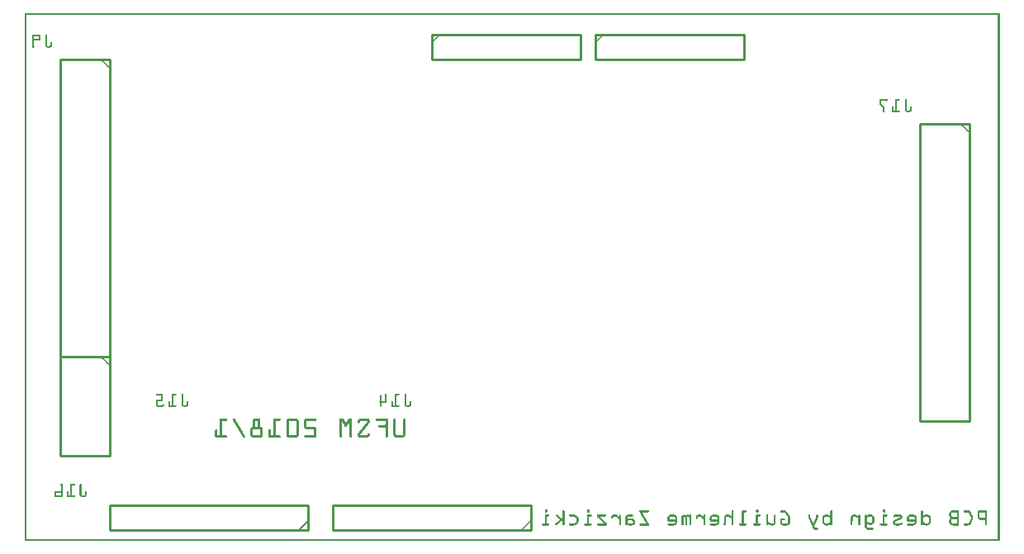
<source format=gbo>
G04 MADE WITH FRITZING*
G04 WWW.FRITZING.ORG*
G04 DOUBLE SIDED*
G04 HOLES PLATED*
G04 CONTOUR ON CENTER OF CONTOUR VECTOR*
%ASAXBY*%
%FSLAX23Y23*%
%MOIN*%
%OFA0B0*%
%SFA1.0B1.0*%
%ADD10C,0.010000*%
%ADD11C,0.005000*%
%ADD12R,0.001000X0.001000*%
%LNSILK0*%
G90*
G70*
G54D10*
X3813Y1685D02*
X3813Y485D01*
D02*
X3813Y485D02*
X3613Y485D01*
D02*
X3613Y485D02*
X3613Y1685D01*
D02*
X3613Y1685D02*
X3813Y1685D01*
D02*
X343Y745D02*
X343Y345D01*
D02*
X343Y345D02*
X143Y345D01*
D02*
X143Y345D02*
X143Y745D01*
D02*
X143Y745D02*
X343Y745D01*
D02*
X2303Y2045D02*
X2903Y2045D01*
D02*
X2903Y2045D02*
X2903Y1945D01*
D02*
X2903Y1945D02*
X2303Y1945D01*
D02*
X2303Y1945D02*
X2303Y2045D01*
D02*
X1143Y45D02*
X343Y45D01*
D02*
X343Y45D02*
X343Y145D01*
D02*
X343Y145D02*
X1143Y145D01*
D02*
X1143Y145D02*
X1143Y45D01*
G54D11*
D02*
X1108Y45D02*
X1143Y80D01*
G54D10*
D02*
X1643Y2045D02*
X2243Y2045D01*
D02*
X2243Y2045D02*
X2243Y1945D01*
D02*
X2243Y1945D02*
X1643Y1945D01*
D02*
X1643Y1945D02*
X1643Y2045D01*
D02*
X2043Y45D02*
X1243Y45D01*
D02*
X1243Y45D02*
X1243Y145D01*
D02*
X1243Y145D02*
X2043Y145D01*
D02*
X2043Y145D02*
X2043Y45D01*
D02*
X343Y1945D02*
X343Y745D01*
D02*
X343Y745D02*
X143Y745D01*
D02*
X143Y745D02*
X143Y1945D01*
D02*
X143Y1945D02*
X343Y1945D01*
G54D12*
X0Y2131D02*
X3936Y2131D01*
X0Y2130D02*
X3936Y2130D01*
X0Y2129D02*
X3936Y2129D01*
X0Y2128D02*
X3936Y2128D01*
X0Y2127D02*
X3936Y2127D01*
X0Y2126D02*
X3936Y2126D01*
X0Y2125D02*
X3936Y2125D01*
X0Y2124D02*
X3936Y2124D01*
X0Y2123D02*
X7Y2123D01*
X3929Y2123D02*
X3936Y2123D01*
X0Y2122D02*
X7Y2122D01*
X3929Y2122D02*
X3936Y2122D01*
X0Y2121D02*
X7Y2121D01*
X3929Y2121D02*
X3936Y2121D01*
X0Y2120D02*
X7Y2120D01*
X3929Y2120D02*
X3936Y2120D01*
X0Y2119D02*
X7Y2119D01*
X3929Y2119D02*
X3936Y2119D01*
X0Y2118D02*
X7Y2118D01*
X3929Y2118D02*
X3936Y2118D01*
X0Y2117D02*
X7Y2117D01*
X3929Y2117D02*
X3936Y2117D01*
X0Y2116D02*
X7Y2116D01*
X3929Y2116D02*
X3936Y2116D01*
X0Y2115D02*
X7Y2115D01*
X3929Y2115D02*
X3936Y2115D01*
X0Y2114D02*
X7Y2114D01*
X3929Y2114D02*
X3936Y2114D01*
X0Y2113D02*
X7Y2113D01*
X3929Y2113D02*
X3936Y2113D01*
X0Y2112D02*
X7Y2112D01*
X3929Y2112D02*
X3936Y2112D01*
X0Y2111D02*
X7Y2111D01*
X3929Y2111D02*
X3936Y2111D01*
X0Y2110D02*
X7Y2110D01*
X3929Y2110D02*
X3936Y2110D01*
X0Y2109D02*
X7Y2109D01*
X3929Y2109D02*
X3936Y2109D01*
X0Y2108D02*
X7Y2108D01*
X3929Y2108D02*
X3936Y2108D01*
X0Y2107D02*
X7Y2107D01*
X3929Y2107D02*
X3936Y2107D01*
X0Y2106D02*
X7Y2106D01*
X3929Y2106D02*
X3936Y2106D01*
X0Y2105D02*
X7Y2105D01*
X3929Y2105D02*
X3936Y2105D01*
X0Y2104D02*
X7Y2104D01*
X3929Y2104D02*
X3936Y2104D01*
X0Y2103D02*
X7Y2103D01*
X3929Y2103D02*
X3936Y2103D01*
X0Y2102D02*
X7Y2102D01*
X3929Y2102D02*
X3936Y2102D01*
X0Y2101D02*
X7Y2101D01*
X3929Y2101D02*
X3936Y2101D01*
X0Y2100D02*
X7Y2100D01*
X3929Y2100D02*
X3936Y2100D01*
X0Y2099D02*
X7Y2099D01*
X3929Y2099D02*
X3936Y2099D01*
X0Y2098D02*
X7Y2098D01*
X3929Y2098D02*
X3936Y2098D01*
X0Y2097D02*
X7Y2097D01*
X3929Y2097D02*
X3936Y2097D01*
X0Y2096D02*
X7Y2096D01*
X3929Y2096D02*
X3936Y2096D01*
X0Y2095D02*
X7Y2095D01*
X3929Y2095D02*
X3936Y2095D01*
X0Y2094D02*
X7Y2094D01*
X3929Y2094D02*
X3936Y2094D01*
X0Y2093D02*
X7Y2093D01*
X3929Y2093D02*
X3936Y2093D01*
X0Y2092D02*
X7Y2092D01*
X3929Y2092D02*
X3936Y2092D01*
X0Y2091D02*
X7Y2091D01*
X3929Y2091D02*
X3936Y2091D01*
X0Y2090D02*
X7Y2090D01*
X3929Y2090D02*
X3936Y2090D01*
X0Y2089D02*
X7Y2089D01*
X3929Y2089D02*
X3936Y2089D01*
X0Y2088D02*
X7Y2088D01*
X3929Y2088D02*
X3936Y2088D01*
X0Y2087D02*
X7Y2087D01*
X3929Y2087D02*
X3936Y2087D01*
X0Y2086D02*
X7Y2086D01*
X3929Y2086D02*
X3936Y2086D01*
X0Y2085D02*
X7Y2085D01*
X3929Y2085D02*
X3936Y2085D01*
X0Y2084D02*
X7Y2084D01*
X3929Y2084D02*
X3936Y2084D01*
X0Y2083D02*
X7Y2083D01*
X3929Y2083D02*
X3936Y2083D01*
X0Y2082D02*
X7Y2082D01*
X3929Y2082D02*
X3936Y2082D01*
X0Y2081D02*
X7Y2081D01*
X3929Y2081D02*
X3936Y2081D01*
X0Y2080D02*
X7Y2080D01*
X3929Y2080D02*
X3936Y2080D01*
X0Y2079D02*
X7Y2079D01*
X3929Y2079D02*
X3936Y2079D01*
X0Y2078D02*
X7Y2078D01*
X3929Y2078D02*
X3936Y2078D01*
X0Y2077D02*
X7Y2077D01*
X3929Y2077D02*
X3936Y2077D01*
X0Y2076D02*
X7Y2076D01*
X3929Y2076D02*
X3936Y2076D01*
X0Y2075D02*
X7Y2075D01*
X3929Y2075D02*
X3936Y2075D01*
X0Y2074D02*
X7Y2074D01*
X3929Y2074D02*
X3936Y2074D01*
X0Y2073D02*
X7Y2073D01*
X3929Y2073D02*
X3936Y2073D01*
X0Y2072D02*
X7Y2072D01*
X3929Y2072D02*
X3936Y2072D01*
X0Y2071D02*
X7Y2071D01*
X3929Y2071D02*
X3936Y2071D01*
X0Y2070D02*
X7Y2070D01*
X3929Y2070D02*
X3936Y2070D01*
X0Y2069D02*
X7Y2069D01*
X3929Y2069D02*
X3936Y2069D01*
X0Y2068D02*
X7Y2068D01*
X3929Y2068D02*
X3936Y2068D01*
X0Y2067D02*
X7Y2067D01*
X3929Y2067D02*
X3936Y2067D01*
X0Y2066D02*
X7Y2066D01*
X3929Y2066D02*
X3936Y2066D01*
X0Y2065D02*
X7Y2065D01*
X3929Y2065D02*
X3936Y2065D01*
X0Y2064D02*
X7Y2064D01*
X3929Y2064D02*
X3936Y2064D01*
X0Y2063D02*
X7Y2063D01*
X3929Y2063D02*
X3936Y2063D01*
X0Y2062D02*
X7Y2062D01*
X3929Y2062D02*
X3936Y2062D01*
X0Y2061D02*
X7Y2061D01*
X3929Y2061D02*
X3936Y2061D01*
X0Y2060D02*
X7Y2060D01*
X3929Y2060D02*
X3936Y2060D01*
X0Y2059D02*
X7Y2059D01*
X3929Y2059D02*
X3936Y2059D01*
X0Y2058D02*
X7Y2058D01*
X3929Y2058D02*
X3936Y2058D01*
X0Y2057D02*
X7Y2057D01*
X3929Y2057D02*
X3936Y2057D01*
X0Y2056D02*
X7Y2056D01*
X3929Y2056D02*
X3936Y2056D01*
X0Y2055D02*
X7Y2055D01*
X3929Y2055D02*
X3936Y2055D01*
X0Y2054D02*
X7Y2054D01*
X3929Y2054D02*
X3936Y2054D01*
X0Y2053D02*
X7Y2053D01*
X3929Y2053D02*
X3936Y2053D01*
X0Y2052D02*
X7Y2052D01*
X3929Y2052D02*
X3936Y2052D01*
X0Y2051D02*
X7Y2051D01*
X3929Y2051D02*
X3936Y2051D01*
X0Y2050D02*
X7Y2050D01*
X3929Y2050D02*
X3936Y2050D01*
X0Y2049D02*
X7Y2049D01*
X3929Y2049D02*
X3936Y2049D01*
X0Y2048D02*
X7Y2048D01*
X3929Y2048D02*
X3936Y2048D01*
X0Y2047D02*
X7Y2047D01*
X3929Y2047D02*
X3936Y2047D01*
X0Y2046D02*
X7Y2046D01*
X1675Y2046D02*
X1676Y2046D01*
X2335Y2046D02*
X2337Y2046D01*
X3929Y2046D02*
X3936Y2046D01*
X0Y2045D02*
X7Y2045D01*
X33Y2045D02*
X61Y2045D01*
X86Y2045D02*
X87Y2045D01*
X1674Y2045D02*
X1677Y2045D01*
X2334Y2045D02*
X2338Y2045D01*
X3929Y2045D02*
X3936Y2045D01*
X0Y2044D02*
X7Y2044D01*
X31Y2044D02*
X63Y2044D01*
X85Y2044D02*
X89Y2044D01*
X1673Y2044D02*
X1678Y2044D01*
X2333Y2044D02*
X2339Y2044D01*
X3929Y2044D02*
X3936Y2044D01*
X0Y2043D02*
X7Y2043D01*
X30Y2043D02*
X63Y2043D01*
X84Y2043D02*
X89Y2043D01*
X1672Y2043D02*
X1678Y2043D01*
X2332Y2043D02*
X2339Y2043D01*
X3929Y2043D02*
X3936Y2043D01*
X0Y2042D02*
X7Y2042D01*
X30Y2042D02*
X64Y2042D01*
X84Y2042D02*
X90Y2042D01*
X1671Y2042D02*
X1677Y2042D01*
X2331Y2042D02*
X2338Y2042D01*
X3929Y2042D02*
X3936Y2042D01*
X0Y2041D02*
X7Y2041D01*
X30Y2041D02*
X64Y2041D01*
X84Y2041D02*
X90Y2041D01*
X1670Y2041D02*
X1676Y2041D01*
X2330Y2041D02*
X2337Y2041D01*
X3929Y2041D02*
X3936Y2041D01*
X0Y2040D02*
X7Y2040D01*
X30Y2040D02*
X64Y2040D01*
X84Y2040D02*
X90Y2040D01*
X1669Y2040D02*
X1675Y2040D01*
X2329Y2040D02*
X2336Y2040D01*
X3929Y2040D02*
X3936Y2040D01*
X0Y2039D02*
X7Y2039D01*
X30Y2039D02*
X64Y2039D01*
X84Y2039D02*
X90Y2039D01*
X1668Y2039D02*
X1674Y2039D01*
X2328Y2039D02*
X2335Y2039D01*
X3929Y2039D02*
X3936Y2039D01*
X0Y2038D02*
X7Y2038D01*
X30Y2038D02*
X36Y2038D01*
X58Y2038D02*
X64Y2038D01*
X84Y2038D02*
X90Y2038D01*
X1667Y2038D02*
X1673Y2038D01*
X2327Y2038D02*
X2334Y2038D01*
X3929Y2038D02*
X3936Y2038D01*
X0Y2037D02*
X7Y2037D01*
X30Y2037D02*
X36Y2037D01*
X58Y2037D02*
X64Y2037D01*
X84Y2037D02*
X90Y2037D01*
X1666Y2037D02*
X1672Y2037D01*
X2326Y2037D02*
X2333Y2037D01*
X3929Y2037D02*
X3936Y2037D01*
X0Y2036D02*
X7Y2036D01*
X30Y2036D02*
X36Y2036D01*
X58Y2036D02*
X64Y2036D01*
X84Y2036D02*
X90Y2036D01*
X1665Y2036D02*
X1671Y2036D01*
X2325Y2036D02*
X2332Y2036D01*
X3929Y2036D02*
X3936Y2036D01*
X0Y2035D02*
X7Y2035D01*
X30Y2035D02*
X36Y2035D01*
X58Y2035D02*
X64Y2035D01*
X84Y2035D02*
X90Y2035D01*
X1664Y2035D02*
X1670Y2035D01*
X2324Y2035D02*
X2331Y2035D01*
X3929Y2035D02*
X3936Y2035D01*
X0Y2034D02*
X7Y2034D01*
X30Y2034D02*
X36Y2034D01*
X58Y2034D02*
X64Y2034D01*
X84Y2034D02*
X90Y2034D01*
X1663Y2034D02*
X1669Y2034D01*
X2323Y2034D02*
X2330Y2034D01*
X3929Y2034D02*
X3936Y2034D01*
X0Y2033D02*
X7Y2033D01*
X30Y2033D02*
X36Y2033D01*
X58Y2033D02*
X64Y2033D01*
X84Y2033D02*
X90Y2033D01*
X1662Y2033D02*
X1668Y2033D01*
X2322Y2033D02*
X2329Y2033D01*
X3929Y2033D02*
X3936Y2033D01*
X0Y2032D02*
X7Y2032D01*
X30Y2032D02*
X36Y2032D01*
X58Y2032D02*
X64Y2032D01*
X84Y2032D02*
X90Y2032D01*
X1661Y2032D02*
X1667Y2032D01*
X2321Y2032D02*
X2328Y2032D01*
X3929Y2032D02*
X3936Y2032D01*
X0Y2031D02*
X7Y2031D01*
X30Y2031D02*
X36Y2031D01*
X58Y2031D02*
X64Y2031D01*
X84Y2031D02*
X90Y2031D01*
X1660Y2031D02*
X1666Y2031D01*
X2320Y2031D02*
X2327Y2031D01*
X3929Y2031D02*
X3936Y2031D01*
X0Y2030D02*
X7Y2030D01*
X30Y2030D02*
X36Y2030D01*
X58Y2030D02*
X64Y2030D01*
X84Y2030D02*
X90Y2030D01*
X1659Y2030D02*
X1665Y2030D01*
X2319Y2030D02*
X2325Y2030D01*
X3929Y2030D02*
X3936Y2030D01*
X0Y2029D02*
X7Y2029D01*
X30Y2029D02*
X36Y2029D01*
X58Y2029D02*
X64Y2029D01*
X84Y2029D02*
X90Y2029D01*
X1658Y2029D02*
X1663Y2029D01*
X2318Y2029D02*
X2324Y2029D01*
X3929Y2029D02*
X3936Y2029D01*
X0Y2028D02*
X7Y2028D01*
X30Y2028D02*
X36Y2028D01*
X58Y2028D02*
X64Y2028D01*
X84Y2028D02*
X90Y2028D01*
X1657Y2028D02*
X1662Y2028D01*
X2317Y2028D02*
X2323Y2028D01*
X3929Y2028D02*
X3936Y2028D01*
X0Y2027D02*
X7Y2027D01*
X30Y2027D02*
X64Y2027D01*
X84Y2027D02*
X90Y2027D01*
X1656Y2027D02*
X1661Y2027D01*
X2316Y2027D02*
X2322Y2027D01*
X3929Y2027D02*
X3936Y2027D01*
X0Y2026D02*
X7Y2026D01*
X30Y2026D02*
X64Y2026D01*
X84Y2026D02*
X90Y2026D01*
X1655Y2026D02*
X1660Y2026D01*
X2315Y2026D02*
X2321Y2026D01*
X3929Y2026D02*
X3936Y2026D01*
X0Y2025D02*
X7Y2025D01*
X30Y2025D02*
X64Y2025D01*
X84Y2025D02*
X90Y2025D01*
X1654Y2025D02*
X1659Y2025D01*
X2314Y2025D02*
X2320Y2025D01*
X3929Y2025D02*
X3936Y2025D01*
X0Y2024D02*
X7Y2024D01*
X30Y2024D02*
X64Y2024D01*
X84Y2024D02*
X90Y2024D01*
X1653Y2024D02*
X1658Y2024D01*
X2313Y2024D02*
X2319Y2024D01*
X3929Y2024D02*
X3936Y2024D01*
X0Y2023D02*
X7Y2023D01*
X30Y2023D02*
X64Y2023D01*
X84Y2023D02*
X90Y2023D01*
X1652Y2023D02*
X1657Y2023D01*
X2312Y2023D02*
X2318Y2023D01*
X3929Y2023D02*
X3936Y2023D01*
X0Y2022D02*
X7Y2022D01*
X30Y2022D02*
X63Y2022D01*
X84Y2022D02*
X90Y2022D01*
X1651Y2022D02*
X1657Y2022D01*
X2311Y2022D02*
X2317Y2022D01*
X3929Y2022D02*
X3936Y2022D01*
X0Y2021D02*
X7Y2021D01*
X30Y2021D02*
X62Y2021D01*
X84Y2021D02*
X90Y2021D01*
X1650Y2021D02*
X1656Y2021D01*
X2310Y2021D02*
X2317Y2021D01*
X3929Y2021D02*
X3936Y2021D01*
X0Y2020D02*
X7Y2020D01*
X30Y2020D02*
X36Y2020D01*
X84Y2020D02*
X90Y2020D01*
X1649Y2020D02*
X1655Y2020D01*
X2309Y2020D02*
X2316Y2020D01*
X3929Y2020D02*
X3936Y2020D01*
X0Y2019D02*
X7Y2019D01*
X30Y2019D02*
X36Y2019D01*
X84Y2019D02*
X90Y2019D01*
X1648Y2019D02*
X1654Y2019D01*
X2308Y2019D02*
X2315Y2019D01*
X3929Y2019D02*
X3936Y2019D01*
X0Y2018D02*
X7Y2018D01*
X30Y2018D02*
X36Y2018D01*
X84Y2018D02*
X90Y2018D01*
X1647Y2018D02*
X1653Y2018D01*
X2307Y2018D02*
X2314Y2018D01*
X3929Y2018D02*
X3936Y2018D01*
X0Y2017D02*
X7Y2017D01*
X30Y2017D02*
X36Y2017D01*
X84Y2017D02*
X90Y2017D01*
X1646Y2017D02*
X1652Y2017D01*
X2306Y2017D02*
X2313Y2017D01*
X3929Y2017D02*
X3936Y2017D01*
X0Y2016D02*
X7Y2016D01*
X30Y2016D02*
X36Y2016D01*
X84Y2016D02*
X90Y2016D01*
X1645Y2016D02*
X1651Y2016D01*
X2305Y2016D02*
X2312Y2016D01*
X3929Y2016D02*
X3936Y2016D01*
X0Y2015D02*
X7Y2015D01*
X30Y2015D02*
X36Y2015D01*
X84Y2015D02*
X90Y2015D01*
X106Y2015D02*
X109Y2015D01*
X1644Y2015D02*
X1650Y2015D01*
X2304Y2015D02*
X2311Y2015D01*
X3929Y2015D02*
X3936Y2015D01*
X0Y2014D02*
X7Y2014D01*
X30Y2014D02*
X36Y2014D01*
X84Y2014D02*
X90Y2014D01*
X105Y2014D02*
X110Y2014D01*
X1643Y2014D02*
X1649Y2014D01*
X2303Y2014D02*
X2310Y2014D01*
X3929Y2014D02*
X3936Y2014D01*
X0Y2013D02*
X7Y2013D01*
X30Y2013D02*
X36Y2013D01*
X84Y2013D02*
X90Y2013D01*
X104Y2013D02*
X110Y2013D01*
X1642Y2013D02*
X1648Y2013D01*
X2302Y2013D02*
X2309Y2013D01*
X3929Y2013D02*
X3936Y2013D01*
X0Y2012D02*
X7Y2012D01*
X30Y2012D02*
X36Y2012D01*
X84Y2012D02*
X90Y2012D01*
X104Y2012D02*
X110Y2012D01*
X1641Y2012D02*
X1647Y2012D01*
X2302Y2012D02*
X2308Y2012D01*
X3929Y2012D02*
X3936Y2012D01*
X0Y2011D02*
X7Y2011D01*
X30Y2011D02*
X36Y2011D01*
X84Y2011D02*
X90Y2011D01*
X104Y2011D02*
X110Y2011D01*
X1642Y2011D02*
X1646Y2011D01*
X2303Y2011D02*
X2307Y2011D01*
X3929Y2011D02*
X3936Y2011D01*
X0Y2010D02*
X7Y2010D01*
X30Y2010D02*
X36Y2010D01*
X84Y2010D02*
X90Y2010D01*
X104Y2010D02*
X110Y2010D01*
X1643Y2010D02*
X1645Y2010D01*
X2304Y2010D02*
X2306Y2010D01*
X3929Y2010D02*
X3936Y2010D01*
X0Y2009D02*
X7Y2009D01*
X30Y2009D02*
X36Y2009D01*
X84Y2009D02*
X90Y2009D01*
X104Y2009D02*
X110Y2009D01*
X1644Y2009D02*
X1644Y2009D01*
X2305Y2009D02*
X2305Y2009D01*
X3929Y2009D02*
X3936Y2009D01*
X0Y2008D02*
X7Y2008D01*
X30Y2008D02*
X36Y2008D01*
X84Y2008D02*
X90Y2008D01*
X104Y2008D02*
X110Y2008D01*
X3929Y2008D02*
X3936Y2008D01*
X0Y2007D02*
X7Y2007D01*
X30Y2007D02*
X36Y2007D01*
X84Y2007D02*
X90Y2007D01*
X104Y2007D02*
X110Y2007D01*
X3929Y2007D02*
X3936Y2007D01*
X0Y2006D02*
X7Y2006D01*
X30Y2006D02*
X36Y2006D01*
X84Y2006D02*
X90Y2006D01*
X104Y2006D02*
X110Y2006D01*
X3929Y2006D02*
X3936Y2006D01*
X0Y2005D02*
X7Y2005D01*
X30Y2005D02*
X36Y2005D01*
X84Y2005D02*
X90Y2005D01*
X104Y2005D02*
X110Y2005D01*
X3929Y2005D02*
X3936Y2005D01*
X0Y2004D02*
X7Y2004D01*
X30Y2004D02*
X36Y2004D01*
X84Y2004D02*
X90Y2004D01*
X104Y2004D02*
X110Y2004D01*
X3929Y2004D02*
X3936Y2004D01*
X0Y2003D02*
X7Y2003D01*
X30Y2003D02*
X36Y2003D01*
X84Y2003D02*
X90Y2003D01*
X104Y2003D02*
X110Y2003D01*
X3929Y2003D02*
X3936Y2003D01*
X0Y2002D02*
X7Y2002D01*
X30Y2002D02*
X36Y2002D01*
X84Y2002D02*
X90Y2002D01*
X104Y2002D02*
X110Y2002D01*
X3929Y2002D02*
X3936Y2002D01*
X0Y2001D02*
X7Y2001D01*
X30Y2001D02*
X36Y2001D01*
X84Y2001D02*
X90Y2001D01*
X104Y2001D02*
X110Y2001D01*
X3929Y2001D02*
X3936Y2001D01*
X0Y2000D02*
X7Y2000D01*
X30Y2000D02*
X36Y2000D01*
X84Y2000D02*
X90Y2000D01*
X104Y2000D02*
X110Y2000D01*
X3929Y2000D02*
X3936Y2000D01*
X0Y1999D02*
X7Y1999D01*
X30Y1999D02*
X36Y1999D01*
X84Y1999D02*
X91Y1999D01*
X103Y1999D02*
X110Y1999D01*
X3929Y1999D02*
X3936Y1999D01*
X0Y1998D02*
X7Y1998D01*
X30Y1998D02*
X37Y1998D01*
X84Y1998D02*
X110Y1998D01*
X3929Y1998D02*
X3936Y1998D01*
X0Y1997D02*
X7Y1997D01*
X30Y1997D02*
X39Y1997D01*
X85Y1997D02*
X109Y1997D01*
X3929Y1997D02*
X3936Y1997D01*
X0Y1996D02*
X7Y1996D01*
X30Y1996D02*
X39Y1996D01*
X85Y1996D02*
X109Y1996D01*
X3929Y1996D02*
X3936Y1996D01*
X0Y1995D02*
X7Y1995D01*
X30Y1995D02*
X40Y1995D01*
X86Y1995D02*
X108Y1995D01*
X3929Y1995D02*
X3936Y1995D01*
X0Y1994D02*
X7Y1994D01*
X30Y1994D02*
X40Y1994D01*
X87Y1994D02*
X107Y1994D01*
X3929Y1994D02*
X3936Y1994D01*
X0Y1993D02*
X7Y1993D01*
X31Y1993D02*
X39Y1993D01*
X88Y1993D02*
X106Y1993D01*
X3929Y1993D02*
X3936Y1993D01*
X0Y1992D02*
X7Y1992D01*
X31Y1992D02*
X38Y1992D01*
X90Y1992D02*
X104Y1992D01*
X3929Y1992D02*
X3936Y1992D01*
X0Y1991D02*
X7Y1991D01*
X3929Y1991D02*
X3936Y1991D01*
X0Y1990D02*
X7Y1990D01*
X3929Y1990D02*
X3936Y1990D01*
X0Y1989D02*
X7Y1989D01*
X3929Y1989D02*
X3936Y1989D01*
X0Y1988D02*
X7Y1988D01*
X3929Y1988D02*
X3936Y1988D01*
X0Y1987D02*
X7Y1987D01*
X3929Y1987D02*
X3936Y1987D01*
X0Y1986D02*
X7Y1986D01*
X3929Y1986D02*
X3936Y1986D01*
X0Y1985D02*
X7Y1985D01*
X3929Y1985D02*
X3936Y1985D01*
X0Y1984D02*
X7Y1984D01*
X3929Y1984D02*
X3936Y1984D01*
X0Y1983D02*
X7Y1983D01*
X3929Y1983D02*
X3936Y1983D01*
X0Y1982D02*
X7Y1982D01*
X3929Y1982D02*
X3936Y1982D01*
X0Y1981D02*
X7Y1981D01*
X3929Y1981D02*
X3936Y1981D01*
X0Y1980D02*
X7Y1980D01*
X3929Y1980D02*
X3936Y1980D01*
X0Y1979D02*
X7Y1979D01*
X3929Y1979D02*
X3936Y1979D01*
X0Y1978D02*
X7Y1978D01*
X3929Y1978D02*
X3936Y1978D01*
X0Y1977D02*
X7Y1977D01*
X3929Y1977D02*
X3936Y1977D01*
X0Y1976D02*
X7Y1976D01*
X3929Y1976D02*
X3936Y1976D01*
X0Y1975D02*
X7Y1975D01*
X3929Y1975D02*
X3936Y1975D01*
X0Y1974D02*
X7Y1974D01*
X3929Y1974D02*
X3936Y1974D01*
X0Y1973D02*
X7Y1973D01*
X3929Y1973D02*
X3936Y1973D01*
X0Y1972D02*
X7Y1972D01*
X3929Y1972D02*
X3936Y1972D01*
X0Y1971D02*
X7Y1971D01*
X3929Y1971D02*
X3936Y1971D01*
X0Y1970D02*
X7Y1970D01*
X3929Y1970D02*
X3936Y1970D01*
X0Y1969D02*
X7Y1969D01*
X3929Y1969D02*
X3936Y1969D01*
X0Y1968D02*
X7Y1968D01*
X3929Y1968D02*
X3936Y1968D01*
X0Y1967D02*
X7Y1967D01*
X3929Y1967D02*
X3936Y1967D01*
X0Y1966D02*
X7Y1966D01*
X3929Y1966D02*
X3936Y1966D01*
X0Y1965D02*
X7Y1965D01*
X3929Y1965D02*
X3936Y1965D01*
X0Y1964D02*
X7Y1964D01*
X3929Y1964D02*
X3936Y1964D01*
X0Y1963D02*
X7Y1963D01*
X3929Y1963D02*
X3936Y1963D01*
X0Y1962D02*
X7Y1962D01*
X3929Y1962D02*
X3936Y1962D01*
X0Y1961D02*
X7Y1961D01*
X3929Y1961D02*
X3936Y1961D01*
X0Y1960D02*
X7Y1960D01*
X3929Y1960D02*
X3936Y1960D01*
X0Y1959D02*
X7Y1959D01*
X3929Y1959D02*
X3936Y1959D01*
X0Y1958D02*
X7Y1958D01*
X3929Y1958D02*
X3936Y1958D01*
X0Y1957D02*
X7Y1957D01*
X3929Y1957D02*
X3936Y1957D01*
X0Y1956D02*
X7Y1956D01*
X3929Y1956D02*
X3936Y1956D01*
X0Y1955D02*
X7Y1955D01*
X3929Y1955D02*
X3936Y1955D01*
X0Y1954D02*
X7Y1954D01*
X3929Y1954D02*
X3936Y1954D01*
X0Y1953D02*
X7Y1953D01*
X3929Y1953D02*
X3936Y1953D01*
X0Y1952D02*
X7Y1952D01*
X3929Y1952D02*
X3936Y1952D01*
X0Y1951D02*
X7Y1951D01*
X3929Y1951D02*
X3936Y1951D01*
X0Y1950D02*
X7Y1950D01*
X3929Y1950D02*
X3936Y1950D01*
X0Y1949D02*
X7Y1949D01*
X3929Y1949D02*
X3936Y1949D01*
X0Y1948D02*
X7Y1948D01*
X3929Y1948D02*
X3936Y1948D01*
X0Y1947D02*
X7Y1947D01*
X3929Y1947D02*
X3936Y1947D01*
X0Y1946D02*
X7Y1946D01*
X308Y1946D02*
X309Y1946D01*
X3929Y1946D02*
X3936Y1946D01*
X0Y1945D02*
X7Y1945D01*
X307Y1945D02*
X310Y1945D01*
X3929Y1945D02*
X3936Y1945D01*
X0Y1944D02*
X7Y1944D01*
X306Y1944D02*
X311Y1944D01*
X3929Y1944D02*
X3936Y1944D01*
X0Y1943D02*
X7Y1943D01*
X306Y1943D02*
X312Y1943D01*
X3929Y1943D02*
X3936Y1943D01*
X0Y1942D02*
X7Y1942D01*
X307Y1942D02*
X313Y1942D01*
X3929Y1942D02*
X3936Y1942D01*
X0Y1941D02*
X7Y1941D01*
X308Y1941D02*
X314Y1941D01*
X3929Y1941D02*
X3936Y1941D01*
X0Y1940D02*
X7Y1940D01*
X309Y1940D02*
X315Y1940D01*
X3929Y1940D02*
X3936Y1940D01*
X0Y1939D02*
X7Y1939D01*
X310Y1939D02*
X316Y1939D01*
X3929Y1939D02*
X3936Y1939D01*
X0Y1938D02*
X7Y1938D01*
X311Y1938D02*
X317Y1938D01*
X3929Y1938D02*
X3936Y1938D01*
X0Y1937D02*
X7Y1937D01*
X312Y1937D02*
X318Y1937D01*
X3929Y1937D02*
X3936Y1937D01*
X0Y1936D02*
X7Y1936D01*
X313Y1936D02*
X319Y1936D01*
X3929Y1936D02*
X3936Y1936D01*
X0Y1935D02*
X7Y1935D01*
X314Y1935D02*
X320Y1935D01*
X3929Y1935D02*
X3936Y1935D01*
X0Y1934D02*
X7Y1934D01*
X315Y1934D02*
X321Y1934D01*
X3929Y1934D02*
X3936Y1934D01*
X0Y1933D02*
X7Y1933D01*
X316Y1933D02*
X322Y1933D01*
X3929Y1933D02*
X3936Y1933D01*
X0Y1932D02*
X7Y1932D01*
X318Y1932D02*
X323Y1932D01*
X3929Y1932D02*
X3936Y1932D01*
X0Y1931D02*
X7Y1931D01*
X319Y1931D02*
X324Y1931D01*
X3929Y1931D02*
X3936Y1931D01*
X0Y1930D02*
X7Y1930D01*
X321Y1930D02*
X325Y1930D01*
X3929Y1930D02*
X3936Y1930D01*
X0Y1929D02*
X7Y1929D01*
X322Y1929D02*
X326Y1929D01*
X3929Y1929D02*
X3936Y1929D01*
X0Y1928D02*
X7Y1928D01*
X323Y1928D02*
X327Y1928D01*
X3929Y1928D02*
X3936Y1928D01*
X0Y1927D02*
X7Y1927D01*
X324Y1927D02*
X328Y1927D01*
X3929Y1927D02*
X3936Y1927D01*
X0Y1926D02*
X7Y1926D01*
X325Y1926D02*
X329Y1926D01*
X3929Y1926D02*
X3936Y1926D01*
X0Y1925D02*
X7Y1925D01*
X326Y1925D02*
X330Y1925D01*
X3929Y1925D02*
X3936Y1925D01*
X0Y1924D02*
X7Y1924D01*
X327Y1924D02*
X331Y1924D01*
X3929Y1924D02*
X3936Y1924D01*
X0Y1923D02*
X7Y1923D01*
X328Y1923D02*
X332Y1923D01*
X3929Y1923D02*
X3936Y1923D01*
X0Y1922D02*
X7Y1922D01*
X328Y1922D02*
X333Y1922D01*
X3929Y1922D02*
X3936Y1922D01*
X0Y1921D02*
X7Y1921D01*
X329Y1921D02*
X334Y1921D01*
X3929Y1921D02*
X3936Y1921D01*
X0Y1920D02*
X7Y1920D01*
X330Y1920D02*
X335Y1920D01*
X3929Y1920D02*
X3936Y1920D01*
X0Y1919D02*
X7Y1919D01*
X330Y1919D02*
X336Y1919D01*
X3929Y1919D02*
X3936Y1919D01*
X0Y1918D02*
X7Y1918D01*
X331Y1918D02*
X337Y1918D01*
X3929Y1918D02*
X3936Y1918D01*
X0Y1917D02*
X7Y1917D01*
X332Y1917D02*
X338Y1917D01*
X3929Y1917D02*
X3936Y1917D01*
X0Y1916D02*
X7Y1916D01*
X333Y1916D02*
X339Y1916D01*
X3929Y1916D02*
X3936Y1916D01*
X0Y1915D02*
X7Y1915D01*
X334Y1915D02*
X340Y1915D01*
X3929Y1915D02*
X3936Y1915D01*
X0Y1914D02*
X7Y1914D01*
X335Y1914D02*
X341Y1914D01*
X3929Y1914D02*
X3936Y1914D01*
X0Y1913D02*
X7Y1913D01*
X336Y1913D02*
X342Y1913D01*
X3929Y1913D02*
X3936Y1913D01*
X0Y1912D02*
X7Y1912D01*
X337Y1912D02*
X343Y1912D01*
X3929Y1912D02*
X3936Y1912D01*
X0Y1911D02*
X7Y1911D01*
X338Y1911D02*
X342Y1911D01*
X3929Y1911D02*
X3936Y1911D01*
X0Y1910D02*
X7Y1910D01*
X339Y1910D02*
X341Y1910D01*
X3929Y1910D02*
X3936Y1910D01*
X0Y1909D02*
X7Y1909D01*
X340Y1909D02*
X340Y1909D01*
X3929Y1909D02*
X3936Y1909D01*
X0Y1908D02*
X7Y1908D01*
X3929Y1908D02*
X3936Y1908D01*
X0Y1907D02*
X7Y1907D01*
X3929Y1907D02*
X3936Y1907D01*
X0Y1906D02*
X7Y1906D01*
X3929Y1906D02*
X3936Y1906D01*
X0Y1905D02*
X7Y1905D01*
X3929Y1905D02*
X3936Y1905D01*
X0Y1904D02*
X7Y1904D01*
X3929Y1904D02*
X3936Y1904D01*
X0Y1903D02*
X7Y1903D01*
X3929Y1903D02*
X3936Y1903D01*
X0Y1902D02*
X7Y1902D01*
X3929Y1902D02*
X3936Y1902D01*
X0Y1901D02*
X7Y1901D01*
X3929Y1901D02*
X3936Y1901D01*
X0Y1900D02*
X7Y1900D01*
X3929Y1900D02*
X3936Y1900D01*
X0Y1899D02*
X7Y1899D01*
X3929Y1899D02*
X3936Y1899D01*
X0Y1898D02*
X7Y1898D01*
X3929Y1898D02*
X3936Y1898D01*
X0Y1897D02*
X7Y1897D01*
X3929Y1897D02*
X3936Y1897D01*
X0Y1896D02*
X7Y1896D01*
X3929Y1896D02*
X3936Y1896D01*
X0Y1895D02*
X7Y1895D01*
X3929Y1895D02*
X3936Y1895D01*
X0Y1894D02*
X7Y1894D01*
X3929Y1894D02*
X3936Y1894D01*
X0Y1893D02*
X7Y1893D01*
X3929Y1893D02*
X3936Y1893D01*
X0Y1892D02*
X7Y1892D01*
X3929Y1892D02*
X3936Y1892D01*
X0Y1891D02*
X7Y1891D01*
X3929Y1891D02*
X3936Y1891D01*
X0Y1890D02*
X7Y1890D01*
X3929Y1890D02*
X3936Y1890D01*
X0Y1889D02*
X7Y1889D01*
X3929Y1889D02*
X3936Y1889D01*
X0Y1888D02*
X7Y1888D01*
X3929Y1888D02*
X3936Y1888D01*
X0Y1887D02*
X7Y1887D01*
X3929Y1887D02*
X3936Y1887D01*
X0Y1886D02*
X7Y1886D01*
X3929Y1886D02*
X3936Y1886D01*
X0Y1885D02*
X7Y1885D01*
X3929Y1885D02*
X3936Y1885D01*
X0Y1884D02*
X7Y1884D01*
X3929Y1884D02*
X3936Y1884D01*
X0Y1883D02*
X7Y1883D01*
X3929Y1883D02*
X3936Y1883D01*
X0Y1882D02*
X7Y1882D01*
X3929Y1882D02*
X3936Y1882D01*
X0Y1881D02*
X7Y1881D01*
X3929Y1881D02*
X3936Y1881D01*
X0Y1880D02*
X7Y1880D01*
X3929Y1880D02*
X3936Y1880D01*
X0Y1879D02*
X7Y1879D01*
X3929Y1879D02*
X3936Y1879D01*
X0Y1878D02*
X7Y1878D01*
X3929Y1878D02*
X3936Y1878D01*
X0Y1877D02*
X7Y1877D01*
X3929Y1877D02*
X3936Y1877D01*
X0Y1876D02*
X7Y1876D01*
X3929Y1876D02*
X3936Y1876D01*
X0Y1875D02*
X7Y1875D01*
X3929Y1875D02*
X3936Y1875D01*
X0Y1874D02*
X7Y1874D01*
X3929Y1874D02*
X3936Y1874D01*
X0Y1873D02*
X7Y1873D01*
X3929Y1873D02*
X3936Y1873D01*
X0Y1872D02*
X7Y1872D01*
X3929Y1872D02*
X3936Y1872D01*
X0Y1871D02*
X7Y1871D01*
X3929Y1871D02*
X3936Y1871D01*
X0Y1870D02*
X7Y1870D01*
X3929Y1870D02*
X3936Y1870D01*
X0Y1869D02*
X7Y1869D01*
X3929Y1869D02*
X3936Y1869D01*
X0Y1868D02*
X7Y1868D01*
X3929Y1868D02*
X3936Y1868D01*
X0Y1867D02*
X7Y1867D01*
X3929Y1867D02*
X3936Y1867D01*
X0Y1866D02*
X7Y1866D01*
X3929Y1866D02*
X3936Y1866D01*
X0Y1865D02*
X7Y1865D01*
X3929Y1865D02*
X3936Y1865D01*
X0Y1864D02*
X7Y1864D01*
X3929Y1864D02*
X3936Y1864D01*
X0Y1863D02*
X7Y1863D01*
X3929Y1863D02*
X3936Y1863D01*
X0Y1862D02*
X7Y1862D01*
X3929Y1862D02*
X3936Y1862D01*
X0Y1861D02*
X7Y1861D01*
X3929Y1861D02*
X3936Y1861D01*
X0Y1860D02*
X7Y1860D01*
X3929Y1860D02*
X3936Y1860D01*
X0Y1859D02*
X7Y1859D01*
X3929Y1859D02*
X3936Y1859D01*
X0Y1858D02*
X7Y1858D01*
X3929Y1858D02*
X3936Y1858D01*
X0Y1857D02*
X7Y1857D01*
X3929Y1857D02*
X3936Y1857D01*
X0Y1856D02*
X7Y1856D01*
X3929Y1856D02*
X3936Y1856D01*
X0Y1855D02*
X7Y1855D01*
X3929Y1855D02*
X3936Y1855D01*
X0Y1854D02*
X7Y1854D01*
X3929Y1854D02*
X3936Y1854D01*
X0Y1853D02*
X7Y1853D01*
X3929Y1853D02*
X3936Y1853D01*
X0Y1852D02*
X7Y1852D01*
X3929Y1852D02*
X3936Y1852D01*
X0Y1851D02*
X7Y1851D01*
X3929Y1851D02*
X3936Y1851D01*
X0Y1850D02*
X7Y1850D01*
X3929Y1850D02*
X3936Y1850D01*
X0Y1849D02*
X7Y1849D01*
X3929Y1849D02*
X3936Y1849D01*
X0Y1848D02*
X7Y1848D01*
X3929Y1848D02*
X3936Y1848D01*
X0Y1847D02*
X7Y1847D01*
X3929Y1847D02*
X3936Y1847D01*
X0Y1846D02*
X7Y1846D01*
X3929Y1846D02*
X3936Y1846D01*
X0Y1845D02*
X7Y1845D01*
X3929Y1845D02*
X3936Y1845D01*
X0Y1844D02*
X7Y1844D01*
X3929Y1844D02*
X3936Y1844D01*
X0Y1843D02*
X7Y1843D01*
X3929Y1843D02*
X3936Y1843D01*
X0Y1842D02*
X7Y1842D01*
X3929Y1842D02*
X3936Y1842D01*
X0Y1841D02*
X7Y1841D01*
X3929Y1841D02*
X3936Y1841D01*
X0Y1840D02*
X7Y1840D01*
X3929Y1840D02*
X3936Y1840D01*
X0Y1839D02*
X7Y1839D01*
X3929Y1839D02*
X3936Y1839D01*
X0Y1838D02*
X7Y1838D01*
X3929Y1838D02*
X3936Y1838D01*
X0Y1837D02*
X7Y1837D01*
X3929Y1837D02*
X3936Y1837D01*
X0Y1836D02*
X7Y1836D01*
X3929Y1836D02*
X3936Y1836D01*
X0Y1835D02*
X7Y1835D01*
X3929Y1835D02*
X3936Y1835D01*
X0Y1834D02*
X7Y1834D01*
X3929Y1834D02*
X3936Y1834D01*
X0Y1833D02*
X7Y1833D01*
X3929Y1833D02*
X3936Y1833D01*
X0Y1832D02*
X7Y1832D01*
X3929Y1832D02*
X3936Y1832D01*
X0Y1831D02*
X7Y1831D01*
X3929Y1831D02*
X3936Y1831D01*
X0Y1830D02*
X7Y1830D01*
X3929Y1830D02*
X3936Y1830D01*
X0Y1829D02*
X7Y1829D01*
X3929Y1829D02*
X3936Y1829D01*
X0Y1828D02*
X7Y1828D01*
X3929Y1828D02*
X3936Y1828D01*
X0Y1827D02*
X7Y1827D01*
X3929Y1827D02*
X3936Y1827D01*
X0Y1826D02*
X7Y1826D01*
X3929Y1826D02*
X3936Y1826D01*
X0Y1825D02*
X7Y1825D01*
X3929Y1825D02*
X3936Y1825D01*
X0Y1824D02*
X7Y1824D01*
X3929Y1824D02*
X3936Y1824D01*
X0Y1823D02*
X7Y1823D01*
X3929Y1823D02*
X3936Y1823D01*
X0Y1822D02*
X7Y1822D01*
X3929Y1822D02*
X3936Y1822D01*
X0Y1821D02*
X7Y1821D01*
X3929Y1821D02*
X3936Y1821D01*
X0Y1820D02*
X7Y1820D01*
X3929Y1820D02*
X3936Y1820D01*
X0Y1819D02*
X7Y1819D01*
X3929Y1819D02*
X3936Y1819D01*
X0Y1818D02*
X7Y1818D01*
X3929Y1818D02*
X3936Y1818D01*
X0Y1817D02*
X7Y1817D01*
X3929Y1817D02*
X3936Y1817D01*
X0Y1816D02*
X7Y1816D01*
X3929Y1816D02*
X3936Y1816D01*
X0Y1815D02*
X7Y1815D01*
X3929Y1815D02*
X3936Y1815D01*
X0Y1814D02*
X7Y1814D01*
X3929Y1814D02*
X3936Y1814D01*
X0Y1813D02*
X7Y1813D01*
X3929Y1813D02*
X3936Y1813D01*
X0Y1812D02*
X7Y1812D01*
X3929Y1812D02*
X3936Y1812D01*
X0Y1811D02*
X7Y1811D01*
X3929Y1811D02*
X3936Y1811D01*
X0Y1810D02*
X7Y1810D01*
X3929Y1810D02*
X3936Y1810D01*
X0Y1809D02*
X7Y1809D01*
X3929Y1809D02*
X3936Y1809D01*
X0Y1808D02*
X7Y1808D01*
X3929Y1808D02*
X3936Y1808D01*
X0Y1807D02*
X7Y1807D01*
X3929Y1807D02*
X3936Y1807D01*
X0Y1806D02*
X7Y1806D01*
X3929Y1806D02*
X3936Y1806D01*
X0Y1805D02*
X7Y1805D01*
X3929Y1805D02*
X3936Y1805D01*
X0Y1804D02*
X7Y1804D01*
X3929Y1804D02*
X3936Y1804D01*
X0Y1803D02*
X7Y1803D01*
X3929Y1803D02*
X3936Y1803D01*
X0Y1802D02*
X7Y1802D01*
X3929Y1802D02*
X3936Y1802D01*
X0Y1801D02*
X7Y1801D01*
X3929Y1801D02*
X3936Y1801D01*
X0Y1800D02*
X7Y1800D01*
X3929Y1800D02*
X3936Y1800D01*
X0Y1799D02*
X7Y1799D01*
X3929Y1799D02*
X3936Y1799D01*
X0Y1798D02*
X7Y1798D01*
X3929Y1798D02*
X3936Y1798D01*
X0Y1797D02*
X7Y1797D01*
X3929Y1797D02*
X3936Y1797D01*
X0Y1796D02*
X7Y1796D01*
X3929Y1796D02*
X3936Y1796D01*
X0Y1795D02*
X7Y1795D01*
X3929Y1795D02*
X3936Y1795D01*
X0Y1794D02*
X7Y1794D01*
X3929Y1794D02*
X3936Y1794D01*
X0Y1793D02*
X7Y1793D01*
X3929Y1793D02*
X3936Y1793D01*
X0Y1792D02*
X7Y1792D01*
X3929Y1792D02*
X3936Y1792D01*
X0Y1791D02*
X7Y1791D01*
X3929Y1791D02*
X3936Y1791D01*
X0Y1790D02*
X7Y1790D01*
X3929Y1790D02*
X3936Y1790D01*
X0Y1789D02*
X7Y1789D01*
X3929Y1789D02*
X3936Y1789D01*
X0Y1788D02*
X7Y1788D01*
X3929Y1788D02*
X3936Y1788D01*
X0Y1787D02*
X7Y1787D01*
X3929Y1787D02*
X3936Y1787D01*
X0Y1786D02*
X7Y1786D01*
X3929Y1786D02*
X3936Y1786D01*
X0Y1785D02*
X7Y1785D01*
X3450Y1785D02*
X3481Y1785D01*
X3514Y1785D02*
X3531Y1785D01*
X3556Y1785D02*
X3557Y1785D01*
X3929Y1785D02*
X3936Y1785D01*
X0Y1784D02*
X7Y1784D01*
X3450Y1784D02*
X3483Y1784D01*
X3514Y1784D02*
X3533Y1784D01*
X3555Y1784D02*
X3559Y1784D01*
X3929Y1784D02*
X3936Y1784D01*
X0Y1783D02*
X7Y1783D01*
X3450Y1783D02*
X3483Y1783D01*
X3514Y1783D02*
X3533Y1783D01*
X3554Y1783D02*
X3559Y1783D01*
X3929Y1783D02*
X3936Y1783D01*
X0Y1782D02*
X7Y1782D01*
X3450Y1782D02*
X3484Y1782D01*
X3514Y1782D02*
X3534Y1782D01*
X3554Y1782D02*
X3559Y1782D01*
X3929Y1782D02*
X3936Y1782D01*
X0Y1781D02*
X7Y1781D01*
X3450Y1781D02*
X3484Y1781D01*
X3514Y1781D02*
X3534Y1781D01*
X3554Y1781D02*
X3560Y1781D01*
X3929Y1781D02*
X3936Y1781D01*
X0Y1780D02*
X7Y1780D01*
X3450Y1780D02*
X3484Y1780D01*
X3514Y1780D02*
X3533Y1780D01*
X3554Y1780D02*
X3560Y1780D01*
X3929Y1780D02*
X3936Y1780D01*
X0Y1779D02*
X7Y1779D01*
X3450Y1779D02*
X3484Y1779D01*
X3514Y1779D02*
X3532Y1779D01*
X3554Y1779D02*
X3560Y1779D01*
X3929Y1779D02*
X3936Y1779D01*
X0Y1778D02*
X7Y1778D01*
X3450Y1778D02*
X3456Y1778D01*
X3478Y1778D02*
X3484Y1778D01*
X3514Y1778D02*
X3520Y1778D01*
X3554Y1778D02*
X3560Y1778D01*
X3929Y1778D02*
X3936Y1778D01*
X0Y1777D02*
X7Y1777D01*
X3450Y1777D02*
X3456Y1777D01*
X3478Y1777D02*
X3483Y1777D01*
X3514Y1777D02*
X3520Y1777D01*
X3554Y1777D02*
X3560Y1777D01*
X3929Y1777D02*
X3936Y1777D01*
X0Y1776D02*
X7Y1776D01*
X3450Y1776D02*
X3456Y1776D01*
X3479Y1776D02*
X3482Y1776D01*
X3514Y1776D02*
X3520Y1776D01*
X3554Y1776D02*
X3560Y1776D01*
X3929Y1776D02*
X3936Y1776D01*
X0Y1775D02*
X7Y1775D01*
X3450Y1775D02*
X3456Y1775D01*
X3514Y1775D02*
X3520Y1775D01*
X3554Y1775D02*
X3560Y1775D01*
X3929Y1775D02*
X3936Y1775D01*
X0Y1774D02*
X7Y1774D01*
X3450Y1774D02*
X3456Y1774D01*
X3514Y1774D02*
X3520Y1774D01*
X3554Y1774D02*
X3560Y1774D01*
X3929Y1774D02*
X3936Y1774D01*
X0Y1773D02*
X7Y1773D01*
X3450Y1773D02*
X3456Y1773D01*
X3514Y1773D02*
X3520Y1773D01*
X3554Y1773D02*
X3560Y1773D01*
X3929Y1773D02*
X3936Y1773D01*
X0Y1772D02*
X7Y1772D01*
X3450Y1772D02*
X3456Y1772D01*
X3514Y1772D02*
X3520Y1772D01*
X3554Y1772D02*
X3560Y1772D01*
X3929Y1772D02*
X3936Y1772D01*
X0Y1771D02*
X7Y1771D01*
X3450Y1771D02*
X3456Y1771D01*
X3514Y1771D02*
X3520Y1771D01*
X3554Y1771D02*
X3560Y1771D01*
X3929Y1771D02*
X3936Y1771D01*
X0Y1770D02*
X7Y1770D01*
X3450Y1770D02*
X3456Y1770D01*
X3514Y1770D02*
X3520Y1770D01*
X3554Y1770D02*
X3560Y1770D01*
X3929Y1770D02*
X3936Y1770D01*
X0Y1769D02*
X7Y1769D01*
X3450Y1769D02*
X3456Y1769D01*
X3514Y1769D02*
X3520Y1769D01*
X3554Y1769D02*
X3560Y1769D01*
X3929Y1769D02*
X3936Y1769D01*
X0Y1768D02*
X7Y1768D01*
X3450Y1768D02*
X3456Y1768D01*
X3514Y1768D02*
X3520Y1768D01*
X3554Y1768D02*
X3560Y1768D01*
X3929Y1768D02*
X3936Y1768D01*
X0Y1767D02*
X7Y1767D01*
X3450Y1767D02*
X3456Y1767D01*
X3514Y1767D02*
X3520Y1767D01*
X3554Y1767D02*
X3560Y1767D01*
X3929Y1767D02*
X3936Y1767D01*
X0Y1766D02*
X7Y1766D01*
X3450Y1766D02*
X3456Y1766D01*
X3514Y1766D02*
X3520Y1766D01*
X3554Y1766D02*
X3560Y1766D01*
X3929Y1766D02*
X3936Y1766D01*
X0Y1765D02*
X7Y1765D01*
X3450Y1765D02*
X3457Y1765D01*
X3514Y1765D02*
X3520Y1765D01*
X3554Y1765D02*
X3560Y1765D01*
X3929Y1765D02*
X3936Y1765D01*
X0Y1764D02*
X7Y1764D01*
X3450Y1764D02*
X3458Y1764D01*
X3514Y1764D02*
X3520Y1764D01*
X3554Y1764D02*
X3560Y1764D01*
X3929Y1764D02*
X3936Y1764D01*
X0Y1763D02*
X7Y1763D01*
X3450Y1763D02*
X3459Y1763D01*
X3514Y1763D02*
X3520Y1763D01*
X3554Y1763D02*
X3560Y1763D01*
X3929Y1763D02*
X3936Y1763D01*
X0Y1762D02*
X7Y1762D01*
X3451Y1762D02*
X3460Y1762D01*
X3514Y1762D02*
X3520Y1762D01*
X3554Y1762D02*
X3560Y1762D01*
X3929Y1762D02*
X3936Y1762D01*
X0Y1761D02*
X7Y1761D01*
X3452Y1761D02*
X3462Y1761D01*
X3514Y1761D02*
X3520Y1761D01*
X3554Y1761D02*
X3560Y1761D01*
X3929Y1761D02*
X3936Y1761D01*
X0Y1760D02*
X7Y1760D01*
X3453Y1760D02*
X3463Y1760D01*
X3514Y1760D02*
X3520Y1760D01*
X3554Y1760D02*
X3560Y1760D01*
X3929Y1760D02*
X3936Y1760D01*
X0Y1759D02*
X7Y1759D01*
X3454Y1759D02*
X3464Y1759D01*
X3514Y1759D02*
X3520Y1759D01*
X3554Y1759D02*
X3560Y1759D01*
X3929Y1759D02*
X3936Y1759D01*
X0Y1758D02*
X7Y1758D01*
X3455Y1758D02*
X3465Y1758D01*
X3514Y1758D02*
X3520Y1758D01*
X3554Y1758D02*
X3560Y1758D01*
X3929Y1758D02*
X3936Y1758D01*
X0Y1757D02*
X7Y1757D01*
X3456Y1757D02*
X3466Y1757D01*
X3514Y1757D02*
X3520Y1757D01*
X3554Y1757D02*
X3560Y1757D01*
X3929Y1757D02*
X3936Y1757D01*
X0Y1756D02*
X7Y1756D01*
X3458Y1756D02*
X3467Y1756D01*
X3514Y1756D02*
X3520Y1756D01*
X3554Y1756D02*
X3560Y1756D01*
X3929Y1756D02*
X3936Y1756D01*
X0Y1755D02*
X7Y1755D01*
X3459Y1755D02*
X3469Y1755D01*
X3502Y1755D02*
X3505Y1755D01*
X3514Y1755D02*
X3520Y1755D01*
X3554Y1755D02*
X3560Y1755D01*
X3576Y1755D02*
X3579Y1755D01*
X3929Y1755D02*
X3936Y1755D01*
X0Y1754D02*
X7Y1754D01*
X3460Y1754D02*
X3469Y1754D01*
X3501Y1754D02*
X3506Y1754D01*
X3514Y1754D02*
X3520Y1754D01*
X3554Y1754D02*
X3560Y1754D01*
X3575Y1754D02*
X3580Y1754D01*
X3929Y1754D02*
X3936Y1754D01*
X0Y1753D02*
X7Y1753D01*
X3461Y1753D02*
X3470Y1753D01*
X3500Y1753D02*
X3506Y1753D01*
X3514Y1753D02*
X3520Y1753D01*
X3554Y1753D02*
X3560Y1753D01*
X3574Y1753D02*
X3580Y1753D01*
X3929Y1753D02*
X3936Y1753D01*
X0Y1752D02*
X7Y1752D01*
X3462Y1752D02*
X3470Y1752D01*
X3500Y1752D02*
X3506Y1752D01*
X3514Y1752D02*
X3520Y1752D01*
X3554Y1752D02*
X3560Y1752D01*
X3574Y1752D02*
X3580Y1752D01*
X3929Y1752D02*
X3936Y1752D01*
X0Y1751D02*
X7Y1751D01*
X3463Y1751D02*
X3470Y1751D01*
X3500Y1751D02*
X3506Y1751D01*
X3514Y1751D02*
X3520Y1751D01*
X3554Y1751D02*
X3560Y1751D01*
X3574Y1751D02*
X3580Y1751D01*
X3929Y1751D02*
X3936Y1751D01*
X0Y1750D02*
X7Y1750D01*
X3464Y1750D02*
X3470Y1750D01*
X3500Y1750D02*
X3506Y1750D01*
X3514Y1750D02*
X3520Y1750D01*
X3554Y1750D02*
X3560Y1750D01*
X3574Y1750D02*
X3580Y1750D01*
X3929Y1750D02*
X3936Y1750D01*
X0Y1749D02*
X7Y1749D01*
X3464Y1749D02*
X3470Y1749D01*
X3500Y1749D02*
X3506Y1749D01*
X3514Y1749D02*
X3520Y1749D01*
X3554Y1749D02*
X3560Y1749D01*
X3574Y1749D02*
X3580Y1749D01*
X3929Y1749D02*
X3936Y1749D01*
X0Y1748D02*
X7Y1748D01*
X3464Y1748D02*
X3470Y1748D01*
X3500Y1748D02*
X3506Y1748D01*
X3514Y1748D02*
X3520Y1748D01*
X3554Y1748D02*
X3560Y1748D01*
X3574Y1748D02*
X3580Y1748D01*
X3929Y1748D02*
X3936Y1748D01*
X0Y1747D02*
X7Y1747D01*
X3464Y1747D02*
X3470Y1747D01*
X3500Y1747D02*
X3506Y1747D01*
X3514Y1747D02*
X3520Y1747D01*
X3554Y1747D02*
X3560Y1747D01*
X3574Y1747D02*
X3580Y1747D01*
X3929Y1747D02*
X3936Y1747D01*
X0Y1746D02*
X7Y1746D01*
X3464Y1746D02*
X3470Y1746D01*
X3500Y1746D02*
X3506Y1746D01*
X3514Y1746D02*
X3520Y1746D01*
X3554Y1746D02*
X3560Y1746D01*
X3574Y1746D02*
X3580Y1746D01*
X3929Y1746D02*
X3936Y1746D01*
X0Y1745D02*
X7Y1745D01*
X3464Y1745D02*
X3470Y1745D01*
X3500Y1745D02*
X3506Y1745D01*
X3514Y1745D02*
X3520Y1745D01*
X3554Y1745D02*
X3560Y1745D01*
X3574Y1745D02*
X3580Y1745D01*
X3929Y1745D02*
X3936Y1745D01*
X0Y1744D02*
X7Y1744D01*
X3464Y1744D02*
X3470Y1744D01*
X3500Y1744D02*
X3506Y1744D01*
X3514Y1744D02*
X3520Y1744D01*
X3554Y1744D02*
X3560Y1744D01*
X3574Y1744D02*
X3580Y1744D01*
X3929Y1744D02*
X3936Y1744D01*
X0Y1743D02*
X7Y1743D01*
X3464Y1743D02*
X3470Y1743D01*
X3500Y1743D02*
X3506Y1743D01*
X3514Y1743D02*
X3520Y1743D01*
X3554Y1743D02*
X3560Y1743D01*
X3574Y1743D02*
X3580Y1743D01*
X3929Y1743D02*
X3936Y1743D01*
X0Y1742D02*
X7Y1742D01*
X3464Y1742D02*
X3470Y1742D01*
X3500Y1742D02*
X3506Y1742D01*
X3514Y1742D02*
X3520Y1742D01*
X3554Y1742D02*
X3560Y1742D01*
X3574Y1742D02*
X3580Y1742D01*
X3929Y1742D02*
X3936Y1742D01*
X0Y1741D02*
X7Y1741D01*
X3464Y1741D02*
X3470Y1741D01*
X3500Y1741D02*
X3506Y1741D01*
X3514Y1741D02*
X3520Y1741D01*
X3554Y1741D02*
X3560Y1741D01*
X3574Y1741D02*
X3580Y1741D01*
X3929Y1741D02*
X3936Y1741D01*
X0Y1740D02*
X7Y1740D01*
X3464Y1740D02*
X3470Y1740D01*
X3500Y1740D02*
X3506Y1740D01*
X3514Y1740D02*
X3520Y1740D01*
X3554Y1740D02*
X3560Y1740D01*
X3574Y1740D02*
X3580Y1740D01*
X3929Y1740D02*
X3936Y1740D01*
X0Y1739D02*
X7Y1739D01*
X3464Y1739D02*
X3470Y1739D01*
X3500Y1739D02*
X3506Y1739D01*
X3514Y1739D02*
X3520Y1739D01*
X3554Y1739D02*
X3561Y1739D01*
X3573Y1739D02*
X3580Y1739D01*
X3929Y1739D02*
X3936Y1739D01*
X0Y1738D02*
X7Y1738D01*
X3464Y1738D02*
X3470Y1738D01*
X3500Y1738D02*
X3530Y1738D01*
X3554Y1738D02*
X3580Y1738D01*
X3929Y1738D02*
X3936Y1738D01*
X0Y1737D02*
X7Y1737D01*
X3464Y1737D02*
X3470Y1737D01*
X3500Y1737D02*
X3533Y1737D01*
X3555Y1737D02*
X3579Y1737D01*
X3929Y1737D02*
X3936Y1737D01*
X0Y1736D02*
X7Y1736D01*
X3464Y1736D02*
X3470Y1736D01*
X3500Y1736D02*
X3533Y1736D01*
X3555Y1736D02*
X3579Y1736D01*
X3929Y1736D02*
X3936Y1736D01*
X0Y1735D02*
X7Y1735D01*
X3464Y1735D02*
X3470Y1735D01*
X3500Y1735D02*
X3534Y1735D01*
X3556Y1735D02*
X3578Y1735D01*
X3929Y1735D02*
X3936Y1735D01*
X0Y1734D02*
X7Y1734D01*
X3464Y1734D02*
X3470Y1734D01*
X3500Y1734D02*
X3534Y1734D01*
X3557Y1734D02*
X3577Y1734D01*
X3929Y1734D02*
X3936Y1734D01*
X0Y1733D02*
X7Y1733D01*
X3464Y1733D02*
X3469Y1733D01*
X3500Y1733D02*
X3533Y1733D01*
X3558Y1733D02*
X3576Y1733D01*
X3929Y1733D02*
X3936Y1733D01*
X0Y1732D02*
X7Y1732D01*
X3465Y1732D02*
X3469Y1732D01*
X3501Y1732D02*
X3532Y1732D01*
X3560Y1732D02*
X3574Y1732D01*
X3929Y1732D02*
X3936Y1732D01*
X0Y1731D02*
X7Y1731D01*
X3929Y1731D02*
X3936Y1731D01*
X0Y1730D02*
X7Y1730D01*
X3929Y1730D02*
X3936Y1730D01*
X0Y1729D02*
X7Y1729D01*
X3929Y1729D02*
X3936Y1729D01*
X0Y1728D02*
X7Y1728D01*
X3929Y1728D02*
X3936Y1728D01*
X0Y1727D02*
X7Y1727D01*
X3929Y1727D02*
X3936Y1727D01*
X0Y1726D02*
X7Y1726D01*
X3929Y1726D02*
X3936Y1726D01*
X0Y1725D02*
X7Y1725D01*
X3929Y1725D02*
X3936Y1725D01*
X0Y1724D02*
X7Y1724D01*
X3929Y1724D02*
X3936Y1724D01*
X0Y1723D02*
X7Y1723D01*
X3929Y1723D02*
X3936Y1723D01*
X0Y1722D02*
X7Y1722D01*
X3929Y1722D02*
X3936Y1722D01*
X0Y1721D02*
X7Y1721D01*
X3929Y1721D02*
X3936Y1721D01*
X0Y1720D02*
X7Y1720D01*
X3929Y1720D02*
X3936Y1720D01*
X0Y1719D02*
X7Y1719D01*
X3929Y1719D02*
X3936Y1719D01*
X0Y1718D02*
X7Y1718D01*
X3929Y1718D02*
X3936Y1718D01*
X0Y1717D02*
X7Y1717D01*
X3929Y1717D02*
X3936Y1717D01*
X0Y1716D02*
X7Y1716D01*
X3929Y1716D02*
X3936Y1716D01*
X0Y1715D02*
X7Y1715D01*
X3929Y1715D02*
X3936Y1715D01*
X0Y1714D02*
X7Y1714D01*
X3929Y1714D02*
X3936Y1714D01*
X0Y1713D02*
X7Y1713D01*
X3929Y1713D02*
X3936Y1713D01*
X0Y1712D02*
X7Y1712D01*
X3929Y1712D02*
X3936Y1712D01*
X0Y1711D02*
X7Y1711D01*
X3929Y1711D02*
X3936Y1711D01*
X0Y1710D02*
X7Y1710D01*
X3929Y1710D02*
X3936Y1710D01*
X0Y1709D02*
X7Y1709D01*
X3929Y1709D02*
X3936Y1709D01*
X0Y1708D02*
X7Y1708D01*
X3929Y1708D02*
X3936Y1708D01*
X0Y1707D02*
X7Y1707D01*
X3929Y1707D02*
X3936Y1707D01*
X0Y1706D02*
X7Y1706D01*
X3929Y1706D02*
X3936Y1706D01*
X0Y1705D02*
X7Y1705D01*
X3929Y1705D02*
X3936Y1705D01*
X0Y1704D02*
X7Y1704D01*
X3929Y1704D02*
X3936Y1704D01*
X0Y1703D02*
X7Y1703D01*
X3929Y1703D02*
X3936Y1703D01*
X0Y1702D02*
X7Y1702D01*
X3929Y1702D02*
X3936Y1702D01*
X0Y1701D02*
X7Y1701D01*
X3929Y1701D02*
X3936Y1701D01*
X0Y1700D02*
X7Y1700D01*
X3929Y1700D02*
X3936Y1700D01*
X0Y1699D02*
X7Y1699D01*
X3929Y1699D02*
X3936Y1699D01*
X0Y1698D02*
X7Y1698D01*
X3929Y1698D02*
X3936Y1698D01*
X0Y1697D02*
X7Y1697D01*
X3929Y1697D02*
X3936Y1697D01*
X0Y1696D02*
X7Y1696D01*
X3929Y1696D02*
X3936Y1696D01*
X0Y1695D02*
X7Y1695D01*
X3929Y1695D02*
X3936Y1695D01*
X0Y1694D02*
X7Y1694D01*
X3929Y1694D02*
X3936Y1694D01*
X0Y1693D02*
X7Y1693D01*
X3929Y1693D02*
X3936Y1693D01*
X0Y1692D02*
X7Y1692D01*
X3929Y1692D02*
X3936Y1692D01*
X0Y1691D02*
X7Y1691D01*
X3929Y1691D02*
X3936Y1691D01*
X0Y1690D02*
X7Y1690D01*
X3929Y1690D02*
X3936Y1690D01*
X0Y1689D02*
X7Y1689D01*
X3929Y1689D02*
X3936Y1689D01*
X0Y1688D02*
X7Y1688D01*
X3929Y1688D02*
X3936Y1688D01*
X0Y1687D02*
X7Y1687D01*
X3929Y1687D02*
X3936Y1687D01*
X0Y1686D02*
X7Y1686D01*
X3778Y1686D02*
X3779Y1686D01*
X3929Y1686D02*
X3936Y1686D01*
X0Y1685D02*
X7Y1685D01*
X3777Y1685D02*
X3780Y1685D01*
X3929Y1685D02*
X3936Y1685D01*
X0Y1684D02*
X7Y1684D01*
X3776Y1684D02*
X3781Y1684D01*
X3929Y1684D02*
X3936Y1684D01*
X0Y1683D02*
X7Y1683D01*
X3776Y1683D02*
X3782Y1683D01*
X3929Y1683D02*
X3936Y1683D01*
X0Y1682D02*
X7Y1682D01*
X3777Y1682D02*
X3783Y1682D01*
X3929Y1682D02*
X3936Y1682D01*
X0Y1681D02*
X7Y1681D01*
X3778Y1681D02*
X3784Y1681D01*
X3929Y1681D02*
X3936Y1681D01*
X0Y1680D02*
X7Y1680D01*
X3779Y1680D02*
X3785Y1680D01*
X3929Y1680D02*
X3936Y1680D01*
X0Y1679D02*
X7Y1679D01*
X3780Y1679D02*
X3786Y1679D01*
X3929Y1679D02*
X3936Y1679D01*
X0Y1678D02*
X7Y1678D01*
X3781Y1678D02*
X3787Y1678D01*
X3929Y1678D02*
X3936Y1678D01*
X0Y1677D02*
X7Y1677D01*
X3782Y1677D02*
X3788Y1677D01*
X3929Y1677D02*
X3936Y1677D01*
X0Y1676D02*
X7Y1676D01*
X3783Y1676D02*
X3789Y1676D01*
X3929Y1676D02*
X3936Y1676D01*
X0Y1675D02*
X7Y1675D01*
X3784Y1675D02*
X3790Y1675D01*
X3929Y1675D02*
X3936Y1675D01*
X0Y1674D02*
X7Y1674D01*
X3785Y1674D02*
X3791Y1674D01*
X3929Y1674D02*
X3936Y1674D01*
X0Y1673D02*
X7Y1673D01*
X3786Y1673D02*
X3792Y1673D01*
X3929Y1673D02*
X3936Y1673D01*
X0Y1672D02*
X7Y1672D01*
X3787Y1672D02*
X3793Y1672D01*
X3929Y1672D02*
X3936Y1672D01*
X0Y1671D02*
X7Y1671D01*
X3788Y1671D02*
X3794Y1671D01*
X3929Y1671D02*
X3936Y1671D01*
X0Y1670D02*
X7Y1670D01*
X3789Y1670D02*
X3795Y1670D01*
X3929Y1670D02*
X3936Y1670D01*
X0Y1669D02*
X7Y1669D01*
X3791Y1669D02*
X3796Y1669D01*
X3929Y1669D02*
X3936Y1669D01*
X0Y1668D02*
X7Y1668D01*
X3792Y1668D02*
X3797Y1668D01*
X3929Y1668D02*
X3936Y1668D01*
X0Y1667D02*
X7Y1667D01*
X3793Y1667D02*
X3798Y1667D01*
X3929Y1667D02*
X3936Y1667D01*
X0Y1666D02*
X7Y1666D01*
X3794Y1666D02*
X3799Y1666D01*
X3929Y1666D02*
X3936Y1666D01*
X0Y1665D02*
X7Y1665D01*
X3795Y1665D02*
X3800Y1665D01*
X3929Y1665D02*
X3936Y1665D01*
X0Y1664D02*
X7Y1664D01*
X3796Y1664D02*
X3801Y1664D01*
X3929Y1664D02*
X3936Y1664D01*
X0Y1663D02*
X7Y1663D01*
X3797Y1663D02*
X3802Y1663D01*
X3929Y1663D02*
X3936Y1663D01*
X0Y1662D02*
X7Y1662D01*
X3797Y1662D02*
X3803Y1662D01*
X3929Y1662D02*
X3936Y1662D01*
X0Y1661D02*
X7Y1661D01*
X3798Y1661D02*
X3804Y1661D01*
X3929Y1661D02*
X3936Y1661D01*
X0Y1660D02*
X7Y1660D01*
X3799Y1660D02*
X3805Y1660D01*
X3929Y1660D02*
X3936Y1660D01*
X0Y1659D02*
X7Y1659D01*
X3800Y1659D02*
X3806Y1659D01*
X3929Y1659D02*
X3936Y1659D01*
X0Y1658D02*
X7Y1658D01*
X3801Y1658D02*
X3807Y1658D01*
X3929Y1658D02*
X3936Y1658D01*
X0Y1657D02*
X7Y1657D01*
X3802Y1657D02*
X3808Y1657D01*
X3929Y1657D02*
X3936Y1657D01*
X0Y1656D02*
X7Y1656D01*
X3803Y1656D02*
X3809Y1656D01*
X3929Y1656D02*
X3936Y1656D01*
X0Y1655D02*
X7Y1655D01*
X3804Y1655D02*
X3810Y1655D01*
X3929Y1655D02*
X3936Y1655D01*
X0Y1654D02*
X7Y1654D01*
X3805Y1654D02*
X3811Y1654D01*
X3929Y1654D02*
X3936Y1654D01*
X0Y1653D02*
X7Y1653D01*
X3806Y1653D02*
X3812Y1653D01*
X3929Y1653D02*
X3936Y1653D01*
X0Y1652D02*
X7Y1652D01*
X3807Y1652D02*
X3813Y1652D01*
X3929Y1652D02*
X3936Y1652D01*
X0Y1651D02*
X7Y1651D01*
X3808Y1651D02*
X3812Y1651D01*
X3929Y1651D02*
X3936Y1651D01*
X0Y1650D02*
X7Y1650D01*
X3809Y1650D02*
X3811Y1650D01*
X3929Y1650D02*
X3936Y1650D01*
X0Y1649D02*
X7Y1649D01*
X3810Y1649D02*
X3810Y1649D01*
X3929Y1649D02*
X3936Y1649D01*
X0Y1648D02*
X7Y1648D01*
X3929Y1648D02*
X3936Y1648D01*
X0Y1647D02*
X7Y1647D01*
X3929Y1647D02*
X3936Y1647D01*
X0Y1646D02*
X7Y1646D01*
X3929Y1646D02*
X3936Y1646D01*
X0Y1645D02*
X7Y1645D01*
X3929Y1645D02*
X3936Y1645D01*
X0Y1644D02*
X7Y1644D01*
X3929Y1644D02*
X3936Y1644D01*
X0Y1643D02*
X7Y1643D01*
X3929Y1643D02*
X3936Y1643D01*
X0Y1642D02*
X7Y1642D01*
X3929Y1642D02*
X3936Y1642D01*
X0Y1641D02*
X7Y1641D01*
X3929Y1641D02*
X3936Y1641D01*
X0Y1640D02*
X7Y1640D01*
X3929Y1640D02*
X3936Y1640D01*
X0Y1639D02*
X7Y1639D01*
X3929Y1639D02*
X3936Y1639D01*
X0Y1638D02*
X7Y1638D01*
X3929Y1638D02*
X3936Y1638D01*
X0Y1637D02*
X7Y1637D01*
X3929Y1637D02*
X3936Y1637D01*
X0Y1636D02*
X7Y1636D01*
X3929Y1636D02*
X3936Y1636D01*
X0Y1635D02*
X7Y1635D01*
X3929Y1635D02*
X3936Y1635D01*
X0Y1634D02*
X7Y1634D01*
X3929Y1634D02*
X3936Y1634D01*
X0Y1633D02*
X7Y1633D01*
X3929Y1633D02*
X3936Y1633D01*
X0Y1632D02*
X7Y1632D01*
X3929Y1632D02*
X3936Y1632D01*
X0Y1631D02*
X7Y1631D01*
X3929Y1631D02*
X3936Y1631D01*
X0Y1630D02*
X7Y1630D01*
X3929Y1630D02*
X3936Y1630D01*
X0Y1629D02*
X7Y1629D01*
X3929Y1629D02*
X3936Y1629D01*
X0Y1628D02*
X7Y1628D01*
X3929Y1628D02*
X3936Y1628D01*
X0Y1627D02*
X7Y1627D01*
X3929Y1627D02*
X3936Y1627D01*
X0Y1626D02*
X7Y1626D01*
X3929Y1626D02*
X3936Y1626D01*
X0Y1625D02*
X7Y1625D01*
X3929Y1625D02*
X3936Y1625D01*
X0Y1624D02*
X7Y1624D01*
X3929Y1624D02*
X3936Y1624D01*
X0Y1623D02*
X7Y1623D01*
X3929Y1623D02*
X3936Y1623D01*
X0Y1622D02*
X7Y1622D01*
X3929Y1622D02*
X3936Y1622D01*
X0Y1621D02*
X7Y1621D01*
X3929Y1621D02*
X3936Y1621D01*
X0Y1620D02*
X7Y1620D01*
X3929Y1620D02*
X3936Y1620D01*
X0Y1619D02*
X7Y1619D01*
X3929Y1619D02*
X3936Y1619D01*
X0Y1618D02*
X7Y1618D01*
X3929Y1618D02*
X3936Y1618D01*
X0Y1617D02*
X7Y1617D01*
X3929Y1617D02*
X3936Y1617D01*
X0Y1616D02*
X7Y1616D01*
X3929Y1616D02*
X3936Y1616D01*
X0Y1615D02*
X7Y1615D01*
X3929Y1615D02*
X3936Y1615D01*
X0Y1614D02*
X7Y1614D01*
X3929Y1614D02*
X3936Y1614D01*
X0Y1613D02*
X7Y1613D01*
X3929Y1613D02*
X3936Y1613D01*
X0Y1612D02*
X7Y1612D01*
X3929Y1612D02*
X3936Y1612D01*
X0Y1611D02*
X7Y1611D01*
X3929Y1611D02*
X3936Y1611D01*
X0Y1610D02*
X7Y1610D01*
X3929Y1610D02*
X3936Y1610D01*
X0Y1609D02*
X7Y1609D01*
X3929Y1609D02*
X3936Y1609D01*
X0Y1608D02*
X7Y1608D01*
X3929Y1608D02*
X3936Y1608D01*
X0Y1607D02*
X7Y1607D01*
X3929Y1607D02*
X3936Y1607D01*
X0Y1606D02*
X7Y1606D01*
X3929Y1606D02*
X3936Y1606D01*
X0Y1605D02*
X7Y1605D01*
X3929Y1605D02*
X3936Y1605D01*
X0Y1604D02*
X7Y1604D01*
X3929Y1604D02*
X3936Y1604D01*
X0Y1603D02*
X7Y1603D01*
X3929Y1603D02*
X3936Y1603D01*
X0Y1602D02*
X7Y1602D01*
X3929Y1602D02*
X3936Y1602D01*
X0Y1601D02*
X7Y1601D01*
X3929Y1601D02*
X3936Y1601D01*
X0Y1600D02*
X7Y1600D01*
X3929Y1600D02*
X3936Y1600D01*
X0Y1599D02*
X7Y1599D01*
X3929Y1599D02*
X3936Y1599D01*
X0Y1598D02*
X7Y1598D01*
X3929Y1598D02*
X3936Y1598D01*
X0Y1597D02*
X7Y1597D01*
X3929Y1597D02*
X3936Y1597D01*
X0Y1596D02*
X7Y1596D01*
X3929Y1596D02*
X3936Y1596D01*
X0Y1595D02*
X7Y1595D01*
X3929Y1595D02*
X3936Y1595D01*
X0Y1594D02*
X7Y1594D01*
X3929Y1594D02*
X3936Y1594D01*
X0Y1593D02*
X7Y1593D01*
X3929Y1593D02*
X3936Y1593D01*
X0Y1592D02*
X7Y1592D01*
X3929Y1592D02*
X3936Y1592D01*
X0Y1591D02*
X7Y1591D01*
X3929Y1591D02*
X3936Y1591D01*
X0Y1590D02*
X7Y1590D01*
X3929Y1590D02*
X3936Y1590D01*
X0Y1589D02*
X7Y1589D01*
X3929Y1589D02*
X3936Y1589D01*
X0Y1588D02*
X7Y1588D01*
X3929Y1588D02*
X3936Y1588D01*
X0Y1587D02*
X7Y1587D01*
X3929Y1587D02*
X3936Y1587D01*
X0Y1586D02*
X7Y1586D01*
X3929Y1586D02*
X3936Y1586D01*
X0Y1585D02*
X7Y1585D01*
X3929Y1585D02*
X3936Y1585D01*
X0Y1584D02*
X7Y1584D01*
X3929Y1584D02*
X3936Y1584D01*
X0Y1583D02*
X7Y1583D01*
X3929Y1583D02*
X3936Y1583D01*
X0Y1582D02*
X7Y1582D01*
X3929Y1582D02*
X3936Y1582D01*
X0Y1581D02*
X7Y1581D01*
X3929Y1581D02*
X3936Y1581D01*
X0Y1580D02*
X7Y1580D01*
X3929Y1580D02*
X3936Y1580D01*
X0Y1579D02*
X7Y1579D01*
X3929Y1579D02*
X3936Y1579D01*
X0Y1578D02*
X7Y1578D01*
X3929Y1578D02*
X3936Y1578D01*
X0Y1577D02*
X7Y1577D01*
X3929Y1577D02*
X3936Y1577D01*
X0Y1576D02*
X7Y1576D01*
X3929Y1576D02*
X3936Y1576D01*
X0Y1575D02*
X7Y1575D01*
X3929Y1575D02*
X3936Y1575D01*
X0Y1574D02*
X7Y1574D01*
X3929Y1574D02*
X3936Y1574D01*
X0Y1573D02*
X7Y1573D01*
X3929Y1573D02*
X3936Y1573D01*
X0Y1572D02*
X7Y1572D01*
X3929Y1572D02*
X3936Y1572D01*
X0Y1571D02*
X7Y1571D01*
X3929Y1571D02*
X3936Y1571D01*
X0Y1570D02*
X7Y1570D01*
X3929Y1570D02*
X3936Y1570D01*
X0Y1569D02*
X7Y1569D01*
X3929Y1569D02*
X3936Y1569D01*
X0Y1568D02*
X7Y1568D01*
X3929Y1568D02*
X3936Y1568D01*
X0Y1567D02*
X7Y1567D01*
X3929Y1567D02*
X3936Y1567D01*
X0Y1566D02*
X7Y1566D01*
X3929Y1566D02*
X3936Y1566D01*
X0Y1565D02*
X7Y1565D01*
X3929Y1565D02*
X3936Y1565D01*
X0Y1564D02*
X7Y1564D01*
X3929Y1564D02*
X3936Y1564D01*
X0Y1563D02*
X7Y1563D01*
X3929Y1563D02*
X3936Y1563D01*
X0Y1562D02*
X7Y1562D01*
X3929Y1562D02*
X3936Y1562D01*
X0Y1561D02*
X7Y1561D01*
X3929Y1561D02*
X3936Y1561D01*
X0Y1560D02*
X7Y1560D01*
X3929Y1560D02*
X3936Y1560D01*
X0Y1559D02*
X7Y1559D01*
X3929Y1559D02*
X3936Y1559D01*
X0Y1558D02*
X7Y1558D01*
X3929Y1558D02*
X3936Y1558D01*
X0Y1557D02*
X7Y1557D01*
X3929Y1557D02*
X3936Y1557D01*
X0Y1556D02*
X7Y1556D01*
X3929Y1556D02*
X3936Y1556D01*
X0Y1555D02*
X7Y1555D01*
X3929Y1555D02*
X3936Y1555D01*
X0Y1554D02*
X7Y1554D01*
X3929Y1554D02*
X3936Y1554D01*
X0Y1553D02*
X7Y1553D01*
X3929Y1553D02*
X3936Y1553D01*
X0Y1552D02*
X7Y1552D01*
X3929Y1552D02*
X3936Y1552D01*
X0Y1551D02*
X7Y1551D01*
X3929Y1551D02*
X3936Y1551D01*
X0Y1550D02*
X7Y1550D01*
X3929Y1550D02*
X3936Y1550D01*
X0Y1549D02*
X7Y1549D01*
X3929Y1549D02*
X3936Y1549D01*
X0Y1548D02*
X7Y1548D01*
X3929Y1548D02*
X3936Y1548D01*
X0Y1547D02*
X7Y1547D01*
X3929Y1547D02*
X3936Y1547D01*
X0Y1546D02*
X7Y1546D01*
X3929Y1546D02*
X3936Y1546D01*
X0Y1545D02*
X7Y1545D01*
X3929Y1545D02*
X3936Y1545D01*
X0Y1544D02*
X7Y1544D01*
X3929Y1544D02*
X3936Y1544D01*
X0Y1543D02*
X7Y1543D01*
X3929Y1543D02*
X3936Y1543D01*
X0Y1542D02*
X7Y1542D01*
X3929Y1542D02*
X3936Y1542D01*
X0Y1541D02*
X7Y1541D01*
X3929Y1541D02*
X3936Y1541D01*
X0Y1540D02*
X7Y1540D01*
X3929Y1540D02*
X3936Y1540D01*
X0Y1539D02*
X7Y1539D01*
X3929Y1539D02*
X3936Y1539D01*
X0Y1538D02*
X7Y1538D01*
X3929Y1538D02*
X3936Y1538D01*
X0Y1537D02*
X7Y1537D01*
X3929Y1537D02*
X3936Y1537D01*
X0Y1536D02*
X7Y1536D01*
X3929Y1536D02*
X3936Y1536D01*
X0Y1535D02*
X7Y1535D01*
X3929Y1535D02*
X3936Y1535D01*
X0Y1534D02*
X7Y1534D01*
X3929Y1534D02*
X3936Y1534D01*
X0Y1533D02*
X7Y1533D01*
X3929Y1533D02*
X3936Y1533D01*
X0Y1532D02*
X7Y1532D01*
X3929Y1532D02*
X3936Y1532D01*
X0Y1531D02*
X7Y1531D01*
X3929Y1531D02*
X3936Y1531D01*
X0Y1530D02*
X7Y1530D01*
X3929Y1530D02*
X3936Y1530D01*
X0Y1529D02*
X7Y1529D01*
X3929Y1529D02*
X3936Y1529D01*
X0Y1528D02*
X7Y1528D01*
X3929Y1528D02*
X3936Y1528D01*
X0Y1527D02*
X7Y1527D01*
X3929Y1527D02*
X3936Y1527D01*
X0Y1526D02*
X7Y1526D01*
X3929Y1526D02*
X3936Y1526D01*
X0Y1525D02*
X7Y1525D01*
X3929Y1525D02*
X3936Y1525D01*
X0Y1524D02*
X7Y1524D01*
X3929Y1524D02*
X3936Y1524D01*
X0Y1523D02*
X7Y1523D01*
X3929Y1523D02*
X3936Y1523D01*
X0Y1522D02*
X7Y1522D01*
X3929Y1522D02*
X3936Y1522D01*
X0Y1521D02*
X7Y1521D01*
X3929Y1521D02*
X3936Y1521D01*
X0Y1520D02*
X7Y1520D01*
X3929Y1520D02*
X3936Y1520D01*
X0Y1519D02*
X7Y1519D01*
X3929Y1519D02*
X3936Y1519D01*
X0Y1518D02*
X7Y1518D01*
X3929Y1518D02*
X3936Y1518D01*
X0Y1517D02*
X7Y1517D01*
X3929Y1517D02*
X3936Y1517D01*
X0Y1516D02*
X7Y1516D01*
X3929Y1516D02*
X3936Y1516D01*
X0Y1515D02*
X7Y1515D01*
X3929Y1515D02*
X3936Y1515D01*
X0Y1514D02*
X7Y1514D01*
X3929Y1514D02*
X3936Y1514D01*
X0Y1513D02*
X7Y1513D01*
X3929Y1513D02*
X3936Y1513D01*
X0Y1512D02*
X7Y1512D01*
X3929Y1512D02*
X3936Y1512D01*
X0Y1511D02*
X7Y1511D01*
X3929Y1511D02*
X3936Y1511D01*
X0Y1510D02*
X7Y1510D01*
X3929Y1510D02*
X3936Y1510D01*
X0Y1509D02*
X7Y1509D01*
X3929Y1509D02*
X3936Y1509D01*
X0Y1508D02*
X7Y1508D01*
X3929Y1508D02*
X3936Y1508D01*
X0Y1507D02*
X7Y1507D01*
X3929Y1507D02*
X3936Y1507D01*
X0Y1506D02*
X7Y1506D01*
X3929Y1506D02*
X3936Y1506D01*
X0Y1505D02*
X7Y1505D01*
X3929Y1505D02*
X3936Y1505D01*
X0Y1504D02*
X7Y1504D01*
X3929Y1504D02*
X3936Y1504D01*
X0Y1503D02*
X7Y1503D01*
X3929Y1503D02*
X3936Y1503D01*
X0Y1502D02*
X7Y1502D01*
X3929Y1502D02*
X3936Y1502D01*
X0Y1501D02*
X7Y1501D01*
X3929Y1501D02*
X3936Y1501D01*
X0Y1500D02*
X7Y1500D01*
X3929Y1500D02*
X3936Y1500D01*
X0Y1499D02*
X7Y1499D01*
X3929Y1499D02*
X3936Y1499D01*
X0Y1498D02*
X7Y1498D01*
X3929Y1498D02*
X3936Y1498D01*
X0Y1497D02*
X7Y1497D01*
X3929Y1497D02*
X3936Y1497D01*
X0Y1496D02*
X7Y1496D01*
X3929Y1496D02*
X3936Y1496D01*
X0Y1495D02*
X7Y1495D01*
X3929Y1495D02*
X3936Y1495D01*
X0Y1494D02*
X7Y1494D01*
X3929Y1494D02*
X3936Y1494D01*
X0Y1493D02*
X7Y1493D01*
X3929Y1493D02*
X3936Y1493D01*
X0Y1492D02*
X7Y1492D01*
X3929Y1492D02*
X3936Y1492D01*
X0Y1491D02*
X7Y1491D01*
X3929Y1491D02*
X3936Y1491D01*
X0Y1490D02*
X7Y1490D01*
X3929Y1490D02*
X3936Y1490D01*
X0Y1489D02*
X7Y1489D01*
X3929Y1489D02*
X3936Y1489D01*
X0Y1488D02*
X7Y1488D01*
X3929Y1488D02*
X3936Y1488D01*
X0Y1487D02*
X7Y1487D01*
X3929Y1487D02*
X3936Y1487D01*
X0Y1486D02*
X7Y1486D01*
X3929Y1486D02*
X3936Y1486D01*
X0Y1485D02*
X7Y1485D01*
X3929Y1485D02*
X3936Y1485D01*
X0Y1484D02*
X7Y1484D01*
X3929Y1484D02*
X3936Y1484D01*
X0Y1483D02*
X7Y1483D01*
X3929Y1483D02*
X3936Y1483D01*
X0Y1482D02*
X7Y1482D01*
X3929Y1482D02*
X3936Y1482D01*
X0Y1481D02*
X7Y1481D01*
X3929Y1481D02*
X3936Y1481D01*
X0Y1480D02*
X7Y1480D01*
X3929Y1480D02*
X3936Y1480D01*
X0Y1479D02*
X7Y1479D01*
X3929Y1479D02*
X3936Y1479D01*
X0Y1478D02*
X7Y1478D01*
X3929Y1478D02*
X3936Y1478D01*
X0Y1477D02*
X7Y1477D01*
X3929Y1477D02*
X3936Y1477D01*
X0Y1476D02*
X7Y1476D01*
X3929Y1476D02*
X3936Y1476D01*
X0Y1475D02*
X7Y1475D01*
X3929Y1475D02*
X3936Y1475D01*
X0Y1474D02*
X7Y1474D01*
X3929Y1474D02*
X3936Y1474D01*
X0Y1473D02*
X7Y1473D01*
X3929Y1473D02*
X3936Y1473D01*
X0Y1472D02*
X7Y1472D01*
X3929Y1472D02*
X3936Y1472D01*
X0Y1471D02*
X7Y1471D01*
X3929Y1471D02*
X3936Y1471D01*
X0Y1470D02*
X7Y1470D01*
X3929Y1470D02*
X3936Y1470D01*
X0Y1469D02*
X7Y1469D01*
X3929Y1469D02*
X3936Y1469D01*
X0Y1468D02*
X7Y1468D01*
X3929Y1468D02*
X3936Y1468D01*
X0Y1467D02*
X7Y1467D01*
X3929Y1467D02*
X3936Y1467D01*
X0Y1466D02*
X7Y1466D01*
X3929Y1466D02*
X3936Y1466D01*
X0Y1465D02*
X7Y1465D01*
X3929Y1465D02*
X3936Y1465D01*
X0Y1464D02*
X7Y1464D01*
X3929Y1464D02*
X3936Y1464D01*
X0Y1463D02*
X7Y1463D01*
X3929Y1463D02*
X3936Y1463D01*
X0Y1462D02*
X7Y1462D01*
X3929Y1462D02*
X3936Y1462D01*
X0Y1461D02*
X7Y1461D01*
X3929Y1461D02*
X3936Y1461D01*
X0Y1460D02*
X7Y1460D01*
X3929Y1460D02*
X3936Y1460D01*
X0Y1459D02*
X7Y1459D01*
X3929Y1459D02*
X3936Y1459D01*
X0Y1458D02*
X7Y1458D01*
X3929Y1458D02*
X3936Y1458D01*
X0Y1457D02*
X7Y1457D01*
X3929Y1457D02*
X3936Y1457D01*
X0Y1456D02*
X7Y1456D01*
X3929Y1456D02*
X3936Y1456D01*
X0Y1455D02*
X7Y1455D01*
X3929Y1455D02*
X3936Y1455D01*
X0Y1454D02*
X7Y1454D01*
X3929Y1454D02*
X3936Y1454D01*
X0Y1453D02*
X7Y1453D01*
X3929Y1453D02*
X3936Y1453D01*
X0Y1452D02*
X7Y1452D01*
X3929Y1452D02*
X3936Y1452D01*
X0Y1451D02*
X7Y1451D01*
X3929Y1451D02*
X3936Y1451D01*
X0Y1450D02*
X7Y1450D01*
X3929Y1450D02*
X3936Y1450D01*
X0Y1449D02*
X7Y1449D01*
X3929Y1449D02*
X3936Y1449D01*
X0Y1448D02*
X7Y1448D01*
X3929Y1448D02*
X3936Y1448D01*
X0Y1447D02*
X7Y1447D01*
X3929Y1447D02*
X3936Y1447D01*
X0Y1446D02*
X7Y1446D01*
X3929Y1446D02*
X3936Y1446D01*
X0Y1445D02*
X7Y1445D01*
X3929Y1445D02*
X3936Y1445D01*
X0Y1444D02*
X7Y1444D01*
X3929Y1444D02*
X3936Y1444D01*
X0Y1443D02*
X7Y1443D01*
X3929Y1443D02*
X3936Y1443D01*
X0Y1442D02*
X7Y1442D01*
X3929Y1442D02*
X3936Y1442D01*
X0Y1441D02*
X7Y1441D01*
X3929Y1441D02*
X3936Y1441D01*
X0Y1440D02*
X7Y1440D01*
X3929Y1440D02*
X3936Y1440D01*
X0Y1439D02*
X7Y1439D01*
X3929Y1439D02*
X3936Y1439D01*
X0Y1438D02*
X7Y1438D01*
X3929Y1438D02*
X3936Y1438D01*
X0Y1437D02*
X7Y1437D01*
X3929Y1437D02*
X3936Y1437D01*
X0Y1436D02*
X7Y1436D01*
X3929Y1436D02*
X3936Y1436D01*
X0Y1435D02*
X7Y1435D01*
X3929Y1435D02*
X3936Y1435D01*
X0Y1434D02*
X7Y1434D01*
X3929Y1434D02*
X3936Y1434D01*
X0Y1433D02*
X7Y1433D01*
X3929Y1433D02*
X3936Y1433D01*
X0Y1432D02*
X7Y1432D01*
X3929Y1432D02*
X3936Y1432D01*
X0Y1431D02*
X7Y1431D01*
X3929Y1431D02*
X3936Y1431D01*
X0Y1430D02*
X7Y1430D01*
X3929Y1430D02*
X3936Y1430D01*
X0Y1429D02*
X7Y1429D01*
X3929Y1429D02*
X3936Y1429D01*
X0Y1428D02*
X7Y1428D01*
X3929Y1428D02*
X3936Y1428D01*
X0Y1427D02*
X7Y1427D01*
X3929Y1427D02*
X3936Y1427D01*
X0Y1426D02*
X7Y1426D01*
X3929Y1426D02*
X3936Y1426D01*
X0Y1425D02*
X7Y1425D01*
X3929Y1425D02*
X3936Y1425D01*
X0Y1424D02*
X7Y1424D01*
X3929Y1424D02*
X3936Y1424D01*
X0Y1423D02*
X7Y1423D01*
X3929Y1423D02*
X3936Y1423D01*
X0Y1422D02*
X7Y1422D01*
X3929Y1422D02*
X3936Y1422D01*
X0Y1421D02*
X7Y1421D01*
X3929Y1421D02*
X3936Y1421D01*
X0Y1420D02*
X7Y1420D01*
X3929Y1420D02*
X3936Y1420D01*
X0Y1419D02*
X7Y1419D01*
X3929Y1419D02*
X3936Y1419D01*
X0Y1418D02*
X7Y1418D01*
X3929Y1418D02*
X3936Y1418D01*
X0Y1417D02*
X7Y1417D01*
X3929Y1417D02*
X3936Y1417D01*
X0Y1416D02*
X7Y1416D01*
X3929Y1416D02*
X3936Y1416D01*
X0Y1415D02*
X7Y1415D01*
X3929Y1415D02*
X3936Y1415D01*
X0Y1414D02*
X7Y1414D01*
X3929Y1414D02*
X3936Y1414D01*
X0Y1413D02*
X7Y1413D01*
X3929Y1413D02*
X3936Y1413D01*
X0Y1412D02*
X7Y1412D01*
X3929Y1412D02*
X3936Y1412D01*
X0Y1411D02*
X7Y1411D01*
X3929Y1411D02*
X3936Y1411D01*
X0Y1410D02*
X7Y1410D01*
X3929Y1410D02*
X3936Y1410D01*
X0Y1409D02*
X7Y1409D01*
X3929Y1409D02*
X3936Y1409D01*
X0Y1408D02*
X7Y1408D01*
X3929Y1408D02*
X3936Y1408D01*
X0Y1407D02*
X7Y1407D01*
X3929Y1407D02*
X3936Y1407D01*
X0Y1406D02*
X7Y1406D01*
X3929Y1406D02*
X3936Y1406D01*
X0Y1405D02*
X7Y1405D01*
X3929Y1405D02*
X3936Y1405D01*
X0Y1404D02*
X7Y1404D01*
X3929Y1404D02*
X3936Y1404D01*
X0Y1403D02*
X7Y1403D01*
X3929Y1403D02*
X3936Y1403D01*
X0Y1402D02*
X7Y1402D01*
X3929Y1402D02*
X3936Y1402D01*
X0Y1401D02*
X7Y1401D01*
X3929Y1401D02*
X3936Y1401D01*
X0Y1400D02*
X7Y1400D01*
X3929Y1400D02*
X3936Y1400D01*
X0Y1399D02*
X7Y1399D01*
X3929Y1399D02*
X3936Y1399D01*
X0Y1398D02*
X7Y1398D01*
X3929Y1398D02*
X3936Y1398D01*
X0Y1397D02*
X7Y1397D01*
X3929Y1397D02*
X3936Y1397D01*
X0Y1396D02*
X7Y1396D01*
X3929Y1396D02*
X3936Y1396D01*
X0Y1395D02*
X7Y1395D01*
X3929Y1395D02*
X3936Y1395D01*
X0Y1394D02*
X7Y1394D01*
X3929Y1394D02*
X3936Y1394D01*
X0Y1393D02*
X7Y1393D01*
X3929Y1393D02*
X3936Y1393D01*
X0Y1392D02*
X7Y1392D01*
X3929Y1392D02*
X3936Y1392D01*
X0Y1391D02*
X7Y1391D01*
X3929Y1391D02*
X3936Y1391D01*
X0Y1390D02*
X7Y1390D01*
X3929Y1390D02*
X3936Y1390D01*
X0Y1389D02*
X7Y1389D01*
X3929Y1389D02*
X3936Y1389D01*
X0Y1388D02*
X7Y1388D01*
X3929Y1388D02*
X3936Y1388D01*
X0Y1387D02*
X7Y1387D01*
X3929Y1387D02*
X3936Y1387D01*
X0Y1386D02*
X7Y1386D01*
X3929Y1386D02*
X3936Y1386D01*
X0Y1385D02*
X7Y1385D01*
X3929Y1385D02*
X3936Y1385D01*
X0Y1384D02*
X7Y1384D01*
X3929Y1384D02*
X3936Y1384D01*
X0Y1383D02*
X7Y1383D01*
X3929Y1383D02*
X3936Y1383D01*
X0Y1382D02*
X7Y1382D01*
X3929Y1382D02*
X3936Y1382D01*
X0Y1381D02*
X7Y1381D01*
X3929Y1381D02*
X3936Y1381D01*
X0Y1380D02*
X7Y1380D01*
X3929Y1380D02*
X3936Y1380D01*
X0Y1379D02*
X7Y1379D01*
X3929Y1379D02*
X3936Y1379D01*
X0Y1378D02*
X7Y1378D01*
X3929Y1378D02*
X3936Y1378D01*
X0Y1377D02*
X7Y1377D01*
X3929Y1377D02*
X3936Y1377D01*
X0Y1376D02*
X7Y1376D01*
X3929Y1376D02*
X3936Y1376D01*
X0Y1375D02*
X7Y1375D01*
X3929Y1375D02*
X3936Y1375D01*
X0Y1374D02*
X7Y1374D01*
X3929Y1374D02*
X3936Y1374D01*
X0Y1373D02*
X7Y1373D01*
X3929Y1373D02*
X3936Y1373D01*
X0Y1372D02*
X7Y1372D01*
X3929Y1372D02*
X3936Y1372D01*
X0Y1371D02*
X7Y1371D01*
X3929Y1371D02*
X3936Y1371D01*
X0Y1370D02*
X7Y1370D01*
X3929Y1370D02*
X3936Y1370D01*
X0Y1369D02*
X7Y1369D01*
X3929Y1369D02*
X3936Y1369D01*
X0Y1368D02*
X7Y1368D01*
X3929Y1368D02*
X3936Y1368D01*
X0Y1367D02*
X7Y1367D01*
X3929Y1367D02*
X3936Y1367D01*
X0Y1366D02*
X7Y1366D01*
X3929Y1366D02*
X3936Y1366D01*
X0Y1365D02*
X7Y1365D01*
X3929Y1365D02*
X3936Y1365D01*
X0Y1364D02*
X7Y1364D01*
X3929Y1364D02*
X3936Y1364D01*
X0Y1363D02*
X7Y1363D01*
X3929Y1363D02*
X3936Y1363D01*
X0Y1362D02*
X7Y1362D01*
X3929Y1362D02*
X3936Y1362D01*
X0Y1361D02*
X7Y1361D01*
X3929Y1361D02*
X3936Y1361D01*
X0Y1360D02*
X7Y1360D01*
X3929Y1360D02*
X3936Y1360D01*
X0Y1359D02*
X7Y1359D01*
X3929Y1359D02*
X3936Y1359D01*
X0Y1358D02*
X7Y1358D01*
X3929Y1358D02*
X3936Y1358D01*
X0Y1357D02*
X7Y1357D01*
X3929Y1357D02*
X3936Y1357D01*
X0Y1356D02*
X7Y1356D01*
X3929Y1356D02*
X3936Y1356D01*
X0Y1355D02*
X7Y1355D01*
X3929Y1355D02*
X3936Y1355D01*
X0Y1354D02*
X7Y1354D01*
X3929Y1354D02*
X3936Y1354D01*
X0Y1353D02*
X7Y1353D01*
X3929Y1353D02*
X3936Y1353D01*
X0Y1352D02*
X7Y1352D01*
X3929Y1352D02*
X3936Y1352D01*
X0Y1351D02*
X7Y1351D01*
X3929Y1351D02*
X3936Y1351D01*
X0Y1350D02*
X7Y1350D01*
X3929Y1350D02*
X3936Y1350D01*
X0Y1349D02*
X7Y1349D01*
X3929Y1349D02*
X3936Y1349D01*
X0Y1348D02*
X7Y1348D01*
X3929Y1348D02*
X3936Y1348D01*
X0Y1347D02*
X7Y1347D01*
X3929Y1347D02*
X3936Y1347D01*
X0Y1346D02*
X7Y1346D01*
X3929Y1346D02*
X3936Y1346D01*
X0Y1345D02*
X7Y1345D01*
X3929Y1345D02*
X3936Y1345D01*
X0Y1344D02*
X7Y1344D01*
X3929Y1344D02*
X3936Y1344D01*
X0Y1343D02*
X7Y1343D01*
X3929Y1343D02*
X3936Y1343D01*
X0Y1342D02*
X7Y1342D01*
X3929Y1342D02*
X3936Y1342D01*
X0Y1341D02*
X7Y1341D01*
X3929Y1341D02*
X3936Y1341D01*
X0Y1340D02*
X7Y1340D01*
X3929Y1340D02*
X3936Y1340D01*
X0Y1339D02*
X7Y1339D01*
X3929Y1339D02*
X3936Y1339D01*
X0Y1338D02*
X7Y1338D01*
X3929Y1338D02*
X3936Y1338D01*
X0Y1337D02*
X7Y1337D01*
X3929Y1337D02*
X3936Y1337D01*
X0Y1336D02*
X7Y1336D01*
X3929Y1336D02*
X3936Y1336D01*
X0Y1335D02*
X7Y1335D01*
X3929Y1335D02*
X3936Y1335D01*
X0Y1334D02*
X7Y1334D01*
X3929Y1334D02*
X3936Y1334D01*
X0Y1333D02*
X7Y1333D01*
X3929Y1333D02*
X3936Y1333D01*
X0Y1332D02*
X7Y1332D01*
X3929Y1332D02*
X3936Y1332D01*
X0Y1331D02*
X7Y1331D01*
X3929Y1331D02*
X3936Y1331D01*
X0Y1330D02*
X7Y1330D01*
X3929Y1330D02*
X3936Y1330D01*
X0Y1329D02*
X7Y1329D01*
X3929Y1329D02*
X3936Y1329D01*
X0Y1328D02*
X7Y1328D01*
X3929Y1328D02*
X3936Y1328D01*
X0Y1327D02*
X7Y1327D01*
X3929Y1327D02*
X3936Y1327D01*
X0Y1326D02*
X7Y1326D01*
X3929Y1326D02*
X3936Y1326D01*
X0Y1325D02*
X7Y1325D01*
X3929Y1325D02*
X3936Y1325D01*
X0Y1324D02*
X7Y1324D01*
X3929Y1324D02*
X3936Y1324D01*
X0Y1323D02*
X7Y1323D01*
X3929Y1323D02*
X3936Y1323D01*
X0Y1322D02*
X7Y1322D01*
X3929Y1322D02*
X3936Y1322D01*
X0Y1321D02*
X7Y1321D01*
X3929Y1321D02*
X3936Y1321D01*
X0Y1320D02*
X7Y1320D01*
X3929Y1320D02*
X3936Y1320D01*
X0Y1319D02*
X7Y1319D01*
X3929Y1319D02*
X3936Y1319D01*
X0Y1318D02*
X7Y1318D01*
X3929Y1318D02*
X3936Y1318D01*
X0Y1317D02*
X7Y1317D01*
X3929Y1317D02*
X3936Y1317D01*
X0Y1316D02*
X7Y1316D01*
X3929Y1316D02*
X3936Y1316D01*
X0Y1315D02*
X7Y1315D01*
X3929Y1315D02*
X3936Y1315D01*
X0Y1314D02*
X7Y1314D01*
X3929Y1314D02*
X3936Y1314D01*
X0Y1313D02*
X7Y1313D01*
X3929Y1313D02*
X3936Y1313D01*
X0Y1312D02*
X7Y1312D01*
X3929Y1312D02*
X3936Y1312D01*
X0Y1311D02*
X7Y1311D01*
X3929Y1311D02*
X3936Y1311D01*
X0Y1310D02*
X7Y1310D01*
X3929Y1310D02*
X3936Y1310D01*
X0Y1309D02*
X7Y1309D01*
X3929Y1309D02*
X3936Y1309D01*
X0Y1308D02*
X7Y1308D01*
X3929Y1308D02*
X3936Y1308D01*
X0Y1307D02*
X7Y1307D01*
X3929Y1307D02*
X3936Y1307D01*
X0Y1306D02*
X7Y1306D01*
X3929Y1306D02*
X3936Y1306D01*
X0Y1305D02*
X7Y1305D01*
X3929Y1305D02*
X3936Y1305D01*
X0Y1304D02*
X7Y1304D01*
X3929Y1304D02*
X3936Y1304D01*
X0Y1303D02*
X7Y1303D01*
X3929Y1303D02*
X3936Y1303D01*
X0Y1302D02*
X7Y1302D01*
X3929Y1302D02*
X3936Y1302D01*
X0Y1301D02*
X7Y1301D01*
X3929Y1301D02*
X3936Y1301D01*
X0Y1300D02*
X7Y1300D01*
X3929Y1300D02*
X3936Y1300D01*
X0Y1299D02*
X7Y1299D01*
X3929Y1299D02*
X3936Y1299D01*
X0Y1298D02*
X7Y1298D01*
X3929Y1298D02*
X3936Y1298D01*
X0Y1297D02*
X7Y1297D01*
X3929Y1297D02*
X3936Y1297D01*
X0Y1296D02*
X7Y1296D01*
X3929Y1296D02*
X3936Y1296D01*
X0Y1295D02*
X7Y1295D01*
X3929Y1295D02*
X3936Y1295D01*
X0Y1294D02*
X7Y1294D01*
X3929Y1294D02*
X3936Y1294D01*
X0Y1293D02*
X7Y1293D01*
X3929Y1293D02*
X3936Y1293D01*
X0Y1292D02*
X7Y1292D01*
X3929Y1292D02*
X3936Y1292D01*
X0Y1291D02*
X7Y1291D01*
X3929Y1291D02*
X3936Y1291D01*
X0Y1290D02*
X7Y1290D01*
X3929Y1290D02*
X3936Y1290D01*
X0Y1289D02*
X7Y1289D01*
X3929Y1289D02*
X3936Y1289D01*
X0Y1288D02*
X7Y1288D01*
X3929Y1288D02*
X3936Y1288D01*
X0Y1287D02*
X7Y1287D01*
X3929Y1287D02*
X3936Y1287D01*
X0Y1286D02*
X7Y1286D01*
X3929Y1286D02*
X3936Y1286D01*
X0Y1285D02*
X7Y1285D01*
X3929Y1285D02*
X3936Y1285D01*
X0Y1284D02*
X7Y1284D01*
X3929Y1284D02*
X3936Y1284D01*
X0Y1283D02*
X7Y1283D01*
X3929Y1283D02*
X3936Y1283D01*
X0Y1282D02*
X7Y1282D01*
X3929Y1282D02*
X3936Y1282D01*
X0Y1281D02*
X7Y1281D01*
X3929Y1281D02*
X3936Y1281D01*
X0Y1280D02*
X7Y1280D01*
X3929Y1280D02*
X3936Y1280D01*
X0Y1279D02*
X7Y1279D01*
X3929Y1279D02*
X3936Y1279D01*
X0Y1278D02*
X7Y1278D01*
X3929Y1278D02*
X3936Y1278D01*
X0Y1277D02*
X7Y1277D01*
X3929Y1277D02*
X3936Y1277D01*
X0Y1276D02*
X7Y1276D01*
X3929Y1276D02*
X3936Y1276D01*
X0Y1275D02*
X7Y1275D01*
X3929Y1275D02*
X3936Y1275D01*
X0Y1274D02*
X7Y1274D01*
X3929Y1274D02*
X3936Y1274D01*
X0Y1273D02*
X7Y1273D01*
X3929Y1273D02*
X3936Y1273D01*
X0Y1272D02*
X7Y1272D01*
X3929Y1272D02*
X3936Y1272D01*
X0Y1271D02*
X7Y1271D01*
X3929Y1271D02*
X3936Y1271D01*
X0Y1270D02*
X7Y1270D01*
X3929Y1270D02*
X3936Y1270D01*
X0Y1269D02*
X7Y1269D01*
X3929Y1269D02*
X3936Y1269D01*
X0Y1268D02*
X7Y1268D01*
X3929Y1268D02*
X3936Y1268D01*
X0Y1267D02*
X7Y1267D01*
X3929Y1267D02*
X3936Y1267D01*
X0Y1266D02*
X7Y1266D01*
X3929Y1266D02*
X3936Y1266D01*
X0Y1265D02*
X7Y1265D01*
X3929Y1265D02*
X3936Y1265D01*
X0Y1264D02*
X7Y1264D01*
X3929Y1264D02*
X3936Y1264D01*
X0Y1263D02*
X7Y1263D01*
X3929Y1263D02*
X3936Y1263D01*
X0Y1262D02*
X7Y1262D01*
X3929Y1262D02*
X3936Y1262D01*
X0Y1261D02*
X7Y1261D01*
X3929Y1261D02*
X3936Y1261D01*
X0Y1260D02*
X7Y1260D01*
X3929Y1260D02*
X3936Y1260D01*
X0Y1259D02*
X7Y1259D01*
X3929Y1259D02*
X3936Y1259D01*
X0Y1258D02*
X7Y1258D01*
X3929Y1258D02*
X3936Y1258D01*
X0Y1257D02*
X7Y1257D01*
X3929Y1257D02*
X3936Y1257D01*
X0Y1256D02*
X7Y1256D01*
X3929Y1256D02*
X3936Y1256D01*
X0Y1255D02*
X7Y1255D01*
X3929Y1255D02*
X3936Y1255D01*
X0Y1254D02*
X7Y1254D01*
X3929Y1254D02*
X3936Y1254D01*
X0Y1253D02*
X7Y1253D01*
X3929Y1253D02*
X3936Y1253D01*
X0Y1252D02*
X7Y1252D01*
X3929Y1252D02*
X3936Y1252D01*
X0Y1251D02*
X7Y1251D01*
X3929Y1251D02*
X3936Y1251D01*
X0Y1250D02*
X7Y1250D01*
X3929Y1250D02*
X3936Y1250D01*
X0Y1249D02*
X7Y1249D01*
X3929Y1249D02*
X3936Y1249D01*
X0Y1248D02*
X7Y1248D01*
X3929Y1248D02*
X3936Y1248D01*
X0Y1247D02*
X7Y1247D01*
X3929Y1247D02*
X3936Y1247D01*
X0Y1246D02*
X7Y1246D01*
X3929Y1246D02*
X3936Y1246D01*
X0Y1245D02*
X7Y1245D01*
X3929Y1245D02*
X3936Y1245D01*
X0Y1244D02*
X7Y1244D01*
X3929Y1244D02*
X3936Y1244D01*
X0Y1243D02*
X7Y1243D01*
X3929Y1243D02*
X3936Y1243D01*
X0Y1242D02*
X7Y1242D01*
X3929Y1242D02*
X3936Y1242D01*
X0Y1241D02*
X7Y1241D01*
X3929Y1241D02*
X3936Y1241D01*
X0Y1240D02*
X7Y1240D01*
X3929Y1240D02*
X3936Y1240D01*
X0Y1239D02*
X7Y1239D01*
X3929Y1239D02*
X3936Y1239D01*
X0Y1238D02*
X7Y1238D01*
X3929Y1238D02*
X3936Y1238D01*
X0Y1237D02*
X7Y1237D01*
X3929Y1237D02*
X3936Y1237D01*
X0Y1236D02*
X7Y1236D01*
X3929Y1236D02*
X3936Y1236D01*
X0Y1235D02*
X7Y1235D01*
X3929Y1235D02*
X3936Y1235D01*
X0Y1234D02*
X7Y1234D01*
X3929Y1234D02*
X3936Y1234D01*
X0Y1233D02*
X7Y1233D01*
X3929Y1233D02*
X3936Y1233D01*
X0Y1232D02*
X7Y1232D01*
X3929Y1232D02*
X3936Y1232D01*
X0Y1231D02*
X7Y1231D01*
X3929Y1231D02*
X3936Y1231D01*
X0Y1230D02*
X7Y1230D01*
X3929Y1230D02*
X3936Y1230D01*
X0Y1229D02*
X7Y1229D01*
X3929Y1229D02*
X3936Y1229D01*
X0Y1228D02*
X7Y1228D01*
X3929Y1228D02*
X3936Y1228D01*
X0Y1227D02*
X7Y1227D01*
X3929Y1227D02*
X3936Y1227D01*
X0Y1226D02*
X7Y1226D01*
X3929Y1226D02*
X3936Y1226D01*
X0Y1225D02*
X7Y1225D01*
X3929Y1225D02*
X3936Y1225D01*
X0Y1224D02*
X7Y1224D01*
X3929Y1224D02*
X3936Y1224D01*
X0Y1223D02*
X7Y1223D01*
X3929Y1223D02*
X3936Y1223D01*
X0Y1222D02*
X7Y1222D01*
X3929Y1222D02*
X3936Y1222D01*
X0Y1221D02*
X7Y1221D01*
X3929Y1221D02*
X3936Y1221D01*
X0Y1220D02*
X7Y1220D01*
X3929Y1220D02*
X3936Y1220D01*
X0Y1219D02*
X7Y1219D01*
X3929Y1219D02*
X3936Y1219D01*
X0Y1218D02*
X7Y1218D01*
X3929Y1218D02*
X3936Y1218D01*
X0Y1217D02*
X7Y1217D01*
X3929Y1217D02*
X3936Y1217D01*
X0Y1216D02*
X7Y1216D01*
X3929Y1216D02*
X3936Y1216D01*
X0Y1215D02*
X7Y1215D01*
X3929Y1215D02*
X3936Y1215D01*
X0Y1214D02*
X7Y1214D01*
X3929Y1214D02*
X3936Y1214D01*
X0Y1213D02*
X7Y1213D01*
X3929Y1213D02*
X3936Y1213D01*
X0Y1212D02*
X7Y1212D01*
X3929Y1212D02*
X3936Y1212D01*
X0Y1211D02*
X7Y1211D01*
X3929Y1211D02*
X3936Y1211D01*
X0Y1210D02*
X7Y1210D01*
X3929Y1210D02*
X3936Y1210D01*
X0Y1209D02*
X7Y1209D01*
X3929Y1209D02*
X3936Y1209D01*
X0Y1208D02*
X7Y1208D01*
X3929Y1208D02*
X3936Y1208D01*
X0Y1207D02*
X7Y1207D01*
X3929Y1207D02*
X3936Y1207D01*
X0Y1206D02*
X7Y1206D01*
X3929Y1206D02*
X3936Y1206D01*
X0Y1205D02*
X7Y1205D01*
X3929Y1205D02*
X3936Y1205D01*
X0Y1204D02*
X7Y1204D01*
X3929Y1204D02*
X3936Y1204D01*
X0Y1203D02*
X7Y1203D01*
X3929Y1203D02*
X3936Y1203D01*
X0Y1202D02*
X7Y1202D01*
X3929Y1202D02*
X3936Y1202D01*
X0Y1201D02*
X7Y1201D01*
X3929Y1201D02*
X3936Y1201D01*
X0Y1200D02*
X7Y1200D01*
X3929Y1200D02*
X3936Y1200D01*
X0Y1199D02*
X7Y1199D01*
X3929Y1199D02*
X3936Y1199D01*
X0Y1198D02*
X7Y1198D01*
X3929Y1198D02*
X3936Y1198D01*
X0Y1197D02*
X7Y1197D01*
X3929Y1197D02*
X3936Y1197D01*
X0Y1196D02*
X7Y1196D01*
X3929Y1196D02*
X3936Y1196D01*
X0Y1195D02*
X7Y1195D01*
X3929Y1195D02*
X3936Y1195D01*
X0Y1194D02*
X7Y1194D01*
X3929Y1194D02*
X3936Y1194D01*
X0Y1193D02*
X7Y1193D01*
X3929Y1193D02*
X3936Y1193D01*
X0Y1192D02*
X7Y1192D01*
X3929Y1192D02*
X3936Y1192D01*
X0Y1191D02*
X7Y1191D01*
X3929Y1191D02*
X3936Y1191D01*
X0Y1190D02*
X7Y1190D01*
X3929Y1190D02*
X3936Y1190D01*
X0Y1189D02*
X7Y1189D01*
X3929Y1189D02*
X3936Y1189D01*
X0Y1188D02*
X7Y1188D01*
X3929Y1188D02*
X3936Y1188D01*
X0Y1187D02*
X7Y1187D01*
X3929Y1187D02*
X3936Y1187D01*
X0Y1186D02*
X7Y1186D01*
X3929Y1186D02*
X3936Y1186D01*
X0Y1185D02*
X7Y1185D01*
X3929Y1185D02*
X3936Y1185D01*
X0Y1184D02*
X7Y1184D01*
X3929Y1184D02*
X3936Y1184D01*
X0Y1183D02*
X7Y1183D01*
X3929Y1183D02*
X3936Y1183D01*
X0Y1182D02*
X7Y1182D01*
X3929Y1182D02*
X3936Y1182D01*
X0Y1181D02*
X7Y1181D01*
X3929Y1181D02*
X3936Y1181D01*
X0Y1180D02*
X7Y1180D01*
X3929Y1180D02*
X3936Y1180D01*
X0Y1179D02*
X7Y1179D01*
X3929Y1179D02*
X3936Y1179D01*
X0Y1178D02*
X7Y1178D01*
X3929Y1178D02*
X3936Y1178D01*
X0Y1177D02*
X7Y1177D01*
X3929Y1177D02*
X3936Y1177D01*
X0Y1176D02*
X7Y1176D01*
X3929Y1176D02*
X3936Y1176D01*
X0Y1175D02*
X7Y1175D01*
X3929Y1175D02*
X3936Y1175D01*
X0Y1174D02*
X7Y1174D01*
X3929Y1174D02*
X3936Y1174D01*
X0Y1173D02*
X7Y1173D01*
X3929Y1173D02*
X3936Y1173D01*
X0Y1172D02*
X7Y1172D01*
X3929Y1172D02*
X3936Y1172D01*
X0Y1171D02*
X7Y1171D01*
X3929Y1171D02*
X3936Y1171D01*
X0Y1170D02*
X7Y1170D01*
X3929Y1170D02*
X3936Y1170D01*
X0Y1169D02*
X7Y1169D01*
X3929Y1169D02*
X3936Y1169D01*
X0Y1168D02*
X7Y1168D01*
X3929Y1168D02*
X3936Y1168D01*
X0Y1167D02*
X7Y1167D01*
X3929Y1167D02*
X3936Y1167D01*
X0Y1166D02*
X7Y1166D01*
X3929Y1166D02*
X3936Y1166D01*
X0Y1165D02*
X7Y1165D01*
X3929Y1165D02*
X3936Y1165D01*
X0Y1164D02*
X7Y1164D01*
X3929Y1164D02*
X3936Y1164D01*
X0Y1163D02*
X7Y1163D01*
X3929Y1163D02*
X3936Y1163D01*
X0Y1162D02*
X7Y1162D01*
X3929Y1162D02*
X3936Y1162D01*
X0Y1161D02*
X7Y1161D01*
X3929Y1161D02*
X3936Y1161D01*
X0Y1160D02*
X7Y1160D01*
X3929Y1160D02*
X3936Y1160D01*
X0Y1159D02*
X7Y1159D01*
X3929Y1159D02*
X3936Y1159D01*
X0Y1158D02*
X7Y1158D01*
X3929Y1158D02*
X3936Y1158D01*
X0Y1157D02*
X7Y1157D01*
X3929Y1157D02*
X3936Y1157D01*
X0Y1156D02*
X7Y1156D01*
X3929Y1156D02*
X3936Y1156D01*
X0Y1155D02*
X7Y1155D01*
X3929Y1155D02*
X3936Y1155D01*
X0Y1154D02*
X7Y1154D01*
X3929Y1154D02*
X3936Y1154D01*
X0Y1153D02*
X7Y1153D01*
X3929Y1153D02*
X3936Y1153D01*
X0Y1152D02*
X7Y1152D01*
X3929Y1152D02*
X3936Y1152D01*
X0Y1151D02*
X7Y1151D01*
X3929Y1151D02*
X3936Y1151D01*
X0Y1150D02*
X7Y1150D01*
X3929Y1150D02*
X3936Y1150D01*
X0Y1149D02*
X7Y1149D01*
X3929Y1149D02*
X3936Y1149D01*
X0Y1148D02*
X7Y1148D01*
X3929Y1148D02*
X3936Y1148D01*
X0Y1147D02*
X7Y1147D01*
X3929Y1147D02*
X3936Y1147D01*
X0Y1146D02*
X7Y1146D01*
X3929Y1146D02*
X3936Y1146D01*
X0Y1145D02*
X7Y1145D01*
X3929Y1145D02*
X3936Y1145D01*
X0Y1144D02*
X7Y1144D01*
X3929Y1144D02*
X3936Y1144D01*
X0Y1143D02*
X7Y1143D01*
X3929Y1143D02*
X3936Y1143D01*
X0Y1142D02*
X7Y1142D01*
X3929Y1142D02*
X3936Y1142D01*
X0Y1141D02*
X7Y1141D01*
X3929Y1141D02*
X3936Y1141D01*
X0Y1140D02*
X7Y1140D01*
X3929Y1140D02*
X3936Y1140D01*
X0Y1139D02*
X7Y1139D01*
X3929Y1139D02*
X3936Y1139D01*
X0Y1138D02*
X7Y1138D01*
X3929Y1138D02*
X3936Y1138D01*
X0Y1137D02*
X7Y1137D01*
X3929Y1137D02*
X3936Y1137D01*
X0Y1136D02*
X7Y1136D01*
X3929Y1136D02*
X3936Y1136D01*
X0Y1135D02*
X7Y1135D01*
X3929Y1135D02*
X3936Y1135D01*
X0Y1134D02*
X7Y1134D01*
X3929Y1134D02*
X3936Y1134D01*
X0Y1133D02*
X7Y1133D01*
X3929Y1133D02*
X3936Y1133D01*
X0Y1132D02*
X7Y1132D01*
X3929Y1132D02*
X3936Y1132D01*
X0Y1131D02*
X7Y1131D01*
X3929Y1131D02*
X3936Y1131D01*
X0Y1130D02*
X7Y1130D01*
X3929Y1130D02*
X3936Y1130D01*
X0Y1129D02*
X7Y1129D01*
X3929Y1129D02*
X3936Y1129D01*
X0Y1128D02*
X7Y1128D01*
X3929Y1128D02*
X3936Y1128D01*
X0Y1127D02*
X7Y1127D01*
X3929Y1127D02*
X3936Y1127D01*
X0Y1126D02*
X7Y1126D01*
X3929Y1126D02*
X3936Y1126D01*
X0Y1125D02*
X7Y1125D01*
X3929Y1125D02*
X3936Y1125D01*
X0Y1124D02*
X7Y1124D01*
X3929Y1124D02*
X3936Y1124D01*
X0Y1123D02*
X7Y1123D01*
X3929Y1123D02*
X3936Y1123D01*
X0Y1122D02*
X7Y1122D01*
X3929Y1122D02*
X3936Y1122D01*
X0Y1121D02*
X7Y1121D01*
X3929Y1121D02*
X3936Y1121D01*
X0Y1120D02*
X7Y1120D01*
X3929Y1120D02*
X3936Y1120D01*
X0Y1119D02*
X7Y1119D01*
X3929Y1119D02*
X3936Y1119D01*
X0Y1118D02*
X7Y1118D01*
X3929Y1118D02*
X3936Y1118D01*
X0Y1117D02*
X7Y1117D01*
X3929Y1117D02*
X3936Y1117D01*
X0Y1116D02*
X7Y1116D01*
X3929Y1116D02*
X3936Y1116D01*
X0Y1115D02*
X7Y1115D01*
X3929Y1115D02*
X3936Y1115D01*
X0Y1114D02*
X7Y1114D01*
X3929Y1114D02*
X3936Y1114D01*
X0Y1113D02*
X7Y1113D01*
X3929Y1113D02*
X3936Y1113D01*
X0Y1112D02*
X7Y1112D01*
X3929Y1112D02*
X3936Y1112D01*
X0Y1111D02*
X7Y1111D01*
X3929Y1111D02*
X3936Y1111D01*
X0Y1110D02*
X7Y1110D01*
X3929Y1110D02*
X3936Y1110D01*
X0Y1109D02*
X7Y1109D01*
X3929Y1109D02*
X3936Y1109D01*
X0Y1108D02*
X7Y1108D01*
X3929Y1108D02*
X3936Y1108D01*
X0Y1107D02*
X7Y1107D01*
X3929Y1107D02*
X3936Y1107D01*
X0Y1106D02*
X7Y1106D01*
X3929Y1106D02*
X3936Y1106D01*
X0Y1105D02*
X7Y1105D01*
X3929Y1105D02*
X3936Y1105D01*
X0Y1104D02*
X7Y1104D01*
X3929Y1104D02*
X3936Y1104D01*
X0Y1103D02*
X7Y1103D01*
X3929Y1103D02*
X3936Y1103D01*
X0Y1102D02*
X7Y1102D01*
X3929Y1102D02*
X3936Y1102D01*
X0Y1101D02*
X7Y1101D01*
X3929Y1101D02*
X3936Y1101D01*
X0Y1100D02*
X7Y1100D01*
X3929Y1100D02*
X3936Y1100D01*
X0Y1099D02*
X7Y1099D01*
X3929Y1099D02*
X3936Y1099D01*
X0Y1098D02*
X7Y1098D01*
X3929Y1098D02*
X3936Y1098D01*
X0Y1097D02*
X7Y1097D01*
X3929Y1097D02*
X3936Y1097D01*
X0Y1096D02*
X7Y1096D01*
X3929Y1096D02*
X3936Y1096D01*
X0Y1095D02*
X7Y1095D01*
X3929Y1095D02*
X3936Y1095D01*
X0Y1094D02*
X7Y1094D01*
X3929Y1094D02*
X3936Y1094D01*
X0Y1093D02*
X7Y1093D01*
X3929Y1093D02*
X3936Y1093D01*
X0Y1092D02*
X7Y1092D01*
X3929Y1092D02*
X3936Y1092D01*
X0Y1091D02*
X7Y1091D01*
X3929Y1091D02*
X3936Y1091D01*
X0Y1090D02*
X7Y1090D01*
X3929Y1090D02*
X3936Y1090D01*
X0Y1089D02*
X7Y1089D01*
X3929Y1089D02*
X3936Y1089D01*
X0Y1088D02*
X7Y1088D01*
X3929Y1088D02*
X3936Y1088D01*
X0Y1087D02*
X7Y1087D01*
X3929Y1087D02*
X3936Y1087D01*
X0Y1086D02*
X7Y1086D01*
X3929Y1086D02*
X3936Y1086D01*
X0Y1085D02*
X7Y1085D01*
X3929Y1085D02*
X3936Y1085D01*
X0Y1084D02*
X7Y1084D01*
X3929Y1084D02*
X3936Y1084D01*
X0Y1083D02*
X7Y1083D01*
X3929Y1083D02*
X3936Y1083D01*
X0Y1082D02*
X7Y1082D01*
X3929Y1082D02*
X3936Y1082D01*
X0Y1081D02*
X7Y1081D01*
X3929Y1081D02*
X3936Y1081D01*
X0Y1080D02*
X7Y1080D01*
X3929Y1080D02*
X3936Y1080D01*
X0Y1079D02*
X7Y1079D01*
X3929Y1079D02*
X3936Y1079D01*
X0Y1078D02*
X7Y1078D01*
X3929Y1078D02*
X3936Y1078D01*
X0Y1077D02*
X7Y1077D01*
X3929Y1077D02*
X3936Y1077D01*
X0Y1076D02*
X7Y1076D01*
X3929Y1076D02*
X3936Y1076D01*
X0Y1075D02*
X7Y1075D01*
X3929Y1075D02*
X3936Y1075D01*
X0Y1074D02*
X7Y1074D01*
X3929Y1074D02*
X3936Y1074D01*
X0Y1073D02*
X7Y1073D01*
X3929Y1073D02*
X3936Y1073D01*
X0Y1072D02*
X7Y1072D01*
X3929Y1072D02*
X3936Y1072D01*
X0Y1071D02*
X7Y1071D01*
X3929Y1071D02*
X3936Y1071D01*
X0Y1070D02*
X7Y1070D01*
X3929Y1070D02*
X3936Y1070D01*
X0Y1069D02*
X7Y1069D01*
X3929Y1069D02*
X3936Y1069D01*
X0Y1068D02*
X7Y1068D01*
X3929Y1068D02*
X3936Y1068D01*
X0Y1067D02*
X7Y1067D01*
X3929Y1067D02*
X3936Y1067D01*
X0Y1066D02*
X7Y1066D01*
X3929Y1066D02*
X3936Y1066D01*
X0Y1065D02*
X7Y1065D01*
X3929Y1065D02*
X3936Y1065D01*
X0Y1064D02*
X7Y1064D01*
X3929Y1064D02*
X3936Y1064D01*
X0Y1063D02*
X7Y1063D01*
X3929Y1063D02*
X3936Y1063D01*
X0Y1062D02*
X7Y1062D01*
X3929Y1062D02*
X3936Y1062D01*
X0Y1061D02*
X7Y1061D01*
X3929Y1061D02*
X3936Y1061D01*
X0Y1060D02*
X7Y1060D01*
X3929Y1060D02*
X3936Y1060D01*
X0Y1059D02*
X7Y1059D01*
X3929Y1059D02*
X3936Y1059D01*
X0Y1058D02*
X7Y1058D01*
X3929Y1058D02*
X3936Y1058D01*
X0Y1057D02*
X7Y1057D01*
X3929Y1057D02*
X3936Y1057D01*
X0Y1056D02*
X7Y1056D01*
X3929Y1056D02*
X3936Y1056D01*
X0Y1055D02*
X7Y1055D01*
X3929Y1055D02*
X3936Y1055D01*
X0Y1054D02*
X7Y1054D01*
X3929Y1054D02*
X3936Y1054D01*
X0Y1053D02*
X7Y1053D01*
X3929Y1053D02*
X3936Y1053D01*
X0Y1052D02*
X7Y1052D01*
X3929Y1052D02*
X3936Y1052D01*
X0Y1051D02*
X7Y1051D01*
X3929Y1051D02*
X3936Y1051D01*
X0Y1050D02*
X7Y1050D01*
X3929Y1050D02*
X3936Y1050D01*
X0Y1049D02*
X7Y1049D01*
X3929Y1049D02*
X3936Y1049D01*
X0Y1048D02*
X7Y1048D01*
X3929Y1048D02*
X3936Y1048D01*
X0Y1047D02*
X7Y1047D01*
X3929Y1047D02*
X3936Y1047D01*
X0Y1046D02*
X7Y1046D01*
X3929Y1046D02*
X3936Y1046D01*
X0Y1045D02*
X7Y1045D01*
X3929Y1045D02*
X3936Y1045D01*
X0Y1044D02*
X7Y1044D01*
X3929Y1044D02*
X3936Y1044D01*
X0Y1043D02*
X7Y1043D01*
X3929Y1043D02*
X3936Y1043D01*
X0Y1042D02*
X7Y1042D01*
X3929Y1042D02*
X3936Y1042D01*
X0Y1041D02*
X7Y1041D01*
X3929Y1041D02*
X3936Y1041D01*
X0Y1040D02*
X7Y1040D01*
X3929Y1040D02*
X3936Y1040D01*
X0Y1039D02*
X7Y1039D01*
X3929Y1039D02*
X3936Y1039D01*
X0Y1038D02*
X7Y1038D01*
X3929Y1038D02*
X3936Y1038D01*
X0Y1037D02*
X7Y1037D01*
X3929Y1037D02*
X3936Y1037D01*
X0Y1036D02*
X7Y1036D01*
X3929Y1036D02*
X3936Y1036D01*
X0Y1035D02*
X7Y1035D01*
X3929Y1035D02*
X3936Y1035D01*
X0Y1034D02*
X7Y1034D01*
X3929Y1034D02*
X3936Y1034D01*
X0Y1033D02*
X7Y1033D01*
X3929Y1033D02*
X3936Y1033D01*
X0Y1032D02*
X7Y1032D01*
X3929Y1032D02*
X3936Y1032D01*
X0Y1031D02*
X7Y1031D01*
X3929Y1031D02*
X3936Y1031D01*
X0Y1030D02*
X7Y1030D01*
X3929Y1030D02*
X3936Y1030D01*
X0Y1029D02*
X7Y1029D01*
X3929Y1029D02*
X3936Y1029D01*
X0Y1028D02*
X7Y1028D01*
X3929Y1028D02*
X3936Y1028D01*
X0Y1027D02*
X7Y1027D01*
X3929Y1027D02*
X3936Y1027D01*
X0Y1026D02*
X7Y1026D01*
X3929Y1026D02*
X3936Y1026D01*
X0Y1025D02*
X7Y1025D01*
X3929Y1025D02*
X3936Y1025D01*
X0Y1024D02*
X7Y1024D01*
X3929Y1024D02*
X3936Y1024D01*
X0Y1023D02*
X7Y1023D01*
X3929Y1023D02*
X3936Y1023D01*
X0Y1022D02*
X7Y1022D01*
X3929Y1022D02*
X3936Y1022D01*
X0Y1021D02*
X7Y1021D01*
X3929Y1021D02*
X3936Y1021D01*
X0Y1020D02*
X7Y1020D01*
X3929Y1020D02*
X3936Y1020D01*
X0Y1019D02*
X7Y1019D01*
X3929Y1019D02*
X3936Y1019D01*
X0Y1018D02*
X7Y1018D01*
X3929Y1018D02*
X3936Y1018D01*
X0Y1017D02*
X7Y1017D01*
X3929Y1017D02*
X3936Y1017D01*
X0Y1016D02*
X7Y1016D01*
X3929Y1016D02*
X3936Y1016D01*
X0Y1015D02*
X7Y1015D01*
X3929Y1015D02*
X3936Y1015D01*
X0Y1014D02*
X7Y1014D01*
X3929Y1014D02*
X3936Y1014D01*
X0Y1013D02*
X7Y1013D01*
X3929Y1013D02*
X3936Y1013D01*
X0Y1012D02*
X7Y1012D01*
X3929Y1012D02*
X3936Y1012D01*
X0Y1011D02*
X7Y1011D01*
X3929Y1011D02*
X3936Y1011D01*
X0Y1010D02*
X7Y1010D01*
X3929Y1010D02*
X3936Y1010D01*
X0Y1009D02*
X7Y1009D01*
X3929Y1009D02*
X3936Y1009D01*
X0Y1008D02*
X7Y1008D01*
X3929Y1008D02*
X3936Y1008D01*
X0Y1007D02*
X7Y1007D01*
X3929Y1007D02*
X3936Y1007D01*
X0Y1006D02*
X7Y1006D01*
X3929Y1006D02*
X3936Y1006D01*
X0Y1005D02*
X7Y1005D01*
X3929Y1005D02*
X3936Y1005D01*
X0Y1004D02*
X7Y1004D01*
X3929Y1004D02*
X3936Y1004D01*
X0Y1003D02*
X7Y1003D01*
X3929Y1003D02*
X3936Y1003D01*
X0Y1002D02*
X7Y1002D01*
X3929Y1002D02*
X3936Y1002D01*
X0Y1001D02*
X7Y1001D01*
X3929Y1001D02*
X3936Y1001D01*
X0Y1000D02*
X7Y1000D01*
X3929Y1000D02*
X3936Y1000D01*
X0Y999D02*
X7Y999D01*
X3929Y999D02*
X3936Y999D01*
X0Y998D02*
X7Y998D01*
X3929Y998D02*
X3936Y998D01*
X0Y997D02*
X7Y997D01*
X3929Y997D02*
X3936Y997D01*
X0Y996D02*
X7Y996D01*
X3929Y996D02*
X3936Y996D01*
X0Y995D02*
X7Y995D01*
X3929Y995D02*
X3936Y995D01*
X0Y994D02*
X7Y994D01*
X3929Y994D02*
X3936Y994D01*
X0Y993D02*
X7Y993D01*
X3929Y993D02*
X3936Y993D01*
X0Y992D02*
X7Y992D01*
X3929Y992D02*
X3936Y992D01*
X0Y991D02*
X7Y991D01*
X3929Y991D02*
X3936Y991D01*
X0Y990D02*
X7Y990D01*
X3929Y990D02*
X3936Y990D01*
X0Y989D02*
X7Y989D01*
X3929Y989D02*
X3936Y989D01*
X0Y988D02*
X7Y988D01*
X3929Y988D02*
X3936Y988D01*
X0Y987D02*
X7Y987D01*
X3929Y987D02*
X3936Y987D01*
X0Y986D02*
X7Y986D01*
X3929Y986D02*
X3936Y986D01*
X0Y985D02*
X7Y985D01*
X3929Y985D02*
X3936Y985D01*
X0Y984D02*
X7Y984D01*
X3929Y984D02*
X3936Y984D01*
X0Y983D02*
X7Y983D01*
X3929Y983D02*
X3936Y983D01*
X0Y982D02*
X7Y982D01*
X3929Y982D02*
X3936Y982D01*
X0Y981D02*
X7Y981D01*
X3929Y981D02*
X3936Y981D01*
X0Y980D02*
X7Y980D01*
X3929Y980D02*
X3936Y980D01*
X0Y979D02*
X7Y979D01*
X3929Y979D02*
X3936Y979D01*
X0Y978D02*
X7Y978D01*
X3929Y978D02*
X3936Y978D01*
X0Y977D02*
X7Y977D01*
X3929Y977D02*
X3936Y977D01*
X0Y976D02*
X7Y976D01*
X3929Y976D02*
X3936Y976D01*
X0Y975D02*
X7Y975D01*
X3929Y975D02*
X3936Y975D01*
X0Y974D02*
X7Y974D01*
X3929Y974D02*
X3936Y974D01*
X0Y973D02*
X7Y973D01*
X3929Y973D02*
X3936Y973D01*
X0Y972D02*
X7Y972D01*
X3929Y972D02*
X3936Y972D01*
X0Y971D02*
X7Y971D01*
X3929Y971D02*
X3936Y971D01*
X0Y970D02*
X7Y970D01*
X3929Y970D02*
X3936Y970D01*
X0Y969D02*
X7Y969D01*
X3929Y969D02*
X3936Y969D01*
X0Y968D02*
X7Y968D01*
X3929Y968D02*
X3936Y968D01*
X0Y967D02*
X7Y967D01*
X3929Y967D02*
X3936Y967D01*
X0Y966D02*
X7Y966D01*
X3929Y966D02*
X3936Y966D01*
X0Y965D02*
X7Y965D01*
X3929Y965D02*
X3936Y965D01*
X0Y964D02*
X7Y964D01*
X3929Y964D02*
X3936Y964D01*
X0Y963D02*
X7Y963D01*
X3929Y963D02*
X3936Y963D01*
X0Y962D02*
X7Y962D01*
X3929Y962D02*
X3936Y962D01*
X0Y961D02*
X7Y961D01*
X3929Y961D02*
X3936Y961D01*
X0Y960D02*
X7Y960D01*
X3929Y960D02*
X3936Y960D01*
X0Y959D02*
X7Y959D01*
X3929Y959D02*
X3936Y959D01*
X0Y958D02*
X7Y958D01*
X3929Y958D02*
X3936Y958D01*
X0Y957D02*
X7Y957D01*
X3929Y957D02*
X3936Y957D01*
X0Y956D02*
X7Y956D01*
X3929Y956D02*
X3936Y956D01*
X0Y955D02*
X7Y955D01*
X3929Y955D02*
X3936Y955D01*
X0Y954D02*
X7Y954D01*
X3929Y954D02*
X3936Y954D01*
X0Y953D02*
X7Y953D01*
X3929Y953D02*
X3936Y953D01*
X0Y952D02*
X7Y952D01*
X3929Y952D02*
X3936Y952D01*
X0Y951D02*
X7Y951D01*
X3929Y951D02*
X3936Y951D01*
X0Y950D02*
X7Y950D01*
X3929Y950D02*
X3936Y950D01*
X0Y949D02*
X7Y949D01*
X3929Y949D02*
X3936Y949D01*
X0Y948D02*
X7Y948D01*
X3929Y948D02*
X3936Y948D01*
X0Y947D02*
X7Y947D01*
X3929Y947D02*
X3936Y947D01*
X0Y946D02*
X7Y946D01*
X3929Y946D02*
X3936Y946D01*
X0Y945D02*
X7Y945D01*
X3929Y945D02*
X3936Y945D01*
X0Y944D02*
X7Y944D01*
X3929Y944D02*
X3936Y944D01*
X0Y943D02*
X7Y943D01*
X3929Y943D02*
X3936Y943D01*
X0Y942D02*
X7Y942D01*
X3929Y942D02*
X3936Y942D01*
X0Y941D02*
X7Y941D01*
X3929Y941D02*
X3936Y941D01*
X0Y940D02*
X7Y940D01*
X3929Y940D02*
X3936Y940D01*
X0Y939D02*
X7Y939D01*
X3929Y939D02*
X3936Y939D01*
X0Y938D02*
X7Y938D01*
X3929Y938D02*
X3936Y938D01*
X0Y937D02*
X7Y937D01*
X3929Y937D02*
X3936Y937D01*
X0Y936D02*
X7Y936D01*
X3929Y936D02*
X3936Y936D01*
X0Y935D02*
X7Y935D01*
X3929Y935D02*
X3936Y935D01*
X0Y934D02*
X7Y934D01*
X3929Y934D02*
X3936Y934D01*
X0Y933D02*
X7Y933D01*
X3929Y933D02*
X3936Y933D01*
X0Y932D02*
X7Y932D01*
X3929Y932D02*
X3936Y932D01*
X0Y931D02*
X7Y931D01*
X3929Y931D02*
X3936Y931D01*
X0Y930D02*
X7Y930D01*
X3929Y930D02*
X3936Y930D01*
X0Y929D02*
X7Y929D01*
X3929Y929D02*
X3936Y929D01*
X0Y928D02*
X7Y928D01*
X3929Y928D02*
X3936Y928D01*
X0Y927D02*
X7Y927D01*
X3929Y927D02*
X3936Y927D01*
X0Y926D02*
X7Y926D01*
X3929Y926D02*
X3936Y926D01*
X0Y925D02*
X7Y925D01*
X3929Y925D02*
X3936Y925D01*
X0Y924D02*
X7Y924D01*
X3929Y924D02*
X3936Y924D01*
X0Y923D02*
X7Y923D01*
X3929Y923D02*
X3936Y923D01*
X0Y922D02*
X7Y922D01*
X3929Y922D02*
X3936Y922D01*
X0Y921D02*
X7Y921D01*
X3929Y921D02*
X3936Y921D01*
X0Y920D02*
X7Y920D01*
X3929Y920D02*
X3936Y920D01*
X0Y919D02*
X7Y919D01*
X3929Y919D02*
X3936Y919D01*
X0Y918D02*
X7Y918D01*
X3929Y918D02*
X3936Y918D01*
X0Y917D02*
X7Y917D01*
X3929Y917D02*
X3936Y917D01*
X0Y916D02*
X7Y916D01*
X3929Y916D02*
X3936Y916D01*
X0Y915D02*
X7Y915D01*
X3929Y915D02*
X3936Y915D01*
X0Y914D02*
X7Y914D01*
X3929Y914D02*
X3936Y914D01*
X0Y913D02*
X7Y913D01*
X3929Y913D02*
X3936Y913D01*
X0Y912D02*
X7Y912D01*
X3929Y912D02*
X3936Y912D01*
X0Y911D02*
X7Y911D01*
X3929Y911D02*
X3936Y911D01*
X0Y910D02*
X7Y910D01*
X3929Y910D02*
X3936Y910D01*
X0Y909D02*
X7Y909D01*
X3929Y909D02*
X3936Y909D01*
X0Y908D02*
X7Y908D01*
X3929Y908D02*
X3936Y908D01*
X0Y907D02*
X7Y907D01*
X3929Y907D02*
X3936Y907D01*
X0Y906D02*
X7Y906D01*
X3929Y906D02*
X3936Y906D01*
X0Y905D02*
X7Y905D01*
X3929Y905D02*
X3936Y905D01*
X0Y904D02*
X7Y904D01*
X3929Y904D02*
X3936Y904D01*
X0Y903D02*
X7Y903D01*
X3929Y903D02*
X3936Y903D01*
X0Y902D02*
X7Y902D01*
X3929Y902D02*
X3936Y902D01*
X0Y901D02*
X7Y901D01*
X3929Y901D02*
X3936Y901D01*
X0Y900D02*
X7Y900D01*
X3929Y900D02*
X3936Y900D01*
X0Y899D02*
X7Y899D01*
X3929Y899D02*
X3936Y899D01*
X0Y898D02*
X7Y898D01*
X3929Y898D02*
X3936Y898D01*
X0Y897D02*
X7Y897D01*
X3929Y897D02*
X3936Y897D01*
X0Y896D02*
X7Y896D01*
X3929Y896D02*
X3936Y896D01*
X0Y895D02*
X7Y895D01*
X3929Y895D02*
X3936Y895D01*
X0Y894D02*
X7Y894D01*
X3929Y894D02*
X3936Y894D01*
X0Y893D02*
X7Y893D01*
X3929Y893D02*
X3936Y893D01*
X0Y892D02*
X7Y892D01*
X3929Y892D02*
X3936Y892D01*
X0Y891D02*
X7Y891D01*
X3929Y891D02*
X3936Y891D01*
X0Y890D02*
X7Y890D01*
X3929Y890D02*
X3936Y890D01*
X0Y889D02*
X7Y889D01*
X3929Y889D02*
X3936Y889D01*
X0Y888D02*
X7Y888D01*
X3929Y888D02*
X3936Y888D01*
X0Y887D02*
X7Y887D01*
X3929Y887D02*
X3936Y887D01*
X0Y886D02*
X7Y886D01*
X3929Y886D02*
X3936Y886D01*
X0Y885D02*
X7Y885D01*
X3929Y885D02*
X3936Y885D01*
X0Y884D02*
X7Y884D01*
X3929Y884D02*
X3936Y884D01*
X0Y883D02*
X7Y883D01*
X3929Y883D02*
X3936Y883D01*
X0Y882D02*
X7Y882D01*
X3929Y882D02*
X3936Y882D01*
X0Y881D02*
X7Y881D01*
X3929Y881D02*
X3936Y881D01*
X0Y880D02*
X7Y880D01*
X3929Y880D02*
X3936Y880D01*
X0Y879D02*
X7Y879D01*
X3929Y879D02*
X3936Y879D01*
X0Y878D02*
X7Y878D01*
X3929Y878D02*
X3936Y878D01*
X0Y877D02*
X7Y877D01*
X3929Y877D02*
X3936Y877D01*
X0Y876D02*
X7Y876D01*
X3929Y876D02*
X3936Y876D01*
X0Y875D02*
X7Y875D01*
X3929Y875D02*
X3936Y875D01*
X0Y874D02*
X7Y874D01*
X3929Y874D02*
X3936Y874D01*
X0Y873D02*
X7Y873D01*
X3929Y873D02*
X3936Y873D01*
X0Y872D02*
X7Y872D01*
X3929Y872D02*
X3936Y872D01*
X0Y871D02*
X7Y871D01*
X3929Y871D02*
X3936Y871D01*
X0Y870D02*
X7Y870D01*
X3929Y870D02*
X3936Y870D01*
X0Y869D02*
X7Y869D01*
X3929Y869D02*
X3936Y869D01*
X0Y868D02*
X7Y868D01*
X3929Y868D02*
X3936Y868D01*
X0Y867D02*
X7Y867D01*
X3929Y867D02*
X3936Y867D01*
X0Y866D02*
X7Y866D01*
X3929Y866D02*
X3936Y866D01*
X0Y865D02*
X7Y865D01*
X3929Y865D02*
X3936Y865D01*
X0Y864D02*
X7Y864D01*
X3929Y864D02*
X3936Y864D01*
X0Y863D02*
X7Y863D01*
X3929Y863D02*
X3936Y863D01*
X0Y862D02*
X7Y862D01*
X3929Y862D02*
X3936Y862D01*
X0Y861D02*
X7Y861D01*
X3929Y861D02*
X3936Y861D01*
X0Y860D02*
X7Y860D01*
X3929Y860D02*
X3936Y860D01*
X0Y859D02*
X7Y859D01*
X3929Y859D02*
X3936Y859D01*
X0Y858D02*
X7Y858D01*
X3929Y858D02*
X3936Y858D01*
X0Y857D02*
X7Y857D01*
X3929Y857D02*
X3936Y857D01*
X0Y856D02*
X7Y856D01*
X3929Y856D02*
X3936Y856D01*
X0Y855D02*
X7Y855D01*
X3929Y855D02*
X3936Y855D01*
X0Y854D02*
X7Y854D01*
X3929Y854D02*
X3936Y854D01*
X0Y853D02*
X7Y853D01*
X3929Y853D02*
X3936Y853D01*
X0Y852D02*
X7Y852D01*
X3929Y852D02*
X3936Y852D01*
X0Y851D02*
X7Y851D01*
X3929Y851D02*
X3936Y851D01*
X0Y850D02*
X7Y850D01*
X3929Y850D02*
X3936Y850D01*
X0Y849D02*
X7Y849D01*
X3929Y849D02*
X3936Y849D01*
X0Y848D02*
X7Y848D01*
X3929Y848D02*
X3936Y848D01*
X0Y847D02*
X7Y847D01*
X3929Y847D02*
X3936Y847D01*
X0Y846D02*
X7Y846D01*
X3929Y846D02*
X3936Y846D01*
X0Y845D02*
X7Y845D01*
X3929Y845D02*
X3936Y845D01*
X0Y844D02*
X7Y844D01*
X3929Y844D02*
X3936Y844D01*
X0Y843D02*
X7Y843D01*
X3929Y843D02*
X3936Y843D01*
X0Y842D02*
X7Y842D01*
X3929Y842D02*
X3936Y842D01*
X0Y841D02*
X7Y841D01*
X3929Y841D02*
X3936Y841D01*
X0Y840D02*
X7Y840D01*
X3929Y840D02*
X3936Y840D01*
X0Y839D02*
X7Y839D01*
X3929Y839D02*
X3936Y839D01*
X0Y838D02*
X7Y838D01*
X3929Y838D02*
X3936Y838D01*
X0Y837D02*
X7Y837D01*
X3929Y837D02*
X3936Y837D01*
X0Y836D02*
X7Y836D01*
X3929Y836D02*
X3936Y836D01*
X0Y835D02*
X7Y835D01*
X3929Y835D02*
X3936Y835D01*
X0Y834D02*
X7Y834D01*
X3929Y834D02*
X3936Y834D01*
X0Y833D02*
X7Y833D01*
X3929Y833D02*
X3936Y833D01*
X0Y832D02*
X7Y832D01*
X3929Y832D02*
X3936Y832D01*
X0Y831D02*
X7Y831D01*
X3929Y831D02*
X3936Y831D01*
X0Y830D02*
X7Y830D01*
X3929Y830D02*
X3936Y830D01*
X0Y829D02*
X7Y829D01*
X3929Y829D02*
X3936Y829D01*
X0Y828D02*
X7Y828D01*
X3929Y828D02*
X3936Y828D01*
X0Y827D02*
X7Y827D01*
X3929Y827D02*
X3936Y827D01*
X0Y826D02*
X7Y826D01*
X3929Y826D02*
X3936Y826D01*
X0Y825D02*
X7Y825D01*
X3929Y825D02*
X3936Y825D01*
X0Y824D02*
X7Y824D01*
X3929Y824D02*
X3936Y824D01*
X0Y823D02*
X7Y823D01*
X3929Y823D02*
X3936Y823D01*
X0Y822D02*
X7Y822D01*
X3929Y822D02*
X3936Y822D01*
X0Y821D02*
X7Y821D01*
X3929Y821D02*
X3936Y821D01*
X0Y820D02*
X7Y820D01*
X3929Y820D02*
X3936Y820D01*
X0Y819D02*
X7Y819D01*
X3929Y819D02*
X3936Y819D01*
X0Y818D02*
X7Y818D01*
X3929Y818D02*
X3936Y818D01*
X0Y817D02*
X7Y817D01*
X3929Y817D02*
X3936Y817D01*
X0Y816D02*
X7Y816D01*
X3929Y816D02*
X3936Y816D01*
X0Y815D02*
X7Y815D01*
X3929Y815D02*
X3936Y815D01*
X0Y814D02*
X7Y814D01*
X3929Y814D02*
X3936Y814D01*
X0Y813D02*
X7Y813D01*
X3929Y813D02*
X3936Y813D01*
X0Y812D02*
X7Y812D01*
X3929Y812D02*
X3936Y812D01*
X0Y811D02*
X7Y811D01*
X3929Y811D02*
X3936Y811D01*
X0Y810D02*
X7Y810D01*
X3929Y810D02*
X3936Y810D01*
X0Y809D02*
X7Y809D01*
X3929Y809D02*
X3936Y809D01*
X0Y808D02*
X7Y808D01*
X3929Y808D02*
X3936Y808D01*
X0Y807D02*
X7Y807D01*
X3929Y807D02*
X3936Y807D01*
X0Y806D02*
X7Y806D01*
X3929Y806D02*
X3936Y806D01*
X0Y805D02*
X7Y805D01*
X3929Y805D02*
X3936Y805D01*
X0Y804D02*
X7Y804D01*
X3929Y804D02*
X3936Y804D01*
X0Y803D02*
X7Y803D01*
X3929Y803D02*
X3936Y803D01*
X0Y802D02*
X7Y802D01*
X3929Y802D02*
X3936Y802D01*
X0Y801D02*
X7Y801D01*
X3929Y801D02*
X3936Y801D01*
X0Y800D02*
X7Y800D01*
X3929Y800D02*
X3936Y800D01*
X0Y799D02*
X7Y799D01*
X3929Y799D02*
X3936Y799D01*
X0Y798D02*
X7Y798D01*
X3929Y798D02*
X3936Y798D01*
X0Y797D02*
X7Y797D01*
X3929Y797D02*
X3936Y797D01*
X0Y796D02*
X7Y796D01*
X3929Y796D02*
X3936Y796D01*
X0Y795D02*
X7Y795D01*
X3929Y795D02*
X3936Y795D01*
X0Y794D02*
X7Y794D01*
X3929Y794D02*
X3936Y794D01*
X0Y793D02*
X7Y793D01*
X3929Y793D02*
X3936Y793D01*
X0Y792D02*
X7Y792D01*
X3929Y792D02*
X3936Y792D01*
X0Y791D02*
X7Y791D01*
X3929Y791D02*
X3936Y791D01*
X0Y790D02*
X7Y790D01*
X3929Y790D02*
X3936Y790D01*
X0Y789D02*
X7Y789D01*
X3929Y789D02*
X3936Y789D01*
X0Y788D02*
X7Y788D01*
X3929Y788D02*
X3936Y788D01*
X0Y787D02*
X7Y787D01*
X3929Y787D02*
X3936Y787D01*
X0Y786D02*
X7Y786D01*
X3929Y786D02*
X3936Y786D01*
X0Y785D02*
X7Y785D01*
X3929Y785D02*
X3936Y785D01*
X0Y784D02*
X7Y784D01*
X3929Y784D02*
X3936Y784D01*
X0Y783D02*
X7Y783D01*
X3929Y783D02*
X3936Y783D01*
X0Y782D02*
X7Y782D01*
X3929Y782D02*
X3936Y782D01*
X0Y781D02*
X7Y781D01*
X3929Y781D02*
X3936Y781D01*
X0Y780D02*
X7Y780D01*
X3929Y780D02*
X3936Y780D01*
X0Y779D02*
X7Y779D01*
X3929Y779D02*
X3936Y779D01*
X0Y778D02*
X7Y778D01*
X3929Y778D02*
X3936Y778D01*
X0Y777D02*
X7Y777D01*
X3929Y777D02*
X3936Y777D01*
X0Y776D02*
X7Y776D01*
X3929Y776D02*
X3936Y776D01*
X0Y775D02*
X7Y775D01*
X3929Y775D02*
X3936Y775D01*
X0Y774D02*
X7Y774D01*
X3929Y774D02*
X3936Y774D01*
X0Y773D02*
X7Y773D01*
X3929Y773D02*
X3936Y773D01*
X0Y772D02*
X7Y772D01*
X3929Y772D02*
X3936Y772D01*
X0Y771D02*
X7Y771D01*
X3929Y771D02*
X3936Y771D01*
X0Y770D02*
X7Y770D01*
X3929Y770D02*
X3936Y770D01*
X0Y769D02*
X7Y769D01*
X3929Y769D02*
X3936Y769D01*
X0Y768D02*
X7Y768D01*
X3929Y768D02*
X3936Y768D01*
X0Y767D02*
X7Y767D01*
X3929Y767D02*
X3936Y767D01*
X0Y766D02*
X7Y766D01*
X3929Y766D02*
X3936Y766D01*
X0Y765D02*
X7Y765D01*
X3929Y765D02*
X3936Y765D01*
X0Y764D02*
X7Y764D01*
X3929Y764D02*
X3936Y764D01*
X0Y763D02*
X7Y763D01*
X3929Y763D02*
X3936Y763D01*
X0Y762D02*
X7Y762D01*
X3929Y762D02*
X3936Y762D01*
X0Y761D02*
X7Y761D01*
X3929Y761D02*
X3936Y761D01*
X0Y760D02*
X7Y760D01*
X3929Y760D02*
X3936Y760D01*
X0Y759D02*
X7Y759D01*
X3929Y759D02*
X3936Y759D01*
X0Y758D02*
X7Y758D01*
X3929Y758D02*
X3936Y758D01*
X0Y757D02*
X7Y757D01*
X3929Y757D02*
X3936Y757D01*
X0Y756D02*
X7Y756D01*
X3929Y756D02*
X3936Y756D01*
X0Y755D02*
X7Y755D01*
X3929Y755D02*
X3936Y755D01*
X0Y754D02*
X7Y754D01*
X3929Y754D02*
X3936Y754D01*
X0Y753D02*
X7Y753D01*
X3929Y753D02*
X3936Y753D01*
X0Y752D02*
X7Y752D01*
X3929Y752D02*
X3936Y752D01*
X0Y751D02*
X7Y751D01*
X3929Y751D02*
X3936Y751D01*
X0Y750D02*
X7Y750D01*
X3929Y750D02*
X3936Y750D01*
X0Y749D02*
X7Y749D01*
X3929Y749D02*
X3936Y749D01*
X0Y748D02*
X7Y748D01*
X3929Y748D02*
X3936Y748D01*
X0Y747D02*
X7Y747D01*
X3929Y747D02*
X3936Y747D01*
X0Y746D02*
X7Y746D01*
X308Y746D02*
X310Y746D01*
X3929Y746D02*
X3936Y746D01*
X0Y745D02*
X7Y745D01*
X307Y745D02*
X311Y745D01*
X3929Y745D02*
X3936Y745D01*
X0Y744D02*
X7Y744D01*
X306Y744D02*
X312Y744D01*
X3929Y744D02*
X3936Y744D01*
X0Y743D02*
X7Y743D01*
X306Y743D02*
X313Y743D01*
X3929Y743D02*
X3936Y743D01*
X0Y742D02*
X7Y742D01*
X307Y742D02*
X314Y742D01*
X3929Y742D02*
X3936Y742D01*
X0Y741D02*
X7Y741D01*
X308Y741D02*
X315Y741D01*
X3929Y741D02*
X3936Y741D01*
X0Y740D02*
X7Y740D01*
X309Y740D02*
X316Y740D01*
X3929Y740D02*
X3936Y740D01*
X0Y739D02*
X7Y739D01*
X310Y739D02*
X317Y739D01*
X3929Y739D02*
X3936Y739D01*
X0Y738D02*
X7Y738D01*
X311Y738D02*
X318Y738D01*
X3929Y738D02*
X3936Y738D01*
X0Y737D02*
X7Y737D01*
X312Y737D02*
X319Y737D01*
X3929Y737D02*
X3936Y737D01*
X0Y736D02*
X7Y736D01*
X313Y736D02*
X320Y736D01*
X3929Y736D02*
X3936Y736D01*
X0Y735D02*
X7Y735D01*
X314Y735D02*
X321Y735D01*
X3929Y735D02*
X3936Y735D01*
X0Y734D02*
X7Y734D01*
X315Y734D02*
X322Y734D01*
X3929Y734D02*
X3936Y734D01*
X0Y733D02*
X7Y733D01*
X316Y733D02*
X323Y733D01*
X3929Y733D02*
X3936Y733D01*
X0Y732D02*
X7Y732D01*
X317Y732D02*
X324Y732D01*
X3929Y732D02*
X3936Y732D01*
X0Y731D02*
X7Y731D01*
X318Y731D02*
X325Y731D01*
X3929Y731D02*
X3936Y731D01*
X0Y730D02*
X7Y730D01*
X320Y730D02*
X326Y730D01*
X3929Y730D02*
X3936Y730D01*
X0Y729D02*
X7Y729D01*
X321Y729D02*
X327Y729D01*
X3929Y729D02*
X3936Y729D01*
X0Y728D02*
X7Y728D01*
X322Y728D02*
X328Y728D01*
X3929Y728D02*
X3936Y728D01*
X0Y727D02*
X7Y727D01*
X323Y727D02*
X329Y727D01*
X3929Y727D02*
X3936Y727D01*
X0Y726D02*
X7Y726D01*
X324Y726D02*
X330Y726D01*
X3929Y726D02*
X3936Y726D01*
X0Y725D02*
X7Y725D01*
X325Y725D02*
X331Y725D01*
X3929Y725D02*
X3936Y725D01*
X0Y724D02*
X7Y724D01*
X326Y724D02*
X332Y724D01*
X3929Y724D02*
X3936Y724D01*
X0Y723D02*
X7Y723D01*
X327Y723D02*
X333Y723D01*
X3929Y723D02*
X3936Y723D01*
X0Y722D02*
X7Y722D01*
X328Y722D02*
X334Y722D01*
X3929Y722D02*
X3936Y722D01*
X0Y721D02*
X7Y721D01*
X328Y721D02*
X335Y721D01*
X3929Y721D02*
X3936Y721D01*
X0Y720D02*
X7Y720D01*
X329Y720D02*
X336Y720D01*
X3929Y720D02*
X3936Y720D01*
X0Y719D02*
X7Y719D01*
X330Y719D02*
X337Y719D01*
X3929Y719D02*
X3936Y719D01*
X0Y718D02*
X7Y718D01*
X331Y718D02*
X338Y718D01*
X3929Y718D02*
X3936Y718D01*
X0Y717D02*
X7Y717D01*
X332Y717D02*
X339Y717D01*
X3929Y717D02*
X3936Y717D01*
X0Y716D02*
X7Y716D01*
X333Y716D02*
X340Y716D01*
X3929Y716D02*
X3936Y716D01*
X0Y715D02*
X7Y715D01*
X334Y715D02*
X341Y715D01*
X3929Y715D02*
X3936Y715D01*
X0Y714D02*
X7Y714D01*
X335Y714D02*
X342Y714D01*
X3929Y714D02*
X3936Y714D01*
X0Y713D02*
X7Y713D01*
X336Y713D02*
X343Y713D01*
X3929Y713D02*
X3936Y713D01*
X0Y712D02*
X7Y712D01*
X337Y712D02*
X343Y712D01*
X3929Y712D02*
X3936Y712D01*
X0Y711D02*
X7Y711D01*
X338Y711D02*
X342Y711D01*
X3929Y711D02*
X3936Y711D01*
X0Y710D02*
X7Y710D01*
X339Y710D02*
X341Y710D01*
X3929Y710D02*
X3936Y710D01*
X0Y709D02*
X7Y709D01*
X3929Y709D02*
X3936Y709D01*
X0Y708D02*
X7Y708D01*
X3929Y708D02*
X3936Y708D01*
X0Y707D02*
X7Y707D01*
X3929Y707D02*
X3936Y707D01*
X0Y706D02*
X7Y706D01*
X3929Y706D02*
X3936Y706D01*
X0Y705D02*
X7Y705D01*
X3929Y705D02*
X3936Y705D01*
X0Y704D02*
X7Y704D01*
X3929Y704D02*
X3936Y704D01*
X0Y703D02*
X7Y703D01*
X3929Y703D02*
X3936Y703D01*
X0Y702D02*
X7Y702D01*
X3929Y702D02*
X3936Y702D01*
X0Y701D02*
X7Y701D01*
X3929Y701D02*
X3936Y701D01*
X0Y700D02*
X7Y700D01*
X3929Y700D02*
X3936Y700D01*
X0Y699D02*
X7Y699D01*
X3929Y699D02*
X3936Y699D01*
X0Y698D02*
X7Y698D01*
X3929Y698D02*
X3936Y698D01*
X0Y697D02*
X7Y697D01*
X3929Y697D02*
X3936Y697D01*
X0Y696D02*
X7Y696D01*
X3929Y696D02*
X3936Y696D01*
X0Y695D02*
X7Y695D01*
X3929Y695D02*
X3936Y695D01*
X0Y694D02*
X7Y694D01*
X3929Y694D02*
X3936Y694D01*
X0Y693D02*
X7Y693D01*
X3929Y693D02*
X3936Y693D01*
X0Y692D02*
X7Y692D01*
X3929Y692D02*
X3936Y692D01*
X0Y691D02*
X7Y691D01*
X3929Y691D02*
X3936Y691D01*
X0Y690D02*
X7Y690D01*
X3929Y690D02*
X3936Y690D01*
X0Y689D02*
X7Y689D01*
X3929Y689D02*
X3936Y689D01*
X0Y688D02*
X7Y688D01*
X3929Y688D02*
X3936Y688D01*
X0Y687D02*
X7Y687D01*
X3929Y687D02*
X3936Y687D01*
X0Y686D02*
X7Y686D01*
X3929Y686D02*
X3936Y686D01*
X0Y685D02*
X7Y685D01*
X3929Y685D02*
X3936Y685D01*
X0Y684D02*
X7Y684D01*
X3929Y684D02*
X3936Y684D01*
X0Y683D02*
X7Y683D01*
X3929Y683D02*
X3936Y683D01*
X0Y682D02*
X7Y682D01*
X3929Y682D02*
X3936Y682D01*
X0Y681D02*
X7Y681D01*
X3929Y681D02*
X3936Y681D01*
X0Y680D02*
X7Y680D01*
X3929Y680D02*
X3936Y680D01*
X0Y679D02*
X7Y679D01*
X3929Y679D02*
X3936Y679D01*
X0Y678D02*
X7Y678D01*
X3929Y678D02*
X3936Y678D01*
X0Y677D02*
X7Y677D01*
X3929Y677D02*
X3936Y677D01*
X0Y676D02*
X7Y676D01*
X3929Y676D02*
X3936Y676D01*
X0Y675D02*
X7Y675D01*
X3929Y675D02*
X3936Y675D01*
X0Y674D02*
X7Y674D01*
X3929Y674D02*
X3936Y674D01*
X0Y673D02*
X7Y673D01*
X3929Y673D02*
X3936Y673D01*
X0Y672D02*
X7Y672D01*
X3929Y672D02*
X3936Y672D01*
X0Y671D02*
X7Y671D01*
X3929Y671D02*
X3936Y671D01*
X0Y670D02*
X7Y670D01*
X3929Y670D02*
X3936Y670D01*
X0Y669D02*
X7Y669D01*
X3929Y669D02*
X3936Y669D01*
X0Y668D02*
X7Y668D01*
X3929Y668D02*
X3936Y668D01*
X0Y667D02*
X7Y667D01*
X3929Y667D02*
X3936Y667D01*
X0Y666D02*
X7Y666D01*
X3929Y666D02*
X3936Y666D01*
X0Y665D02*
X7Y665D01*
X3929Y665D02*
X3936Y665D01*
X0Y664D02*
X7Y664D01*
X3929Y664D02*
X3936Y664D01*
X0Y663D02*
X7Y663D01*
X3929Y663D02*
X3936Y663D01*
X0Y662D02*
X7Y662D01*
X3929Y662D02*
X3936Y662D01*
X0Y661D02*
X7Y661D01*
X3929Y661D02*
X3936Y661D01*
X0Y660D02*
X7Y660D01*
X3929Y660D02*
X3936Y660D01*
X0Y659D02*
X7Y659D01*
X3929Y659D02*
X3936Y659D01*
X0Y658D02*
X7Y658D01*
X3929Y658D02*
X3936Y658D01*
X0Y657D02*
X7Y657D01*
X3929Y657D02*
X3936Y657D01*
X0Y656D02*
X7Y656D01*
X3929Y656D02*
X3936Y656D01*
X0Y655D02*
X7Y655D01*
X3929Y655D02*
X3936Y655D01*
X0Y654D02*
X7Y654D01*
X3929Y654D02*
X3936Y654D01*
X0Y653D02*
X7Y653D01*
X3929Y653D02*
X3936Y653D01*
X0Y652D02*
X7Y652D01*
X3929Y652D02*
X3936Y652D01*
X0Y651D02*
X7Y651D01*
X3929Y651D02*
X3936Y651D01*
X0Y650D02*
X7Y650D01*
X3929Y650D02*
X3936Y650D01*
X0Y649D02*
X7Y649D01*
X3929Y649D02*
X3936Y649D01*
X0Y648D02*
X7Y648D01*
X3929Y648D02*
X3936Y648D01*
X0Y647D02*
X7Y647D01*
X3929Y647D02*
X3936Y647D01*
X0Y646D02*
X7Y646D01*
X3929Y646D02*
X3936Y646D01*
X0Y645D02*
X7Y645D01*
X3929Y645D02*
X3936Y645D01*
X0Y644D02*
X7Y644D01*
X3929Y644D02*
X3936Y644D01*
X0Y643D02*
X7Y643D01*
X3929Y643D02*
X3936Y643D01*
X0Y642D02*
X7Y642D01*
X3929Y642D02*
X3936Y642D01*
X0Y641D02*
X7Y641D01*
X3929Y641D02*
X3936Y641D01*
X0Y640D02*
X7Y640D01*
X3929Y640D02*
X3936Y640D01*
X0Y639D02*
X7Y639D01*
X3929Y639D02*
X3936Y639D01*
X0Y638D02*
X7Y638D01*
X3929Y638D02*
X3936Y638D01*
X0Y637D02*
X7Y637D01*
X3929Y637D02*
X3936Y637D01*
X0Y636D02*
X7Y636D01*
X3929Y636D02*
X3936Y636D01*
X0Y635D02*
X7Y635D01*
X3929Y635D02*
X3936Y635D01*
X0Y634D02*
X7Y634D01*
X3929Y634D02*
X3936Y634D01*
X0Y633D02*
X7Y633D01*
X3929Y633D02*
X3936Y633D01*
X0Y632D02*
X7Y632D01*
X3929Y632D02*
X3936Y632D01*
X0Y631D02*
X7Y631D01*
X3929Y631D02*
X3936Y631D01*
X0Y630D02*
X7Y630D01*
X3929Y630D02*
X3936Y630D01*
X0Y629D02*
X7Y629D01*
X3929Y629D02*
X3936Y629D01*
X0Y628D02*
X7Y628D01*
X3929Y628D02*
X3936Y628D01*
X0Y627D02*
X7Y627D01*
X3929Y627D02*
X3936Y627D01*
X0Y626D02*
X7Y626D01*
X3929Y626D02*
X3936Y626D01*
X0Y625D02*
X7Y625D01*
X3929Y625D02*
X3936Y625D01*
X0Y624D02*
X7Y624D01*
X3929Y624D02*
X3936Y624D01*
X0Y623D02*
X7Y623D01*
X3929Y623D02*
X3936Y623D01*
X0Y622D02*
X7Y622D01*
X3929Y622D02*
X3936Y622D01*
X0Y621D02*
X7Y621D01*
X3929Y621D02*
X3936Y621D01*
X0Y620D02*
X7Y620D01*
X3929Y620D02*
X3936Y620D01*
X0Y619D02*
X7Y619D01*
X3929Y619D02*
X3936Y619D01*
X0Y618D02*
X7Y618D01*
X3929Y618D02*
X3936Y618D01*
X0Y617D02*
X7Y617D01*
X3929Y617D02*
X3936Y617D01*
X0Y616D02*
X7Y616D01*
X3929Y616D02*
X3936Y616D01*
X0Y615D02*
X7Y615D01*
X3929Y615D02*
X3936Y615D01*
X0Y614D02*
X7Y614D01*
X3929Y614D02*
X3936Y614D01*
X0Y613D02*
X7Y613D01*
X3929Y613D02*
X3936Y613D01*
X0Y612D02*
X7Y612D01*
X3929Y612D02*
X3936Y612D01*
X0Y611D02*
X7Y611D01*
X3929Y611D02*
X3936Y611D01*
X0Y610D02*
X7Y610D01*
X3929Y610D02*
X3936Y610D01*
X0Y609D02*
X7Y609D01*
X3929Y609D02*
X3936Y609D01*
X0Y608D02*
X7Y608D01*
X3929Y608D02*
X3936Y608D01*
X0Y607D02*
X7Y607D01*
X3929Y607D02*
X3936Y607D01*
X0Y606D02*
X7Y606D01*
X3929Y606D02*
X3936Y606D01*
X0Y605D02*
X7Y605D01*
X3929Y605D02*
X3936Y605D01*
X0Y604D02*
X7Y604D01*
X3929Y604D02*
X3936Y604D01*
X0Y603D02*
X7Y603D01*
X3929Y603D02*
X3936Y603D01*
X0Y602D02*
X7Y602D01*
X3929Y602D02*
X3936Y602D01*
X0Y601D02*
X7Y601D01*
X3929Y601D02*
X3936Y601D01*
X0Y600D02*
X7Y600D01*
X3929Y600D02*
X3936Y600D01*
X0Y599D02*
X7Y599D01*
X3929Y599D02*
X3936Y599D01*
X0Y598D02*
X7Y598D01*
X3929Y598D02*
X3936Y598D01*
X0Y597D02*
X7Y597D01*
X3929Y597D02*
X3936Y597D01*
X0Y596D02*
X7Y596D01*
X3929Y596D02*
X3936Y596D01*
X0Y595D02*
X7Y595D01*
X532Y595D02*
X557Y595D01*
X594Y595D02*
X612Y595D01*
X636Y595D02*
X637Y595D01*
X1458Y595D02*
X1460Y595D01*
X1494Y595D02*
X1512Y595D01*
X1536Y595D02*
X1537Y595D01*
X3929Y595D02*
X3936Y595D01*
X0Y594D02*
X7Y594D01*
X531Y594D02*
X557Y594D01*
X594Y594D02*
X613Y594D01*
X634Y594D02*
X639Y594D01*
X1457Y594D02*
X1461Y594D01*
X1494Y594D02*
X1513Y594D01*
X1534Y594D02*
X1539Y594D01*
X3929Y594D02*
X3936Y594D01*
X0Y593D02*
X7Y593D01*
X530Y593D02*
X557Y593D01*
X594Y593D02*
X613Y593D01*
X634Y593D02*
X639Y593D01*
X1456Y593D02*
X1462Y593D01*
X1494Y593D02*
X1513Y593D01*
X1534Y593D02*
X1539Y593D01*
X3929Y593D02*
X3936Y593D01*
X0Y592D02*
X7Y592D01*
X530Y592D02*
X557Y592D01*
X594Y592D02*
X614Y592D01*
X634Y592D02*
X640Y592D01*
X1456Y592D02*
X1462Y592D01*
X1494Y592D02*
X1514Y592D01*
X1534Y592D02*
X1540Y592D01*
X3929Y592D02*
X3936Y592D01*
X0Y591D02*
X7Y591D01*
X530Y591D02*
X557Y591D01*
X594Y591D02*
X614Y591D01*
X634Y591D02*
X640Y591D01*
X1456Y591D02*
X1462Y591D01*
X1494Y591D02*
X1514Y591D01*
X1534Y591D02*
X1540Y591D01*
X3929Y591D02*
X3936Y591D01*
X0Y590D02*
X7Y590D01*
X531Y590D02*
X557Y590D01*
X594Y590D02*
X613Y590D01*
X634Y590D02*
X640Y590D01*
X1456Y590D02*
X1462Y590D01*
X1494Y590D02*
X1513Y590D01*
X1534Y590D02*
X1540Y590D01*
X3929Y590D02*
X3936Y590D01*
X0Y589D02*
X7Y589D01*
X532Y589D02*
X557Y589D01*
X594Y589D02*
X612Y589D01*
X634Y589D02*
X640Y589D01*
X1437Y589D02*
X1439Y589D01*
X1456Y589D02*
X1462Y589D01*
X1494Y589D02*
X1512Y589D01*
X1534Y589D02*
X1540Y589D01*
X3929Y589D02*
X3936Y589D01*
X0Y588D02*
X7Y588D01*
X551Y588D02*
X557Y588D01*
X594Y588D02*
X600Y588D01*
X634Y588D02*
X640Y588D01*
X1436Y588D02*
X1441Y588D01*
X1456Y588D02*
X1462Y588D01*
X1494Y588D02*
X1500Y588D01*
X1534Y588D02*
X1540Y588D01*
X3929Y588D02*
X3936Y588D01*
X0Y587D02*
X7Y587D01*
X551Y587D02*
X557Y587D01*
X594Y587D02*
X600Y587D01*
X634Y587D02*
X640Y587D01*
X1436Y587D02*
X1441Y587D01*
X1456Y587D02*
X1462Y587D01*
X1494Y587D02*
X1500Y587D01*
X1534Y587D02*
X1540Y587D01*
X3929Y587D02*
X3936Y587D01*
X0Y586D02*
X7Y586D01*
X551Y586D02*
X557Y586D01*
X594Y586D02*
X600Y586D01*
X634Y586D02*
X640Y586D01*
X1435Y586D02*
X1441Y586D01*
X1456Y586D02*
X1462Y586D01*
X1494Y586D02*
X1500Y586D01*
X1534Y586D02*
X1540Y586D01*
X3929Y586D02*
X3936Y586D01*
X0Y585D02*
X7Y585D01*
X551Y585D02*
X557Y585D01*
X594Y585D02*
X600Y585D01*
X634Y585D02*
X640Y585D01*
X1435Y585D02*
X1441Y585D01*
X1456Y585D02*
X1462Y585D01*
X1494Y585D02*
X1500Y585D01*
X1534Y585D02*
X1540Y585D01*
X3929Y585D02*
X3936Y585D01*
X0Y584D02*
X7Y584D01*
X551Y584D02*
X557Y584D01*
X594Y584D02*
X600Y584D01*
X634Y584D02*
X640Y584D01*
X1435Y584D02*
X1441Y584D01*
X1456Y584D02*
X1462Y584D01*
X1494Y584D02*
X1500Y584D01*
X1534Y584D02*
X1540Y584D01*
X3929Y584D02*
X3936Y584D01*
X0Y583D02*
X7Y583D01*
X551Y583D02*
X557Y583D01*
X594Y583D02*
X600Y583D01*
X634Y583D02*
X640Y583D01*
X1435Y583D02*
X1441Y583D01*
X1456Y583D02*
X1462Y583D01*
X1494Y583D02*
X1500Y583D01*
X1534Y583D02*
X1540Y583D01*
X3929Y583D02*
X3936Y583D01*
X0Y582D02*
X7Y582D01*
X551Y582D02*
X557Y582D01*
X594Y582D02*
X600Y582D01*
X634Y582D02*
X640Y582D01*
X1435Y582D02*
X1441Y582D01*
X1456Y582D02*
X1462Y582D01*
X1494Y582D02*
X1500Y582D01*
X1534Y582D02*
X1540Y582D01*
X3929Y582D02*
X3936Y582D01*
X0Y581D02*
X7Y581D01*
X551Y581D02*
X557Y581D01*
X594Y581D02*
X600Y581D01*
X634Y581D02*
X640Y581D01*
X1435Y581D02*
X1441Y581D01*
X1456Y581D02*
X1462Y581D01*
X1494Y581D02*
X1500Y581D01*
X1534Y581D02*
X1540Y581D01*
X3929Y581D02*
X3936Y581D01*
X0Y580D02*
X7Y580D01*
X551Y580D02*
X557Y580D01*
X594Y580D02*
X600Y580D01*
X634Y580D02*
X640Y580D01*
X1435Y580D02*
X1441Y580D01*
X1456Y580D02*
X1462Y580D01*
X1494Y580D02*
X1500Y580D01*
X1534Y580D02*
X1540Y580D01*
X3929Y580D02*
X3936Y580D01*
X0Y579D02*
X7Y579D01*
X551Y579D02*
X557Y579D01*
X594Y579D02*
X600Y579D01*
X634Y579D02*
X640Y579D01*
X1435Y579D02*
X1441Y579D01*
X1456Y579D02*
X1462Y579D01*
X1494Y579D02*
X1500Y579D01*
X1534Y579D02*
X1540Y579D01*
X3929Y579D02*
X3936Y579D01*
X0Y578D02*
X7Y578D01*
X551Y578D02*
X557Y578D01*
X594Y578D02*
X600Y578D01*
X634Y578D02*
X640Y578D01*
X1435Y578D02*
X1441Y578D01*
X1456Y578D02*
X1462Y578D01*
X1494Y578D02*
X1500Y578D01*
X1534Y578D02*
X1540Y578D01*
X3929Y578D02*
X3936Y578D01*
X0Y577D02*
X7Y577D01*
X551Y577D02*
X557Y577D01*
X594Y577D02*
X600Y577D01*
X634Y577D02*
X640Y577D01*
X1435Y577D02*
X1441Y577D01*
X1456Y577D02*
X1462Y577D01*
X1494Y577D02*
X1500Y577D01*
X1534Y577D02*
X1540Y577D01*
X3929Y577D02*
X3936Y577D01*
X0Y576D02*
X7Y576D01*
X551Y576D02*
X557Y576D01*
X594Y576D02*
X600Y576D01*
X634Y576D02*
X640Y576D01*
X1435Y576D02*
X1441Y576D01*
X1456Y576D02*
X1462Y576D01*
X1494Y576D02*
X1500Y576D01*
X1534Y576D02*
X1540Y576D01*
X3929Y576D02*
X3936Y576D01*
X0Y575D02*
X7Y575D01*
X551Y575D02*
X557Y575D01*
X594Y575D02*
X600Y575D01*
X634Y575D02*
X640Y575D01*
X1435Y575D02*
X1441Y575D01*
X1456Y575D02*
X1462Y575D01*
X1494Y575D02*
X1500Y575D01*
X1534Y575D02*
X1540Y575D01*
X3929Y575D02*
X3936Y575D01*
X0Y574D02*
X7Y574D01*
X551Y574D02*
X557Y574D01*
X594Y574D02*
X600Y574D01*
X634Y574D02*
X640Y574D01*
X1435Y574D02*
X1441Y574D01*
X1456Y574D02*
X1462Y574D01*
X1494Y574D02*
X1500Y574D01*
X1534Y574D02*
X1540Y574D01*
X3929Y574D02*
X3936Y574D01*
X0Y573D02*
X7Y573D01*
X551Y573D02*
X557Y573D01*
X594Y573D02*
X600Y573D01*
X634Y573D02*
X640Y573D01*
X1435Y573D02*
X1441Y573D01*
X1456Y573D02*
X1462Y573D01*
X1494Y573D02*
X1500Y573D01*
X1534Y573D02*
X1540Y573D01*
X3929Y573D02*
X3936Y573D01*
X0Y572D02*
X7Y572D01*
X551Y572D02*
X557Y572D01*
X594Y572D02*
X600Y572D01*
X634Y572D02*
X640Y572D01*
X1435Y572D02*
X1441Y572D01*
X1456Y572D02*
X1462Y572D01*
X1494Y572D02*
X1500Y572D01*
X1534Y572D02*
X1540Y572D01*
X3929Y572D02*
X3936Y572D01*
X0Y571D02*
X7Y571D01*
X534Y571D02*
X557Y571D01*
X594Y571D02*
X600Y571D01*
X634Y571D02*
X640Y571D01*
X1435Y571D02*
X1441Y571D01*
X1456Y571D02*
X1462Y571D01*
X1494Y571D02*
X1500Y571D01*
X1534Y571D02*
X1540Y571D01*
X3929Y571D02*
X3936Y571D01*
X0Y570D02*
X7Y570D01*
X533Y570D02*
X557Y570D01*
X594Y570D02*
X600Y570D01*
X634Y570D02*
X640Y570D01*
X1435Y570D02*
X1441Y570D01*
X1456Y570D02*
X1462Y570D01*
X1494Y570D02*
X1500Y570D01*
X1534Y570D02*
X1540Y570D01*
X3929Y570D02*
X3936Y570D01*
X0Y569D02*
X7Y569D01*
X532Y569D02*
X557Y569D01*
X594Y569D02*
X600Y569D01*
X634Y569D02*
X640Y569D01*
X1435Y569D02*
X1441Y569D01*
X1456Y569D02*
X1462Y569D01*
X1494Y569D02*
X1500Y569D01*
X1534Y569D02*
X1540Y569D01*
X3929Y569D02*
X3936Y569D01*
X0Y568D02*
X7Y568D01*
X531Y568D02*
X557Y568D01*
X594Y568D02*
X600Y568D01*
X634Y568D02*
X640Y568D01*
X1435Y568D02*
X1441Y568D01*
X1456Y568D02*
X1462Y568D01*
X1494Y568D02*
X1500Y568D01*
X1534Y568D02*
X1540Y568D01*
X3929Y568D02*
X3936Y568D01*
X0Y567D02*
X7Y567D01*
X531Y567D02*
X557Y567D01*
X594Y567D02*
X600Y567D01*
X634Y567D02*
X640Y567D01*
X1435Y567D02*
X1441Y567D01*
X1456Y567D02*
X1462Y567D01*
X1494Y567D02*
X1500Y567D01*
X1534Y567D02*
X1540Y567D01*
X3929Y567D02*
X3936Y567D01*
X0Y566D02*
X7Y566D01*
X530Y566D02*
X557Y566D01*
X594Y566D02*
X600Y566D01*
X634Y566D02*
X640Y566D01*
X1435Y566D02*
X1442Y566D01*
X1456Y566D02*
X1462Y566D01*
X1494Y566D02*
X1500Y566D01*
X1534Y566D02*
X1540Y566D01*
X3929Y566D02*
X3936Y566D01*
X0Y565D02*
X7Y565D01*
X530Y565D02*
X557Y565D01*
X581Y565D02*
X585Y565D01*
X594Y565D02*
X600Y565D01*
X634Y565D02*
X640Y565D01*
X656Y565D02*
X659Y565D01*
X1433Y565D02*
X1462Y565D01*
X1481Y565D02*
X1485Y565D01*
X1494Y565D02*
X1500Y565D01*
X1534Y565D02*
X1540Y565D01*
X1556Y565D02*
X1559Y565D01*
X3929Y565D02*
X3936Y565D01*
X0Y564D02*
X7Y564D01*
X530Y564D02*
X536Y564D01*
X581Y564D02*
X586Y564D01*
X594Y564D02*
X600Y564D01*
X634Y564D02*
X640Y564D01*
X655Y564D02*
X660Y564D01*
X1432Y564D02*
X1462Y564D01*
X1481Y564D02*
X1486Y564D01*
X1494Y564D02*
X1500Y564D01*
X1534Y564D02*
X1540Y564D01*
X1555Y564D02*
X1560Y564D01*
X3929Y564D02*
X3936Y564D01*
X0Y563D02*
X7Y563D01*
X530Y563D02*
X536Y563D01*
X580Y563D02*
X586Y563D01*
X594Y563D02*
X600Y563D01*
X634Y563D02*
X640Y563D01*
X654Y563D02*
X660Y563D01*
X1432Y563D02*
X1462Y563D01*
X1480Y563D02*
X1486Y563D01*
X1494Y563D02*
X1500Y563D01*
X1534Y563D02*
X1540Y563D01*
X1554Y563D02*
X1560Y563D01*
X3929Y563D02*
X3936Y563D01*
X0Y562D02*
X7Y562D01*
X530Y562D02*
X536Y562D01*
X580Y562D02*
X586Y562D01*
X594Y562D02*
X600Y562D01*
X634Y562D02*
X640Y562D01*
X654Y562D02*
X660Y562D01*
X1432Y562D02*
X1462Y562D01*
X1480Y562D02*
X1486Y562D01*
X1494Y562D02*
X1500Y562D01*
X1534Y562D02*
X1540Y562D01*
X1554Y562D02*
X1560Y562D01*
X3929Y562D02*
X3936Y562D01*
X0Y561D02*
X7Y561D01*
X530Y561D02*
X536Y561D01*
X580Y561D02*
X586Y561D01*
X594Y561D02*
X600Y561D01*
X634Y561D02*
X640Y561D01*
X654Y561D02*
X660Y561D01*
X1432Y561D02*
X1462Y561D01*
X1480Y561D02*
X1486Y561D01*
X1494Y561D02*
X1500Y561D01*
X1534Y561D02*
X1540Y561D01*
X1554Y561D02*
X1560Y561D01*
X3929Y561D02*
X3936Y561D01*
X0Y560D02*
X7Y560D01*
X530Y560D02*
X536Y560D01*
X580Y560D02*
X586Y560D01*
X594Y560D02*
X600Y560D01*
X634Y560D02*
X640Y560D01*
X654Y560D02*
X660Y560D01*
X1433Y560D02*
X1462Y560D01*
X1480Y560D02*
X1486Y560D01*
X1494Y560D02*
X1500Y560D01*
X1534Y560D02*
X1540Y560D01*
X1554Y560D02*
X1560Y560D01*
X3929Y560D02*
X3936Y560D01*
X0Y559D02*
X7Y559D01*
X530Y559D02*
X536Y559D01*
X580Y559D02*
X586Y559D01*
X594Y559D02*
X600Y559D01*
X634Y559D02*
X640Y559D01*
X654Y559D02*
X660Y559D01*
X1435Y559D02*
X1462Y559D01*
X1480Y559D02*
X1486Y559D01*
X1494Y559D02*
X1500Y559D01*
X1534Y559D02*
X1540Y559D01*
X1554Y559D02*
X1560Y559D01*
X3929Y559D02*
X3936Y559D01*
X0Y558D02*
X7Y558D01*
X530Y558D02*
X536Y558D01*
X580Y558D02*
X586Y558D01*
X594Y558D02*
X600Y558D01*
X634Y558D02*
X640Y558D01*
X654Y558D02*
X660Y558D01*
X1435Y558D02*
X1441Y558D01*
X1480Y558D02*
X1486Y558D01*
X1494Y558D02*
X1500Y558D01*
X1534Y558D02*
X1540Y558D01*
X1554Y558D02*
X1560Y558D01*
X3929Y558D02*
X3936Y558D01*
X0Y557D02*
X7Y557D01*
X530Y557D02*
X536Y557D01*
X580Y557D02*
X586Y557D01*
X594Y557D02*
X600Y557D01*
X634Y557D02*
X640Y557D01*
X654Y557D02*
X660Y557D01*
X1435Y557D02*
X1441Y557D01*
X1480Y557D02*
X1486Y557D01*
X1494Y557D02*
X1500Y557D01*
X1534Y557D02*
X1540Y557D01*
X1554Y557D02*
X1560Y557D01*
X3929Y557D02*
X3936Y557D01*
X0Y556D02*
X7Y556D01*
X530Y556D02*
X536Y556D01*
X580Y556D02*
X586Y556D01*
X594Y556D02*
X600Y556D01*
X634Y556D02*
X640Y556D01*
X654Y556D02*
X660Y556D01*
X1435Y556D02*
X1441Y556D01*
X1480Y556D02*
X1486Y556D01*
X1494Y556D02*
X1500Y556D01*
X1534Y556D02*
X1540Y556D01*
X1554Y556D02*
X1560Y556D01*
X3929Y556D02*
X3936Y556D01*
X0Y555D02*
X7Y555D01*
X530Y555D02*
X536Y555D01*
X580Y555D02*
X586Y555D01*
X594Y555D02*
X600Y555D01*
X634Y555D02*
X640Y555D01*
X654Y555D02*
X660Y555D01*
X1435Y555D02*
X1441Y555D01*
X1480Y555D02*
X1486Y555D01*
X1494Y555D02*
X1500Y555D01*
X1534Y555D02*
X1540Y555D01*
X1554Y555D02*
X1560Y555D01*
X3929Y555D02*
X3936Y555D01*
X0Y554D02*
X7Y554D01*
X530Y554D02*
X536Y554D01*
X580Y554D02*
X586Y554D01*
X594Y554D02*
X600Y554D01*
X634Y554D02*
X640Y554D01*
X654Y554D02*
X660Y554D01*
X1435Y554D02*
X1441Y554D01*
X1480Y554D02*
X1486Y554D01*
X1494Y554D02*
X1500Y554D01*
X1534Y554D02*
X1540Y554D01*
X1554Y554D02*
X1560Y554D01*
X3929Y554D02*
X3936Y554D01*
X0Y553D02*
X7Y553D01*
X530Y553D02*
X536Y553D01*
X580Y553D02*
X586Y553D01*
X594Y553D02*
X600Y553D01*
X634Y553D02*
X640Y553D01*
X654Y553D02*
X660Y553D01*
X1435Y553D02*
X1441Y553D01*
X1480Y553D02*
X1486Y553D01*
X1494Y553D02*
X1500Y553D01*
X1534Y553D02*
X1540Y553D01*
X1554Y553D02*
X1560Y553D01*
X3929Y553D02*
X3936Y553D01*
X0Y552D02*
X7Y552D01*
X530Y552D02*
X536Y552D01*
X580Y552D02*
X586Y552D01*
X594Y552D02*
X600Y552D01*
X634Y552D02*
X640Y552D01*
X654Y552D02*
X660Y552D01*
X1435Y552D02*
X1441Y552D01*
X1480Y552D02*
X1486Y552D01*
X1494Y552D02*
X1500Y552D01*
X1534Y552D02*
X1540Y552D01*
X1554Y552D02*
X1560Y552D01*
X3929Y552D02*
X3936Y552D01*
X0Y551D02*
X7Y551D01*
X530Y551D02*
X536Y551D01*
X561Y551D02*
X561Y551D01*
X580Y551D02*
X586Y551D01*
X594Y551D02*
X600Y551D01*
X634Y551D02*
X640Y551D01*
X654Y551D02*
X660Y551D01*
X1435Y551D02*
X1441Y551D01*
X1480Y551D02*
X1486Y551D01*
X1494Y551D02*
X1500Y551D01*
X1534Y551D02*
X1540Y551D01*
X1554Y551D02*
X1560Y551D01*
X3929Y551D02*
X3936Y551D01*
X0Y550D02*
X7Y550D01*
X530Y550D02*
X536Y550D01*
X558Y550D02*
X563Y550D01*
X580Y550D02*
X586Y550D01*
X594Y550D02*
X600Y550D01*
X634Y550D02*
X640Y550D01*
X654Y550D02*
X660Y550D01*
X1435Y550D02*
X1441Y550D01*
X1480Y550D02*
X1486Y550D01*
X1494Y550D02*
X1500Y550D01*
X1534Y550D02*
X1540Y550D01*
X1554Y550D02*
X1560Y550D01*
X3929Y550D02*
X3936Y550D01*
X0Y549D02*
X7Y549D01*
X530Y549D02*
X536Y549D01*
X556Y549D02*
X563Y549D01*
X580Y549D02*
X586Y549D01*
X594Y549D02*
X600Y549D01*
X634Y549D02*
X641Y549D01*
X653Y549D02*
X660Y549D01*
X1435Y549D02*
X1441Y549D01*
X1480Y549D02*
X1486Y549D01*
X1494Y549D02*
X1500Y549D01*
X1534Y549D02*
X1541Y549D01*
X1553Y549D02*
X1560Y549D01*
X3929Y549D02*
X3936Y549D01*
X0Y548D02*
X7Y548D01*
X530Y548D02*
X564Y548D01*
X580Y548D02*
X611Y548D01*
X634Y548D02*
X660Y548D01*
X1435Y548D02*
X1441Y548D01*
X1480Y548D02*
X1511Y548D01*
X1534Y548D02*
X1560Y548D01*
X3929Y548D02*
X3936Y548D01*
X0Y547D02*
X7Y547D01*
X530Y547D02*
X564Y547D01*
X580Y547D02*
X613Y547D01*
X635Y547D02*
X659Y547D01*
X1435Y547D02*
X1441Y547D01*
X1480Y547D02*
X1513Y547D01*
X1535Y547D02*
X1559Y547D01*
X3929Y547D02*
X3936Y547D01*
X0Y546D02*
X7Y546D01*
X530Y546D02*
X563Y546D01*
X580Y546D02*
X613Y546D01*
X635Y546D02*
X659Y546D01*
X1435Y546D02*
X1441Y546D01*
X1480Y546D02*
X1513Y546D01*
X1535Y546D02*
X1559Y546D01*
X3929Y546D02*
X3936Y546D01*
X0Y545D02*
X7Y545D01*
X531Y545D02*
X563Y545D01*
X580Y545D02*
X614Y545D01*
X636Y545D02*
X658Y545D01*
X1435Y545D02*
X1441Y545D01*
X1480Y545D02*
X1514Y545D01*
X1536Y545D02*
X1558Y545D01*
X3929Y545D02*
X3936Y545D01*
X0Y544D02*
X7Y544D01*
X532Y544D02*
X561Y544D01*
X580Y544D02*
X614Y544D01*
X637Y544D02*
X657Y544D01*
X1435Y544D02*
X1441Y544D01*
X1480Y544D02*
X1514Y544D01*
X1537Y544D02*
X1557Y544D01*
X3929Y544D02*
X3936Y544D01*
X0Y543D02*
X7Y543D01*
X533Y543D02*
X559Y543D01*
X581Y543D02*
X613Y543D01*
X638Y543D02*
X656Y543D01*
X1436Y543D02*
X1441Y543D01*
X1481Y543D02*
X1513Y543D01*
X1538Y543D02*
X1556Y543D01*
X3929Y543D02*
X3936Y543D01*
X0Y542D02*
X7Y542D01*
X534Y542D02*
X556Y542D01*
X581Y542D02*
X612Y542D01*
X640Y542D02*
X654Y542D01*
X1437Y542D02*
X1440Y542D01*
X1481Y542D02*
X1512Y542D01*
X1540Y542D02*
X1554Y542D01*
X3929Y542D02*
X3936Y542D01*
X0Y541D02*
X7Y541D01*
X3929Y541D02*
X3936Y541D01*
X0Y540D02*
X7Y540D01*
X3929Y540D02*
X3936Y540D01*
X0Y539D02*
X7Y539D01*
X3929Y539D02*
X3936Y539D01*
X0Y538D02*
X7Y538D01*
X3929Y538D02*
X3936Y538D01*
X0Y537D02*
X7Y537D01*
X3929Y537D02*
X3936Y537D01*
X0Y536D02*
X7Y536D01*
X3929Y536D02*
X3936Y536D01*
X0Y535D02*
X7Y535D01*
X3929Y535D02*
X3936Y535D01*
X0Y534D02*
X7Y534D01*
X3929Y534D02*
X3936Y534D01*
X0Y533D02*
X7Y533D01*
X3929Y533D02*
X3936Y533D01*
X0Y532D02*
X7Y532D01*
X3929Y532D02*
X3936Y532D01*
X0Y531D02*
X7Y531D01*
X3929Y531D02*
X3936Y531D01*
X0Y530D02*
X7Y530D01*
X3929Y530D02*
X3936Y530D01*
X0Y529D02*
X7Y529D01*
X3929Y529D02*
X3936Y529D01*
X0Y528D02*
X7Y528D01*
X3929Y528D02*
X3936Y528D01*
X0Y527D02*
X7Y527D01*
X3929Y527D02*
X3936Y527D01*
X0Y526D02*
X7Y526D01*
X3929Y526D02*
X3936Y526D01*
X0Y525D02*
X7Y525D01*
X3929Y525D02*
X3936Y525D01*
X0Y524D02*
X7Y524D01*
X3929Y524D02*
X3936Y524D01*
X0Y523D02*
X7Y523D01*
X3929Y523D02*
X3936Y523D01*
X0Y522D02*
X7Y522D01*
X3929Y522D02*
X3936Y522D01*
X0Y521D02*
X7Y521D01*
X3929Y521D02*
X3936Y521D01*
X0Y520D02*
X7Y520D01*
X3929Y520D02*
X3936Y520D01*
X0Y519D02*
X7Y519D01*
X3929Y519D02*
X3936Y519D01*
X0Y518D02*
X7Y518D01*
X3929Y518D02*
X3936Y518D01*
X0Y517D02*
X7Y517D01*
X3929Y517D02*
X3936Y517D01*
X0Y516D02*
X7Y516D01*
X3929Y516D02*
X3936Y516D01*
X0Y515D02*
X7Y515D01*
X3929Y515D02*
X3936Y515D01*
X0Y514D02*
X7Y514D01*
X3929Y514D02*
X3936Y514D01*
X0Y513D02*
X7Y513D01*
X3929Y513D02*
X3936Y513D01*
X0Y512D02*
X7Y512D01*
X3929Y512D02*
X3936Y512D01*
X0Y511D02*
X7Y511D01*
X3929Y511D02*
X3936Y511D01*
X0Y510D02*
X7Y510D01*
X3929Y510D02*
X3936Y510D01*
X0Y509D02*
X7Y509D01*
X3929Y509D02*
X3936Y509D01*
X0Y508D02*
X7Y508D01*
X3929Y508D02*
X3936Y508D01*
X0Y507D02*
X7Y507D01*
X3929Y507D02*
X3936Y507D01*
X0Y506D02*
X7Y506D01*
X3929Y506D02*
X3936Y506D01*
X0Y505D02*
X7Y505D01*
X3929Y505D02*
X3936Y505D01*
X0Y504D02*
X7Y504D01*
X3929Y504D02*
X3936Y504D01*
X0Y503D02*
X7Y503D01*
X3929Y503D02*
X3936Y503D01*
X0Y502D02*
X7Y502D01*
X3929Y502D02*
X3936Y502D01*
X0Y501D02*
X7Y501D01*
X3929Y501D02*
X3936Y501D01*
X0Y500D02*
X7Y500D01*
X3929Y500D02*
X3936Y500D01*
X0Y499D02*
X7Y499D01*
X3929Y499D02*
X3936Y499D01*
X0Y498D02*
X7Y498D01*
X3929Y498D02*
X3936Y498D01*
X0Y497D02*
X7Y497D01*
X3929Y497D02*
X3936Y497D01*
X0Y496D02*
X7Y496D01*
X3929Y496D02*
X3936Y496D01*
X0Y495D02*
X7Y495D01*
X3929Y495D02*
X3936Y495D01*
X0Y494D02*
X7Y494D01*
X789Y494D02*
X815Y494D01*
X844Y494D02*
X847Y494D01*
X926Y494D02*
X949Y494D01*
X1005Y494D02*
X1031Y494D01*
X1064Y494D02*
X1099Y494D01*
X1136Y494D02*
X1175Y494D01*
X1273Y494D02*
X1285Y494D01*
X1310Y494D02*
X1322Y494D01*
X1355Y494D02*
X1386Y494D01*
X1420Y494D02*
X1466Y494D01*
X1492Y494D02*
X1495Y494D01*
X1532Y494D02*
X1535Y494D01*
X3929Y494D02*
X3936Y494D01*
X0Y493D02*
X7Y493D01*
X789Y493D02*
X816Y493D01*
X843Y493D02*
X849Y493D01*
X925Y493D02*
X950Y493D01*
X1005Y493D02*
X1032Y493D01*
X1062Y493D02*
X1101Y493D01*
X1134Y493D02*
X1176Y493D01*
X1273Y493D02*
X1286Y493D01*
X1309Y493D02*
X1322Y493D01*
X1353Y493D02*
X1388Y493D01*
X1419Y493D02*
X1466Y493D01*
X1491Y493D02*
X1497Y493D01*
X1530Y493D02*
X1536Y493D01*
X3929Y493D02*
X3936Y493D01*
X0Y492D02*
X7Y492D01*
X789Y492D02*
X817Y492D01*
X842Y492D02*
X850Y492D01*
X924Y492D02*
X951Y492D01*
X1005Y492D02*
X1033Y492D01*
X1061Y492D02*
X1102Y492D01*
X1133Y492D02*
X1177Y492D01*
X1273Y492D02*
X1286Y492D01*
X1308Y492D02*
X1322Y492D01*
X1351Y492D02*
X1389Y492D01*
X1418Y492D02*
X1466Y492D01*
X1490Y492D02*
X1497Y492D01*
X1530Y492D02*
X1537Y492D01*
X3929Y492D02*
X3936Y492D01*
X0Y491D02*
X7Y491D01*
X789Y491D02*
X818Y491D01*
X841Y491D02*
X850Y491D01*
X923Y491D02*
X952Y491D01*
X1005Y491D02*
X1034Y491D01*
X1060Y491D02*
X1103Y491D01*
X1132Y491D02*
X1178Y491D01*
X1273Y491D02*
X1287Y491D01*
X1308Y491D02*
X1322Y491D01*
X1350Y491D02*
X1391Y491D01*
X1417Y491D02*
X1466Y491D01*
X1489Y491D02*
X1498Y491D01*
X1529Y491D02*
X1538Y491D01*
X3929Y491D02*
X3936Y491D01*
X0Y490D02*
X7Y490D01*
X789Y490D02*
X818Y490D01*
X841Y490D02*
X851Y490D01*
X923Y490D02*
X952Y490D01*
X1005Y490D02*
X1034Y490D01*
X1059Y490D02*
X1104Y490D01*
X1131Y490D02*
X1178Y490D01*
X1273Y490D02*
X1288Y490D01*
X1307Y490D02*
X1322Y490D01*
X1349Y490D02*
X1391Y490D01*
X1417Y490D02*
X1466Y490D01*
X1489Y490D02*
X1498Y490D01*
X1529Y490D02*
X1538Y490D01*
X3929Y490D02*
X3936Y490D01*
X0Y489D02*
X7Y489D01*
X789Y489D02*
X818Y489D01*
X841Y489D02*
X851Y489D01*
X923Y489D02*
X952Y489D01*
X1005Y489D02*
X1034Y489D01*
X1058Y489D02*
X1105Y489D01*
X1130Y489D02*
X1178Y489D01*
X1273Y489D02*
X1289Y489D01*
X1306Y489D02*
X1322Y489D01*
X1348Y489D02*
X1392Y489D01*
X1417Y489D02*
X1466Y489D01*
X1489Y489D02*
X1498Y489D01*
X1529Y489D02*
X1538Y489D01*
X3929Y489D02*
X3936Y489D01*
X0Y488D02*
X7Y488D01*
X789Y488D02*
X818Y488D01*
X841Y488D02*
X852Y488D01*
X923Y488D02*
X952Y488D01*
X1005Y488D02*
X1034Y488D01*
X1058Y488D02*
X1105Y488D01*
X1130Y488D02*
X1178Y488D01*
X1273Y488D02*
X1289Y488D01*
X1306Y488D02*
X1322Y488D01*
X1347Y488D02*
X1393Y488D01*
X1417Y488D02*
X1466Y488D01*
X1489Y488D02*
X1498Y488D01*
X1529Y488D02*
X1538Y488D01*
X3929Y488D02*
X3936Y488D01*
X0Y487D02*
X7Y487D01*
X789Y487D02*
X817Y487D01*
X842Y487D02*
X852Y487D01*
X923Y487D02*
X952Y487D01*
X1005Y487D02*
X1033Y487D01*
X1057Y487D02*
X1105Y487D01*
X1129Y487D02*
X1177Y487D01*
X1273Y487D02*
X1290Y487D01*
X1305Y487D02*
X1322Y487D01*
X1347Y487D02*
X1393Y487D01*
X1418Y487D02*
X1466Y487D01*
X1489Y487D02*
X1498Y487D01*
X1529Y487D02*
X1538Y487D01*
X3929Y487D02*
X3936Y487D01*
X0Y486D02*
X7Y486D01*
X789Y486D02*
X816Y486D01*
X842Y486D02*
X853Y486D01*
X923Y486D02*
X952Y486D01*
X1005Y486D02*
X1032Y486D01*
X1057Y486D02*
X1106Y486D01*
X1129Y486D02*
X1176Y486D01*
X1273Y486D02*
X1291Y486D01*
X1304Y486D02*
X1322Y486D01*
X1346Y486D02*
X1393Y486D01*
X1418Y486D02*
X1466Y486D01*
X1489Y486D02*
X1498Y486D01*
X1529Y486D02*
X1538Y486D01*
X3929Y486D02*
X3936Y486D01*
X0Y485D02*
X7Y485D01*
X789Y485D02*
X815Y485D01*
X843Y485D02*
X854Y485D01*
X923Y485D02*
X952Y485D01*
X1005Y485D02*
X1031Y485D01*
X1057Y485D02*
X1106Y485D01*
X1129Y485D02*
X1175Y485D01*
X1273Y485D02*
X1291Y485D01*
X1304Y485D02*
X1322Y485D01*
X1346Y485D02*
X1394Y485D01*
X1420Y485D02*
X1466Y485D01*
X1489Y485D02*
X1498Y485D01*
X1529Y485D02*
X1538Y485D01*
X3929Y485D02*
X3936Y485D01*
X0Y484D02*
X7Y484D01*
X789Y484D02*
X798Y484D01*
X843Y484D02*
X854Y484D01*
X923Y484D02*
X932Y484D01*
X943Y484D02*
X952Y484D01*
X1005Y484D02*
X1014Y484D01*
X1057Y484D02*
X1066Y484D01*
X1097Y484D02*
X1106Y484D01*
X1129Y484D02*
X1138Y484D01*
X1273Y484D02*
X1292Y484D01*
X1303Y484D02*
X1322Y484D01*
X1345Y484D02*
X1356Y484D01*
X1384Y484D02*
X1394Y484D01*
X1457Y484D02*
X1466Y484D01*
X1489Y484D02*
X1498Y484D01*
X1529Y484D02*
X1538Y484D01*
X3929Y484D02*
X3936Y484D01*
X0Y483D02*
X7Y483D01*
X789Y483D02*
X798Y483D01*
X844Y483D02*
X855Y483D01*
X923Y483D02*
X932Y483D01*
X943Y483D02*
X952Y483D01*
X1005Y483D02*
X1014Y483D01*
X1057Y483D02*
X1066Y483D01*
X1097Y483D02*
X1106Y483D01*
X1129Y483D02*
X1138Y483D01*
X1273Y483D02*
X1293Y483D01*
X1302Y483D02*
X1322Y483D01*
X1345Y483D02*
X1355Y483D01*
X1385Y483D02*
X1394Y483D01*
X1457Y483D02*
X1466Y483D01*
X1489Y483D02*
X1498Y483D01*
X1529Y483D02*
X1538Y483D01*
X3929Y483D02*
X3936Y483D01*
X0Y482D02*
X7Y482D01*
X789Y482D02*
X798Y482D01*
X845Y482D02*
X855Y482D01*
X923Y482D02*
X932Y482D01*
X943Y482D02*
X952Y482D01*
X1005Y482D02*
X1014Y482D01*
X1057Y482D02*
X1066Y482D01*
X1097Y482D02*
X1106Y482D01*
X1129Y482D02*
X1138Y482D01*
X1273Y482D02*
X1293Y482D01*
X1301Y482D02*
X1322Y482D01*
X1345Y482D02*
X1354Y482D01*
X1384Y482D02*
X1394Y482D01*
X1457Y482D02*
X1466Y482D01*
X1489Y482D02*
X1498Y482D01*
X1529Y482D02*
X1538Y482D01*
X3929Y482D02*
X3936Y482D01*
X0Y481D02*
X7Y481D01*
X789Y481D02*
X798Y481D01*
X845Y481D02*
X856Y481D01*
X923Y481D02*
X932Y481D01*
X943Y481D02*
X952Y481D01*
X1005Y481D02*
X1014Y481D01*
X1057Y481D02*
X1066Y481D01*
X1097Y481D02*
X1106Y481D01*
X1129Y481D02*
X1138Y481D01*
X1273Y481D02*
X1294Y481D01*
X1301Y481D02*
X1322Y481D01*
X1345Y481D02*
X1354Y481D01*
X1383Y481D02*
X1394Y481D01*
X1457Y481D02*
X1466Y481D01*
X1489Y481D02*
X1498Y481D01*
X1529Y481D02*
X1538Y481D01*
X3929Y481D02*
X3936Y481D01*
X0Y480D02*
X7Y480D01*
X789Y480D02*
X798Y480D01*
X846Y480D02*
X857Y480D01*
X923Y480D02*
X932Y480D01*
X943Y480D02*
X952Y480D01*
X1005Y480D02*
X1014Y480D01*
X1057Y480D02*
X1066Y480D01*
X1097Y480D02*
X1106Y480D01*
X1129Y480D02*
X1138Y480D01*
X1273Y480D02*
X1295Y480D01*
X1300Y480D02*
X1322Y480D01*
X1345Y480D02*
X1354Y480D01*
X1383Y480D02*
X1393Y480D01*
X1457Y480D02*
X1466Y480D01*
X1489Y480D02*
X1498Y480D01*
X1529Y480D02*
X1538Y480D01*
X3929Y480D02*
X3936Y480D01*
X0Y479D02*
X7Y479D01*
X789Y479D02*
X798Y479D01*
X846Y479D02*
X857Y479D01*
X923Y479D02*
X932Y479D01*
X943Y479D02*
X952Y479D01*
X1005Y479D02*
X1014Y479D01*
X1057Y479D02*
X1066Y479D01*
X1097Y479D02*
X1106Y479D01*
X1129Y479D02*
X1138Y479D01*
X1273Y479D02*
X1282Y479D01*
X1284Y479D02*
X1296Y479D01*
X1299Y479D02*
X1311Y479D01*
X1313Y479D02*
X1322Y479D01*
X1345Y479D02*
X1354Y479D01*
X1382Y479D02*
X1393Y479D01*
X1457Y479D02*
X1466Y479D01*
X1489Y479D02*
X1498Y479D01*
X1529Y479D02*
X1538Y479D01*
X3929Y479D02*
X3936Y479D01*
X0Y478D02*
X7Y478D01*
X789Y478D02*
X798Y478D01*
X847Y478D02*
X858Y478D01*
X923Y478D02*
X932Y478D01*
X943Y478D02*
X952Y478D01*
X1005Y478D02*
X1014Y478D01*
X1057Y478D02*
X1066Y478D01*
X1097Y478D02*
X1106Y478D01*
X1129Y478D02*
X1138Y478D01*
X1273Y478D02*
X1282Y478D01*
X1285Y478D02*
X1296Y478D01*
X1299Y478D02*
X1310Y478D01*
X1313Y478D02*
X1322Y478D01*
X1346Y478D02*
X1353Y478D01*
X1381Y478D02*
X1393Y478D01*
X1457Y478D02*
X1466Y478D01*
X1489Y478D02*
X1498Y478D01*
X1529Y478D02*
X1538Y478D01*
X3929Y478D02*
X3936Y478D01*
X0Y477D02*
X7Y477D01*
X789Y477D02*
X798Y477D01*
X848Y477D02*
X858Y477D01*
X923Y477D02*
X932Y477D01*
X943Y477D02*
X952Y477D01*
X1005Y477D02*
X1014Y477D01*
X1057Y477D02*
X1066Y477D01*
X1097Y477D02*
X1106Y477D01*
X1129Y477D02*
X1138Y477D01*
X1273Y477D02*
X1282Y477D01*
X1286Y477D02*
X1309Y477D01*
X1313Y477D02*
X1322Y477D01*
X1347Y477D02*
X1352Y477D01*
X1380Y477D02*
X1392Y477D01*
X1457Y477D02*
X1466Y477D01*
X1489Y477D02*
X1498Y477D01*
X1529Y477D02*
X1538Y477D01*
X3929Y477D02*
X3936Y477D01*
X0Y476D02*
X7Y476D01*
X789Y476D02*
X798Y476D01*
X848Y476D02*
X859Y476D01*
X923Y476D02*
X932Y476D01*
X943Y476D02*
X952Y476D01*
X1005Y476D02*
X1014Y476D01*
X1057Y476D02*
X1066Y476D01*
X1097Y476D02*
X1106Y476D01*
X1129Y476D02*
X1138Y476D01*
X1273Y476D02*
X1282Y476D01*
X1286Y476D02*
X1309Y476D01*
X1313Y476D02*
X1322Y476D01*
X1349Y476D02*
X1350Y476D01*
X1380Y476D02*
X1391Y476D01*
X1457Y476D02*
X1466Y476D01*
X1489Y476D02*
X1498Y476D01*
X1529Y476D02*
X1538Y476D01*
X3929Y476D02*
X3936Y476D01*
X0Y475D02*
X7Y475D01*
X789Y475D02*
X798Y475D01*
X849Y475D02*
X859Y475D01*
X923Y475D02*
X932Y475D01*
X943Y475D02*
X952Y475D01*
X1005Y475D02*
X1014Y475D01*
X1057Y475D02*
X1066Y475D01*
X1097Y475D02*
X1106Y475D01*
X1129Y475D02*
X1138Y475D01*
X1273Y475D02*
X1282Y475D01*
X1287Y475D02*
X1308Y475D01*
X1313Y475D02*
X1322Y475D01*
X1379Y475D02*
X1391Y475D01*
X1457Y475D02*
X1466Y475D01*
X1489Y475D02*
X1498Y475D01*
X1529Y475D02*
X1538Y475D01*
X3929Y475D02*
X3936Y475D01*
X0Y474D02*
X7Y474D01*
X789Y474D02*
X798Y474D01*
X849Y474D02*
X860Y474D01*
X923Y474D02*
X932Y474D01*
X943Y474D02*
X952Y474D01*
X1005Y474D02*
X1014Y474D01*
X1057Y474D02*
X1066Y474D01*
X1097Y474D02*
X1106Y474D01*
X1129Y474D02*
X1138Y474D01*
X1273Y474D02*
X1282Y474D01*
X1288Y474D02*
X1307Y474D01*
X1313Y474D02*
X1322Y474D01*
X1378Y474D02*
X1390Y474D01*
X1457Y474D02*
X1466Y474D01*
X1489Y474D02*
X1498Y474D01*
X1529Y474D02*
X1538Y474D01*
X3929Y474D02*
X3936Y474D01*
X0Y473D02*
X7Y473D01*
X789Y473D02*
X798Y473D01*
X850Y473D02*
X861Y473D01*
X923Y473D02*
X932Y473D01*
X943Y473D02*
X952Y473D01*
X1005Y473D02*
X1014Y473D01*
X1057Y473D02*
X1066Y473D01*
X1097Y473D02*
X1106Y473D01*
X1129Y473D02*
X1138Y473D01*
X1273Y473D02*
X1282Y473D01*
X1288Y473D02*
X1307Y473D01*
X1313Y473D02*
X1322Y473D01*
X1377Y473D02*
X1389Y473D01*
X1457Y473D02*
X1466Y473D01*
X1489Y473D02*
X1498Y473D01*
X1529Y473D02*
X1538Y473D01*
X3929Y473D02*
X3936Y473D01*
X0Y472D02*
X7Y472D01*
X789Y472D02*
X798Y472D01*
X850Y472D02*
X861Y472D01*
X923Y472D02*
X932Y472D01*
X943Y472D02*
X952Y472D01*
X1005Y472D02*
X1014Y472D01*
X1057Y472D02*
X1066Y472D01*
X1097Y472D02*
X1106Y472D01*
X1129Y472D02*
X1138Y472D01*
X1273Y472D02*
X1282Y472D01*
X1289Y472D02*
X1306Y472D01*
X1313Y472D02*
X1322Y472D01*
X1376Y472D02*
X1388Y472D01*
X1457Y472D02*
X1466Y472D01*
X1489Y472D02*
X1498Y472D01*
X1529Y472D02*
X1538Y472D01*
X3929Y472D02*
X3936Y472D01*
X0Y471D02*
X7Y471D01*
X789Y471D02*
X798Y471D01*
X851Y471D02*
X862Y471D01*
X923Y471D02*
X932Y471D01*
X943Y471D02*
X952Y471D01*
X1005Y471D02*
X1014Y471D01*
X1057Y471D02*
X1066Y471D01*
X1097Y471D02*
X1106Y471D01*
X1129Y471D02*
X1138Y471D01*
X1273Y471D02*
X1282Y471D01*
X1290Y471D02*
X1305Y471D01*
X1313Y471D02*
X1322Y471D01*
X1376Y471D02*
X1388Y471D01*
X1457Y471D02*
X1466Y471D01*
X1489Y471D02*
X1498Y471D01*
X1529Y471D02*
X1538Y471D01*
X3929Y471D02*
X3936Y471D01*
X0Y470D02*
X7Y470D01*
X789Y470D02*
X798Y470D01*
X852Y470D02*
X862Y470D01*
X923Y470D02*
X932Y470D01*
X943Y470D02*
X952Y470D01*
X1005Y470D02*
X1014Y470D01*
X1057Y470D02*
X1066Y470D01*
X1097Y470D02*
X1106Y470D01*
X1129Y470D02*
X1138Y470D01*
X1273Y470D02*
X1282Y470D01*
X1291Y470D02*
X1304Y470D01*
X1313Y470D02*
X1322Y470D01*
X1375Y470D02*
X1387Y470D01*
X1457Y470D02*
X1466Y470D01*
X1489Y470D02*
X1498Y470D01*
X1529Y470D02*
X1538Y470D01*
X3929Y470D02*
X3936Y470D01*
X0Y469D02*
X7Y469D01*
X789Y469D02*
X798Y469D01*
X852Y469D02*
X863Y469D01*
X923Y469D02*
X932Y469D01*
X943Y469D02*
X952Y469D01*
X1005Y469D02*
X1014Y469D01*
X1057Y469D02*
X1066Y469D01*
X1097Y469D02*
X1106Y469D01*
X1129Y469D02*
X1138Y469D01*
X1273Y469D02*
X1282Y469D01*
X1291Y469D02*
X1304Y469D01*
X1313Y469D02*
X1322Y469D01*
X1374Y469D02*
X1386Y469D01*
X1456Y469D02*
X1466Y469D01*
X1489Y469D02*
X1498Y469D01*
X1529Y469D02*
X1538Y469D01*
X3929Y469D02*
X3936Y469D01*
X0Y468D02*
X7Y468D01*
X789Y468D02*
X798Y468D01*
X853Y468D02*
X864Y468D01*
X923Y468D02*
X932Y468D01*
X943Y468D02*
X952Y468D01*
X1005Y468D02*
X1014Y468D01*
X1057Y468D02*
X1066Y468D01*
X1097Y468D02*
X1106Y468D01*
X1129Y468D02*
X1138Y468D01*
X1273Y468D02*
X1282Y468D01*
X1292Y468D02*
X1303Y468D01*
X1313Y468D02*
X1322Y468D01*
X1373Y468D02*
X1385Y468D01*
X1429Y468D02*
X1466Y468D01*
X1489Y468D02*
X1498Y468D01*
X1529Y468D02*
X1538Y468D01*
X3929Y468D02*
X3936Y468D01*
X0Y467D02*
X7Y467D01*
X789Y467D02*
X798Y467D01*
X853Y467D02*
X864Y467D01*
X923Y467D02*
X932Y467D01*
X943Y467D02*
X952Y467D01*
X1005Y467D02*
X1014Y467D01*
X1057Y467D02*
X1066Y467D01*
X1097Y467D02*
X1106Y467D01*
X1129Y467D02*
X1138Y467D01*
X1273Y467D02*
X1282Y467D01*
X1293Y467D02*
X1302Y467D01*
X1313Y467D02*
X1322Y467D01*
X1373Y467D02*
X1384Y467D01*
X1428Y467D02*
X1466Y467D01*
X1489Y467D02*
X1498Y467D01*
X1529Y467D02*
X1538Y467D01*
X3929Y467D02*
X3936Y467D01*
X0Y466D02*
X7Y466D01*
X789Y466D02*
X798Y466D01*
X854Y466D02*
X865Y466D01*
X923Y466D02*
X932Y466D01*
X943Y466D02*
X952Y466D01*
X1005Y466D02*
X1014Y466D01*
X1057Y466D02*
X1066Y466D01*
X1097Y466D02*
X1106Y466D01*
X1129Y466D02*
X1138Y466D01*
X1273Y466D02*
X1282Y466D01*
X1293Y466D02*
X1302Y466D01*
X1313Y466D02*
X1322Y466D01*
X1372Y466D02*
X1384Y466D01*
X1427Y466D02*
X1466Y466D01*
X1489Y466D02*
X1498Y466D01*
X1529Y466D02*
X1538Y466D01*
X3929Y466D02*
X3936Y466D01*
X0Y465D02*
X7Y465D01*
X789Y465D02*
X798Y465D01*
X855Y465D02*
X865Y465D01*
X923Y465D02*
X932Y465D01*
X943Y465D02*
X952Y465D01*
X1005Y465D02*
X1014Y465D01*
X1057Y465D02*
X1066Y465D01*
X1097Y465D02*
X1106Y465D01*
X1129Y465D02*
X1138Y465D01*
X1273Y465D02*
X1282Y465D01*
X1293Y465D02*
X1302Y465D01*
X1313Y465D02*
X1322Y465D01*
X1371Y465D02*
X1383Y465D01*
X1427Y465D02*
X1466Y465D01*
X1489Y465D02*
X1498Y465D01*
X1529Y465D02*
X1538Y465D01*
X3929Y465D02*
X3936Y465D01*
X0Y464D02*
X7Y464D01*
X789Y464D02*
X798Y464D01*
X855Y464D02*
X866Y464D01*
X923Y464D02*
X932Y464D01*
X943Y464D02*
X952Y464D01*
X1005Y464D02*
X1014Y464D01*
X1057Y464D02*
X1066Y464D01*
X1097Y464D02*
X1106Y464D01*
X1129Y464D02*
X1138Y464D01*
X1273Y464D02*
X1282Y464D01*
X1293Y464D02*
X1302Y464D01*
X1313Y464D02*
X1322Y464D01*
X1370Y464D02*
X1382Y464D01*
X1427Y464D02*
X1466Y464D01*
X1489Y464D02*
X1498Y464D01*
X1529Y464D02*
X1538Y464D01*
X3929Y464D02*
X3936Y464D01*
X0Y463D02*
X7Y463D01*
X789Y463D02*
X798Y463D01*
X856Y463D02*
X866Y463D01*
X923Y463D02*
X932Y463D01*
X943Y463D02*
X952Y463D01*
X1005Y463D02*
X1014Y463D01*
X1057Y463D02*
X1066Y463D01*
X1097Y463D02*
X1106Y463D01*
X1129Y463D02*
X1138Y463D01*
X1273Y463D02*
X1282Y463D01*
X1293Y463D02*
X1302Y463D01*
X1313Y463D02*
X1322Y463D01*
X1369Y463D02*
X1381Y463D01*
X1427Y463D02*
X1466Y463D01*
X1489Y463D02*
X1498Y463D01*
X1529Y463D02*
X1538Y463D01*
X3929Y463D02*
X3936Y463D01*
X0Y462D02*
X7Y462D01*
X789Y462D02*
X798Y462D01*
X856Y462D02*
X867Y462D01*
X923Y462D02*
X932Y462D01*
X943Y462D02*
X952Y462D01*
X1005Y462D02*
X1014Y462D01*
X1057Y462D02*
X1066Y462D01*
X1097Y462D02*
X1106Y462D01*
X1129Y462D02*
X1138Y462D01*
X1273Y462D02*
X1282Y462D01*
X1293Y462D02*
X1302Y462D01*
X1313Y462D02*
X1322Y462D01*
X1369Y462D02*
X1381Y462D01*
X1427Y462D02*
X1466Y462D01*
X1489Y462D02*
X1498Y462D01*
X1529Y462D02*
X1538Y462D01*
X3929Y462D02*
X3936Y462D01*
X0Y461D02*
X7Y461D01*
X789Y461D02*
X798Y461D01*
X857Y461D02*
X868Y461D01*
X923Y461D02*
X932Y461D01*
X943Y461D02*
X952Y461D01*
X1005Y461D02*
X1014Y461D01*
X1057Y461D02*
X1066Y461D01*
X1097Y461D02*
X1106Y461D01*
X1129Y461D02*
X1138Y461D01*
X1273Y461D02*
X1282Y461D01*
X1294Y461D02*
X1301Y461D01*
X1313Y461D02*
X1322Y461D01*
X1368Y461D02*
X1380Y461D01*
X1428Y461D02*
X1466Y461D01*
X1489Y461D02*
X1498Y461D01*
X1529Y461D02*
X1538Y461D01*
X3929Y461D02*
X3936Y461D01*
X0Y460D02*
X7Y460D01*
X789Y460D02*
X798Y460D01*
X857Y460D02*
X868Y460D01*
X920Y460D02*
X955Y460D01*
X1005Y460D02*
X1014Y460D01*
X1057Y460D02*
X1066Y460D01*
X1097Y460D02*
X1106Y460D01*
X1129Y460D02*
X1171Y460D01*
X1273Y460D02*
X1282Y460D01*
X1295Y460D02*
X1300Y460D01*
X1313Y460D02*
X1322Y460D01*
X1367Y460D02*
X1379Y460D01*
X1429Y460D02*
X1466Y460D01*
X1489Y460D02*
X1498Y460D01*
X1529Y460D02*
X1538Y460D01*
X3929Y460D02*
X3936Y460D01*
X0Y459D02*
X7Y459D01*
X789Y459D02*
X798Y459D01*
X858Y459D02*
X869Y459D01*
X918Y459D02*
X957Y459D01*
X1005Y459D02*
X1014Y459D01*
X1057Y459D02*
X1066Y459D01*
X1097Y459D02*
X1106Y459D01*
X1129Y459D02*
X1173Y459D01*
X1273Y459D02*
X1282Y459D01*
X1297Y459D02*
X1298Y459D01*
X1313Y459D02*
X1322Y459D01*
X1366Y459D02*
X1378Y459D01*
X1431Y459D02*
X1466Y459D01*
X1489Y459D02*
X1498Y459D01*
X1529Y459D02*
X1538Y459D01*
X3929Y459D02*
X3936Y459D01*
X0Y458D02*
X7Y458D01*
X789Y458D02*
X798Y458D01*
X859Y458D02*
X869Y458D01*
X917Y458D02*
X958Y458D01*
X1005Y458D02*
X1014Y458D01*
X1057Y458D02*
X1066Y458D01*
X1097Y458D02*
X1106Y458D01*
X1129Y458D02*
X1174Y458D01*
X1273Y458D02*
X1282Y458D01*
X1313Y458D02*
X1322Y458D01*
X1366Y458D02*
X1378Y458D01*
X1457Y458D02*
X1466Y458D01*
X1489Y458D02*
X1498Y458D01*
X1529Y458D02*
X1538Y458D01*
X3929Y458D02*
X3936Y458D01*
X0Y457D02*
X7Y457D01*
X789Y457D02*
X798Y457D01*
X859Y457D02*
X870Y457D01*
X916Y457D02*
X959Y457D01*
X1005Y457D02*
X1014Y457D01*
X1057Y457D02*
X1066Y457D01*
X1097Y457D02*
X1106Y457D01*
X1130Y457D02*
X1175Y457D01*
X1273Y457D02*
X1282Y457D01*
X1313Y457D02*
X1322Y457D01*
X1365Y457D02*
X1377Y457D01*
X1457Y457D02*
X1466Y457D01*
X1489Y457D02*
X1498Y457D01*
X1529Y457D02*
X1538Y457D01*
X3929Y457D02*
X3936Y457D01*
X0Y456D02*
X7Y456D01*
X789Y456D02*
X798Y456D01*
X860Y456D02*
X871Y456D01*
X915Y456D02*
X960Y456D01*
X1005Y456D02*
X1014Y456D01*
X1057Y456D02*
X1066Y456D01*
X1097Y456D02*
X1106Y456D01*
X1130Y456D02*
X1176Y456D01*
X1273Y456D02*
X1282Y456D01*
X1313Y456D02*
X1322Y456D01*
X1364Y456D02*
X1376Y456D01*
X1457Y456D02*
X1466Y456D01*
X1489Y456D02*
X1498Y456D01*
X1529Y456D02*
X1538Y456D01*
X3929Y456D02*
X3936Y456D01*
X0Y455D02*
X7Y455D01*
X789Y455D02*
X798Y455D01*
X860Y455D02*
X871Y455D01*
X914Y455D02*
X961Y455D01*
X1005Y455D02*
X1014Y455D01*
X1057Y455D02*
X1066Y455D01*
X1097Y455D02*
X1106Y455D01*
X1131Y455D02*
X1177Y455D01*
X1273Y455D02*
X1282Y455D01*
X1313Y455D02*
X1322Y455D01*
X1363Y455D02*
X1375Y455D01*
X1457Y455D02*
X1466Y455D01*
X1489Y455D02*
X1498Y455D01*
X1529Y455D02*
X1538Y455D01*
X3929Y455D02*
X3936Y455D01*
X0Y454D02*
X7Y454D01*
X789Y454D02*
X798Y454D01*
X861Y454D02*
X872Y454D01*
X914Y454D02*
X961Y454D01*
X1005Y454D02*
X1014Y454D01*
X1057Y454D02*
X1066Y454D01*
X1097Y454D02*
X1106Y454D01*
X1132Y454D02*
X1177Y454D01*
X1273Y454D02*
X1282Y454D01*
X1313Y454D02*
X1322Y454D01*
X1362Y454D02*
X1374Y454D01*
X1457Y454D02*
X1466Y454D01*
X1489Y454D02*
X1498Y454D01*
X1529Y454D02*
X1538Y454D01*
X3929Y454D02*
X3936Y454D01*
X0Y453D02*
X7Y453D01*
X789Y453D02*
X798Y453D01*
X862Y453D02*
X872Y453D01*
X913Y453D02*
X961Y453D01*
X1005Y453D02*
X1014Y453D01*
X1057Y453D02*
X1066Y453D01*
X1097Y453D02*
X1106Y453D01*
X1133Y453D02*
X1177Y453D01*
X1273Y453D02*
X1282Y453D01*
X1313Y453D02*
X1322Y453D01*
X1362Y453D02*
X1374Y453D01*
X1457Y453D02*
X1466Y453D01*
X1489Y453D02*
X1498Y453D01*
X1529Y453D02*
X1538Y453D01*
X3929Y453D02*
X3936Y453D01*
X0Y452D02*
X7Y452D01*
X789Y452D02*
X798Y452D01*
X862Y452D02*
X873Y452D01*
X913Y452D02*
X962Y452D01*
X1005Y452D02*
X1014Y452D01*
X1057Y452D02*
X1066Y452D01*
X1097Y452D02*
X1106Y452D01*
X1134Y452D02*
X1178Y452D01*
X1273Y452D02*
X1282Y452D01*
X1313Y452D02*
X1322Y452D01*
X1361Y452D02*
X1373Y452D01*
X1457Y452D02*
X1466Y452D01*
X1489Y452D02*
X1498Y452D01*
X1529Y452D02*
X1538Y452D01*
X3929Y452D02*
X3936Y452D01*
X0Y451D02*
X7Y451D01*
X771Y451D02*
X776Y451D01*
X789Y451D02*
X798Y451D01*
X863Y451D02*
X874Y451D01*
X913Y451D02*
X962Y451D01*
X987Y451D02*
X992Y451D01*
X1005Y451D02*
X1014Y451D01*
X1057Y451D02*
X1066Y451D01*
X1097Y451D02*
X1106Y451D01*
X1136Y451D02*
X1178Y451D01*
X1273Y451D02*
X1282Y451D01*
X1313Y451D02*
X1322Y451D01*
X1360Y451D02*
X1372Y451D01*
X1457Y451D02*
X1466Y451D01*
X1489Y451D02*
X1498Y451D01*
X1529Y451D02*
X1538Y451D01*
X3929Y451D02*
X3936Y451D01*
X0Y450D02*
X7Y450D01*
X770Y450D02*
X777Y450D01*
X789Y450D02*
X798Y450D01*
X863Y450D02*
X874Y450D01*
X913Y450D02*
X922Y450D01*
X953Y450D02*
X962Y450D01*
X986Y450D02*
X993Y450D01*
X1005Y450D02*
X1014Y450D01*
X1057Y450D02*
X1066Y450D01*
X1097Y450D02*
X1106Y450D01*
X1169Y450D02*
X1178Y450D01*
X1273Y450D02*
X1282Y450D01*
X1313Y450D02*
X1322Y450D01*
X1359Y450D02*
X1371Y450D01*
X1457Y450D02*
X1466Y450D01*
X1489Y450D02*
X1498Y450D01*
X1529Y450D02*
X1538Y450D01*
X3929Y450D02*
X3936Y450D01*
X0Y449D02*
X7Y449D01*
X770Y449D02*
X778Y449D01*
X789Y449D02*
X798Y449D01*
X864Y449D02*
X875Y449D01*
X913Y449D02*
X922Y449D01*
X953Y449D02*
X962Y449D01*
X986Y449D02*
X994Y449D01*
X1005Y449D02*
X1014Y449D01*
X1057Y449D02*
X1066Y449D01*
X1097Y449D02*
X1106Y449D01*
X1169Y449D02*
X1178Y449D01*
X1273Y449D02*
X1282Y449D01*
X1313Y449D02*
X1322Y449D01*
X1359Y449D02*
X1371Y449D01*
X1457Y449D02*
X1466Y449D01*
X1489Y449D02*
X1498Y449D01*
X1529Y449D02*
X1538Y449D01*
X3929Y449D02*
X3936Y449D01*
X0Y448D02*
X7Y448D01*
X769Y448D02*
X778Y448D01*
X789Y448D02*
X798Y448D01*
X864Y448D02*
X875Y448D01*
X913Y448D02*
X922Y448D01*
X953Y448D02*
X962Y448D01*
X985Y448D02*
X994Y448D01*
X1005Y448D02*
X1014Y448D01*
X1057Y448D02*
X1066Y448D01*
X1097Y448D02*
X1106Y448D01*
X1169Y448D02*
X1178Y448D01*
X1273Y448D02*
X1282Y448D01*
X1313Y448D02*
X1322Y448D01*
X1358Y448D02*
X1370Y448D01*
X1457Y448D02*
X1466Y448D01*
X1489Y448D02*
X1498Y448D01*
X1529Y448D02*
X1538Y448D01*
X3929Y448D02*
X3936Y448D01*
X0Y447D02*
X7Y447D01*
X769Y447D02*
X778Y447D01*
X789Y447D02*
X798Y447D01*
X865Y447D02*
X876Y447D01*
X913Y447D02*
X922Y447D01*
X953Y447D02*
X962Y447D01*
X985Y447D02*
X994Y447D01*
X1005Y447D02*
X1014Y447D01*
X1057Y447D02*
X1066Y447D01*
X1097Y447D02*
X1106Y447D01*
X1169Y447D02*
X1178Y447D01*
X1273Y447D02*
X1282Y447D01*
X1313Y447D02*
X1322Y447D01*
X1357Y447D02*
X1369Y447D01*
X1457Y447D02*
X1466Y447D01*
X1489Y447D02*
X1498Y447D01*
X1529Y447D02*
X1538Y447D01*
X3929Y447D02*
X3936Y447D01*
X0Y446D02*
X7Y446D01*
X769Y446D02*
X778Y446D01*
X789Y446D02*
X798Y446D01*
X866Y446D02*
X876Y446D01*
X913Y446D02*
X922Y446D01*
X953Y446D02*
X962Y446D01*
X985Y446D02*
X994Y446D01*
X1005Y446D02*
X1014Y446D01*
X1057Y446D02*
X1066Y446D01*
X1097Y446D02*
X1106Y446D01*
X1169Y446D02*
X1178Y446D01*
X1273Y446D02*
X1282Y446D01*
X1313Y446D02*
X1322Y446D01*
X1356Y446D02*
X1368Y446D01*
X1457Y446D02*
X1466Y446D01*
X1489Y446D02*
X1498Y446D01*
X1529Y446D02*
X1538Y446D01*
X3929Y446D02*
X3936Y446D01*
X0Y445D02*
X7Y445D01*
X769Y445D02*
X778Y445D01*
X789Y445D02*
X798Y445D01*
X866Y445D02*
X877Y445D01*
X913Y445D02*
X922Y445D01*
X953Y445D02*
X962Y445D01*
X985Y445D02*
X994Y445D01*
X1005Y445D02*
X1014Y445D01*
X1057Y445D02*
X1066Y445D01*
X1097Y445D02*
X1106Y445D01*
X1169Y445D02*
X1178Y445D01*
X1273Y445D02*
X1282Y445D01*
X1313Y445D02*
X1322Y445D01*
X1355Y445D02*
X1367Y445D01*
X1457Y445D02*
X1466Y445D01*
X1489Y445D02*
X1498Y445D01*
X1529Y445D02*
X1538Y445D01*
X3929Y445D02*
X3936Y445D01*
X0Y444D02*
X7Y444D01*
X769Y444D02*
X778Y444D01*
X789Y444D02*
X798Y444D01*
X867Y444D02*
X878Y444D01*
X913Y444D02*
X922Y444D01*
X953Y444D02*
X962Y444D01*
X985Y444D02*
X994Y444D01*
X1005Y444D02*
X1014Y444D01*
X1057Y444D02*
X1066Y444D01*
X1097Y444D02*
X1106Y444D01*
X1169Y444D02*
X1178Y444D01*
X1273Y444D02*
X1282Y444D01*
X1313Y444D02*
X1322Y444D01*
X1355Y444D02*
X1367Y444D01*
X1457Y444D02*
X1466Y444D01*
X1489Y444D02*
X1498Y444D01*
X1529Y444D02*
X1538Y444D01*
X3929Y444D02*
X3936Y444D01*
X0Y443D02*
X7Y443D01*
X769Y443D02*
X778Y443D01*
X789Y443D02*
X798Y443D01*
X867Y443D02*
X878Y443D01*
X913Y443D02*
X922Y443D01*
X953Y443D02*
X962Y443D01*
X985Y443D02*
X994Y443D01*
X1005Y443D02*
X1014Y443D01*
X1057Y443D02*
X1066Y443D01*
X1097Y443D02*
X1106Y443D01*
X1169Y443D02*
X1178Y443D01*
X1273Y443D02*
X1282Y443D01*
X1313Y443D02*
X1322Y443D01*
X1354Y443D02*
X1366Y443D01*
X1457Y443D02*
X1466Y443D01*
X1489Y443D02*
X1498Y443D01*
X1529Y443D02*
X1538Y443D01*
X3929Y443D02*
X3936Y443D01*
X0Y442D02*
X7Y442D01*
X769Y442D02*
X778Y442D01*
X789Y442D02*
X798Y442D01*
X868Y442D02*
X879Y442D01*
X913Y442D02*
X922Y442D01*
X953Y442D02*
X962Y442D01*
X985Y442D02*
X994Y442D01*
X1005Y442D02*
X1014Y442D01*
X1057Y442D02*
X1066Y442D01*
X1097Y442D02*
X1106Y442D01*
X1169Y442D02*
X1178Y442D01*
X1273Y442D02*
X1282Y442D01*
X1313Y442D02*
X1322Y442D01*
X1353Y442D02*
X1365Y442D01*
X1457Y442D02*
X1466Y442D01*
X1489Y442D02*
X1498Y442D01*
X1529Y442D02*
X1538Y442D01*
X3929Y442D02*
X3936Y442D01*
X0Y441D02*
X7Y441D01*
X769Y441D02*
X778Y441D01*
X789Y441D02*
X798Y441D01*
X869Y441D02*
X879Y441D01*
X913Y441D02*
X922Y441D01*
X953Y441D02*
X962Y441D01*
X985Y441D02*
X994Y441D01*
X1005Y441D02*
X1014Y441D01*
X1057Y441D02*
X1066Y441D01*
X1097Y441D02*
X1106Y441D01*
X1169Y441D02*
X1178Y441D01*
X1273Y441D02*
X1282Y441D01*
X1313Y441D02*
X1322Y441D01*
X1352Y441D02*
X1364Y441D01*
X1457Y441D02*
X1466Y441D01*
X1489Y441D02*
X1498Y441D01*
X1529Y441D02*
X1538Y441D01*
X3929Y441D02*
X3936Y441D01*
X0Y440D02*
X7Y440D01*
X769Y440D02*
X778Y440D01*
X789Y440D02*
X798Y440D01*
X869Y440D02*
X880Y440D01*
X913Y440D02*
X922Y440D01*
X953Y440D02*
X962Y440D01*
X985Y440D02*
X994Y440D01*
X1005Y440D02*
X1014Y440D01*
X1057Y440D02*
X1066Y440D01*
X1097Y440D02*
X1106Y440D01*
X1169Y440D02*
X1178Y440D01*
X1273Y440D02*
X1282Y440D01*
X1313Y440D02*
X1322Y440D01*
X1352Y440D02*
X1364Y440D01*
X1457Y440D02*
X1466Y440D01*
X1489Y440D02*
X1498Y440D01*
X1529Y440D02*
X1538Y440D01*
X3929Y440D02*
X3936Y440D01*
X0Y439D02*
X7Y439D01*
X769Y439D02*
X778Y439D01*
X789Y439D02*
X798Y439D01*
X870Y439D02*
X881Y439D01*
X913Y439D02*
X922Y439D01*
X953Y439D02*
X962Y439D01*
X985Y439D02*
X994Y439D01*
X1005Y439D02*
X1014Y439D01*
X1057Y439D02*
X1066Y439D01*
X1097Y439D02*
X1106Y439D01*
X1169Y439D02*
X1178Y439D01*
X1273Y439D02*
X1282Y439D01*
X1313Y439D02*
X1322Y439D01*
X1351Y439D02*
X1363Y439D01*
X1457Y439D02*
X1466Y439D01*
X1489Y439D02*
X1498Y439D01*
X1529Y439D02*
X1538Y439D01*
X3929Y439D02*
X3936Y439D01*
X0Y438D02*
X7Y438D01*
X769Y438D02*
X778Y438D01*
X789Y438D02*
X798Y438D01*
X870Y438D02*
X881Y438D01*
X913Y438D02*
X922Y438D01*
X953Y438D02*
X962Y438D01*
X985Y438D02*
X994Y438D01*
X1005Y438D02*
X1014Y438D01*
X1057Y438D02*
X1066Y438D01*
X1097Y438D02*
X1106Y438D01*
X1169Y438D02*
X1178Y438D01*
X1273Y438D02*
X1282Y438D01*
X1313Y438D02*
X1322Y438D01*
X1350Y438D02*
X1362Y438D01*
X1457Y438D02*
X1466Y438D01*
X1489Y438D02*
X1498Y438D01*
X1529Y438D02*
X1538Y438D01*
X3929Y438D02*
X3936Y438D01*
X0Y437D02*
X7Y437D01*
X769Y437D02*
X778Y437D01*
X789Y437D02*
X798Y437D01*
X871Y437D02*
X882Y437D01*
X913Y437D02*
X922Y437D01*
X953Y437D02*
X962Y437D01*
X985Y437D02*
X994Y437D01*
X1005Y437D02*
X1014Y437D01*
X1057Y437D02*
X1066Y437D01*
X1097Y437D02*
X1106Y437D01*
X1169Y437D02*
X1178Y437D01*
X1273Y437D02*
X1282Y437D01*
X1313Y437D02*
X1322Y437D01*
X1349Y437D02*
X1361Y437D01*
X1457Y437D02*
X1466Y437D01*
X1489Y437D02*
X1498Y437D01*
X1529Y437D02*
X1538Y437D01*
X3929Y437D02*
X3936Y437D01*
X0Y436D02*
X7Y436D01*
X769Y436D02*
X778Y436D01*
X789Y436D02*
X798Y436D01*
X871Y436D02*
X882Y436D01*
X913Y436D02*
X922Y436D01*
X953Y436D02*
X962Y436D01*
X985Y436D02*
X994Y436D01*
X1005Y436D02*
X1014Y436D01*
X1057Y436D02*
X1066Y436D01*
X1097Y436D02*
X1106Y436D01*
X1169Y436D02*
X1178Y436D01*
X1273Y436D02*
X1282Y436D01*
X1313Y436D02*
X1322Y436D01*
X1348Y436D02*
X1360Y436D01*
X1457Y436D02*
X1466Y436D01*
X1489Y436D02*
X1498Y436D01*
X1529Y436D02*
X1538Y436D01*
X3929Y436D02*
X3936Y436D01*
X0Y435D02*
X7Y435D01*
X769Y435D02*
X778Y435D01*
X789Y435D02*
X798Y435D01*
X872Y435D02*
X883Y435D01*
X913Y435D02*
X922Y435D01*
X953Y435D02*
X962Y435D01*
X985Y435D02*
X994Y435D01*
X1005Y435D02*
X1014Y435D01*
X1057Y435D02*
X1066Y435D01*
X1097Y435D02*
X1106Y435D01*
X1169Y435D02*
X1178Y435D01*
X1273Y435D02*
X1282Y435D01*
X1313Y435D02*
X1322Y435D01*
X1348Y435D02*
X1360Y435D01*
X1389Y435D02*
X1389Y435D01*
X1457Y435D02*
X1466Y435D01*
X1489Y435D02*
X1498Y435D01*
X1529Y435D02*
X1538Y435D01*
X3929Y435D02*
X3936Y435D01*
X0Y434D02*
X7Y434D01*
X769Y434D02*
X778Y434D01*
X789Y434D02*
X798Y434D01*
X873Y434D02*
X883Y434D01*
X913Y434D02*
X922Y434D01*
X953Y434D02*
X962Y434D01*
X985Y434D02*
X994Y434D01*
X1005Y434D02*
X1014Y434D01*
X1057Y434D02*
X1066Y434D01*
X1097Y434D02*
X1106Y434D01*
X1169Y434D02*
X1178Y434D01*
X1273Y434D02*
X1282Y434D01*
X1313Y434D02*
X1322Y434D01*
X1347Y434D02*
X1359Y434D01*
X1387Y434D02*
X1392Y434D01*
X1457Y434D02*
X1466Y434D01*
X1489Y434D02*
X1498Y434D01*
X1529Y434D02*
X1538Y434D01*
X3929Y434D02*
X3936Y434D01*
X0Y433D02*
X7Y433D01*
X769Y433D02*
X778Y433D01*
X789Y433D02*
X798Y433D01*
X873Y433D02*
X884Y433D01*
X913Y433D02*
X922Y433D01*
X953Y433D02*
X962Y433D01*
X985Y433D02*
X994Y433D01*
X1005Y433D02*
X1014Y433D01*
X1057Y433D02*
X1066Y433D01*
X1097Y433D02*
X1106Y433D01*
X1169Y433D02*
X1178Y433D01*
X1273Y433D02*
X1282Y433D01*
X1313Y433D02*
X1322Y433D01*
X1346Y433D02*
X1358Y433D01*
X1386Y433D02*
X1393Y433D01*
X1457Y433D02*
X1466Y433D01*
X1489Y433D02*
X1498Y433D01*
X1529Y433D02*
X1538Y433D01*
X3929Y433D02*
X3936Y433D01*
X0Y432D02*
X7Y432D01*
X769Y432D02*
X778Y432D01*
X789Y432D02*
X798Y432D01*
X874Y432D02*
X885Y432D01*
X913Y432D02*
X922Y432D01*
X953Y432D02*
X962Y432D01*
X985Y432D02*
X994Y432D01*
X1005Y432D02*
X1014Y432D01*
X1057Y432D02*
X1066Y432D01*
X1097Y432D02*
X1106Y432D01*
X1169Y432D02*
X1178Y432D01*
X1273Y432D02*
X1282Y432D01*
X1313Y432D02*
X1322Y432D01*
X1346Y432D02*
X1357Y432D01*
X1385Y432D02*
X1393Y432D01*
X1457Y432D02*
X1466Y432D01*
X1489Y432D02*
X1498Y432D01*
X1529Y432D02*
X1538Y432D01*
X3929Y432D02*
X3936Y432D01*
X0Y431D02*
X7Y431D01*
X769Y431D02*
X778Y431D01*
X789Y431D02*
X798Y431D01*
X874Y431D02*
X885Y431D01*
X913Y431D02*
X922Y431D01*
X953Y431D02*
X962Y431D01*
X985Y431D02*
X994Y431D01*
X1005Y431D02*
X1014Y431D01*
X1057Y431D02*
X1066Y431D01*
X1097Y431D02*
X1106Y431D01*
X1169Y431D02*
X1178Y431D01*
X1273Y431D02*
X1282Y431D01*
X1313Y431D02*
X1322Y431D01*
X1345Y431D02*
X1357Y431D01*
X1385Y431D02*
X1394Y431D01*
X1457Y431D02*
X1466Y431D01*
X1489Y431D02*
X1498Y431D01*
X1529Y431D02*
X1538Y431D01*
X3929Y431D02*
X3936Y431D01*
X0Y430D02*
X7Y430D01*
X769Y430D02*
X778Y430D01*
X789Y430D02*
X798Y430D01*
X875Y430D02*
X886Y430D01*
X913Y430D02*
X922Y430D01*
X953Y430D02*
X962Y430D01*
X985Y430D02*
X994Y430D01*
X1005Y430D02*
X1014Y430D01*
X1057Y430D02*
X1066Y430D01*
X1097Y430D02*
X1106Y430D01*
X1169Y430D02*
X1178Y430D01*
X1273Y430D02*
X1282Y430D01*
X1313Y430D02*
X1322Y430D01*
X1345Y430D02*
X1356Y430D01*
X1385Y430D02*
X1394Y430D01*
X1457Y430D02*
X1466Y430D01*
X1489Y430D02*
X1498Y430D01*
X1528Y430D02*
X1538Y430D01*
X3929Y430D02*
X3936Y430D01*
X0Y429D02*
X7Y429D01*
X769Y429D02*
X778Y429D01*
X789Y429D02*
X798Y429D01*
X876Y429D02*
X886Y429D01*
X913Y429D02*
X922Y429D01*
X953Y429D02*
X962Y429D01*
X985Y429D02*
X994Y429D01*
X1005Y429D02*
X1014Y429D01*
X1057Y429D02*
X1066Y429D01*
X1097Y429D02*
X1106Y429D01*
X1169Y429D02*
X1178Y429D01*
X1273Y429D02*
X1282Y429D01*
X1313Y429D02*
X1322Y429D01*
X1345Y429D02*
X1355Y429D01*
X1385Y429D02*
X1394Y429D01*
X1457Y429D02*
X1466Y429D01*
X1489Y429D02*
X1499Y429D01*
X1528Y429D02*
X1538Y429D01*
X3929Y429D02*
X3936Y429D01*
X0Y428D02*
X7Y428D01*
X769Y428D02*
X778Y428D01*
X789Y428D02*
X798Y428D01*
X876Y428D02*
X887Y428D01*
X913Y428D02*
X922Y428D01*
X953Y428D02*
X962Y428D01*
X985Y428D02*
X994Y428D01*
X1005Y428D02*
X1014Y428D01*
X1057Y428D02*
X1066Y428D01*
X1097Y428D02*
X1106Y428D01*
X1169Y428D02*
X1178Y428D01*
X1273Y428D02*
X1282Y428D01*
X1313Y428D02*
X1322Y428D01*
X1345Y428D02*
X1354Y428D01*
X1384Y428D02*
X1394Y428D01*
X1457Y428D02*
X1466Y428D01*
X1489Y428D02*
X1500Y428D01*
X1527Y428D02*
X1537Y428D01*
X3929Y428D02*
X3936Y428D01*
X0Y427D02*
X7Y427D01*
X769Y427D02*
X778Y427D01*
X789Y427D02*
X798Y427D01*
X877Y427D02*
X888Y427D01*
X913Y427D02*
X922Y427D01*
X953Y427D02*
X962Y427D01*
X985Y427D02*
X994Y427D01*
X1005Y427D02*
X1014Y427D01*
X1057Y427D02*
X1066Y427D01*
X1097Y427D02*
X1106Y427D01*
X1169Y427D02*
X1178Y427D01*
X1273Y427D02*
X1282Y427D01*
X1313Y427D02*
X1322Y427D01*
X1345Y427D02*
X1355Y427D01*
X1383Y427D02*
X1393Y427D01*
X1457Y427D02*
X1466Y427D01*
X1490Y427D02*
X1501Y427D01*
X1526Y427D02*
X1537Y427D01*
X3929Y427D02*
X3936Y427D01*
X0Y426D02*
X7Y426D01*
X769Y426D02*
X815Y426D01*
X877Y426D02*
X888Y426D01*
X913Y426D02*
X962Y426D01*
X985Y426D02*
X1031Y426D01*
X1057Y426D02*
X1106Y426D01*
X1132Y426D02*
X1178Y426D01*
X1273Y426D02*
X1282Y426D01*
X1313Y426D02*
X1322Y426D01*
X1345Y426D02*
X1393Y426D01*
X1457Y426D02*
X1466Y426D01*
X1490Y426D02*
X1537Y426D01*
X3929Y426D02*
X3936Y426D01*
X0Y425D02*
X7Y425D01*
X769Y425D02*
X816Y425D01*
X878Y425D02*
X889Y425D01*
X913Y425D02*
X962Y425D01*
X985Y425D02*
X1032Y425D01*
X1057Y425D02*
X1106Y425D01*
X1131Y425D02*
X1178Y425D01*
X1273Y425D02*
X1282Y425D01*
X1313Y425D02*
X1322Y425D01*
X1346Y425D02*
X1393Y425D01*
X1457Y425D02*
X1466Y425D01*
X1491Y425D02*
X1536Y425D01*
X3929Y425D02*
X3936Y425D01*
X0Y424D02*
X7Y424D01*
X769Y424D02*
X817Y424D01*
X879Y424D02*
X889Y424D01*
X913Y424D02*
X961Y424D01*
X985Y424D02*
X1033Y424D01*
X1057Y424D02*
X1105Y424D01*
X1130Y424D02*
X1178Y424D01*
X1273Y424D02*
X1282Y424D01*
X1313Y424D02*
X1322Y424D01*
X1346Y424D02*
X1392Y424D01*
X1457Y424D02*
X1466Y424D01*
X1491Y424D02*
X1536Y424D01*
X3929Y424D02*
X3936Y424D01*
X0Y423D02*
X7Y423D01*
X769Y423D02*
X818Y423D01*
X879Y423D02*
X890Y423D01*
X914Y423D02*
X961Y423D01*
X985Y423D02*
X1034Y423D01*
X1058Y423D02*
X1105Y423D01*
X1129Y423D02*
X1178Y423D01*
X1273Y423D02*
X1282Y423D01*
X1313Y423D02*
X1322Y423D01*
X1346Y423D02*
X1392Y423D01*
X1457Y423D02*
X1466Y423D01*
X1492Y423D02*
X1535Y423D01*
X3929Y423D02*
X3936Y423D01*
X0Y422D02*
X7Y422D01*
X769Y422D02*
X818Y422D01*
X880Y422D02*
X890Y422D01*
X914Y422D02*
X961Y422D01*
X985Y422D02*
X1034Y422D01*
X1058Y422D02*
X1105Y422D01*
X1129Y422D02*
X1178Y422D01*
X1273Y422D02*
X1282Y422D01*
X1313Y422D02*
X1322Y422D01*
X1347Y422D02*
X1391Y422D01*
X1457Y422D02*
X1466Y422D01*
X1493Y422D02*
X1534Y422D01*
X3929Y422D02*
X3936Y422D01*
X0Y421D02*
X7Y421D01*
X769Y421D02*
X818Y421D01*
X880Y421D02*
X890Y421D01*
X915Y421D02*
X960Y421D01*
X985Y421D02*
X1034Y421D01*
X1059Y421D02*
X1104Y421D01*
X1129Y421D02*
X1178Y421D01*
X1273Y421D02*
X1282Y421D01*
X1313Y421D02*
X1322Y421D01*
X1348Y421D02*
X1390Y421D01*
X1457Y421D02*
X1466Y421D01*
X1493Y421D02*
X1533Y421D01*
X3929Y421D02*
X3936Y421D01*
X0Y420D02*
X7Y420D01*
X769Y420D02*
X818Y420D01*
X881Y420D02*
X890Y420D01*
X916Y420D02*
X959Y420D01*
X985Y420D02*
X1034Y420D01*
X1060Y420D02*
X1103Y420D01*
X1129Y420D02*
X1178Y420D01*
X1273Y420D02*
X1282Y420D01*
X1313Y420D02*
X1322Y420D01*
X1348Y420D02*
X1389Y420D01*
X1457Y420D02*
X1466Y420D01*
X1495Y420D02*
X1532Y420D01*
X3929Y420D02*
X3936Y420D01*
X0Y419D02*
X7Y419D01*
X770Y419D02*
X817Y419D01*
X881Y419D02*
X889Y419D01*
X917Y419D02*
X958Y419D01*
X986Y419D02*
X1033Y419D01*
X1061Y419D02*
X1102Y419D01*
X1130Y419D02*
X1178Y419D01*
X1274Y419D02*
X1281Y419D01*
X1314Y419D02*
X1321Y419D01*
X1349Y419D02*
X1388Y419D01*
X1458Y419D02*
X1465Y419D01*
X1496Y419D02*
X1531Y419D01*
X3929Y419D02*
X3936Y419D01*
X0Y418D02*
X7Y418D01*
X771Y418D02*
X816Y418D01*
X882Y418D02*
X888Y418D01*
X918Y418D02*
X957Y418D01*
X987Y418D02*
X1032Y418D01*
X1062Y418D02*
X1101Y418D01*
X1131Y418D02*
X1178Y418D01*
X1275Y418D02*
X1281Y418D01*
X1314Y418D02*
X1320Y418D01*
X1351Y418D02*
X1386Y418D01*
X1458Y418D02*
X1464Y418D01*
X1498Y418D02*
X1529Y418D01*
X3929Y418D02*
X3936Y418D01*
X0Y417D02*
X7Y417D01*
X772Y417D02*
X815Y417D01*
X884Y417D02*
X887Y417D01*
X920Y417D02*
X955Y417D01*
X988Y417D02*
X1031Y417D01*
X1064Y417D02*
X1099Y417D01*
X1132Y417D02*
X1178Y417D01*
X1276Y417D02*
X1279Y417D01*
X1316Y417D02*
X1319Y417D01*
X1353Y417D02*
X1384Y417D01*
X1460Y417D02*
X1463Y417D01*
X1500Y417D02*
X1527Y417D01*
X3929Y417D02*
X3936Y417D01*
X0Y416D02*
X7Y416D01*
X3929Y416D02*
X3936Y416D01*
X0Y415D02*
X7Y415D01*
X3929Y415D02*
X3936Y415D01*
X0Y414D02*
X7Y414D01*
X3929Y414D02*
X3936Y414D01*
X0Y413D02*
X7Y413D01*
X3929Y413D02*
X3936Y413D01*
X0Y412D02*
X7Y412D01*
X3929Y412D02*
X3936Y412D01*
X0Y411D02*
X7Y411D01*
X3929Y411D02*
X3936Y411D01*
X0Y410D02*
X7Y410D01*
X3929Y410D02*
X3936Y410D01*
X0Y409D02*
X7Y409D01*
X3929Y409D02*
X3936Y409D01*
X0Y408D02*
X7Y408D01*
X3929Y408D02*
X3936Y408D01*
X0Y407D02*
X7Y407D01*
X3929Y407D02*
X3936Y407D01*
X0Y406D02*
X7Y406D01*
X3929Y406D02*
X3936Y406D01*
X0Y405D02*
X7Y405D01*
X3929Y405D02*
X3936Y405D01*
X0Y404D02*
X7Y404D01*
X3929Y404D02*
X3936Y404D01*
X0Y403D02*
X7Y403D01*
X3929Y403D02*
X3936Y403D01*
X0Y402D02*
X7Y402D01*
X3929Y402D02*
X3936Y402D01*
X0Y401D02*
X7Y401D01*
X3929Y401D02*
X3936Y401D01*
X0Y400D02*
X7Y400D01*
X3929Y400D02*
X3936Y400D01*
X0Y399D02*
X7Y399D01*
X3929Y399D02*
X3936Y399D01*
X0Y398D02*
X7Y398D01*
X3929Y398D02*
X3936Y398D01*
X0Y397D02*
X7Y397D01*
X3929Y397D02*
X3936Y397D01*
X0Y396D02*
X7Y396D01*
X3929Y396D02*
X3936Y396D01*
X0Y395D02*
X7Y395D01*
X3929Y395D02*
X3936Y395D01*
X0Y394D02*
X7Y394D01*
X3929Y394D02*
X3936Y394D01*
X0Y393D02*
X7Y393D01*
X3929Y393D02*
X3936Y393D01*
X0Y392D02*
X7Y392D01*
X3929Y392D02*
X3936Y392D01*
X0Y391D02*
X7Y391D01*
X3929Y391D02*
X3936Y391D01*
X0Y390D02*
X7Y390D01*
X3929Y390D02*
X3936Y390D01*
X0Y389D02*
X7Y389D01*
X3929Y389D02*
X3936Y389D01*
X0Y388D02*
X7Y388D01*
X3929Y388D02*
X3936Y388D01*
X0Y387D02*
X7Y387D01*
X3929Y387D02*
X3936Y387D01*
X0Y386D02*
X7Y386D01*
X3929Y386D02*
X3936Y386D01*
X0Y385D02*
X7Y385D01*
X3929Y385D02*
X3936Y385D01*
X0Y384D02*
X7Y384D01*
X3929Y384D02*
X3936Y384D01*
X0Y383D02*
X7Y383D01*
X3929Y383D02*
X3936Y383D01*
X0Y382D02*
X7Y382D01*
X3929Y382D02*
X3936Y382D01*
X0Y381D02*
X7Y381D01*
X3929Y381D02*
X3936Y381D01*
X0Y380D02*
X7Y380D01*
X3929Y380D02*
X3936Y380D01*
X0Y379D02*
X7Y379D01*
X3929Y379D02*
X3936Y379D01*
X0Y378D02*
X7Y378D01*
X3929Y378D02*
X3936Y378D01*
X0Y377D02*
X7Y377D01*
X3929Y377D02*
X3936Y377D01*
X0Y376D02*
X7Y376D01*
X3929Y376D02*
X3936Y376D01*
X0Y375D02*
X7Y375D01*
X3929Y375D02*
X3936Y375D01*
X0Y374D02*
X7Y374D01*
X3929Y374D02*
X3936Y374D01*
X0Y373D02*
X7Y373D01*
X3929Y373D02*
X3936Y373D01*
X0Y372D02*
X7Y372D01*
X3929Y372D02*
X3936Y372D01*
X0Y371D02*
X7Y371D01*
X3929Y371D02*
X3936Y371D01*
X0Y370D02*
X7Y370D01*
X3929Y370D02*
X3936Y370D01*
X0Y369D02*
X7Y369D01*
X3929Y369D02*
X3936Y369D01*
X0Y368D02*
X7Y368D01*
X3929Y368D02*
X3936Y368D01*
X0Y367D02*
X7Y367D01*
X3929Y367D02*
X3936Y367D01*
X0Y366D02*
X7Y366D01*
X3929Y366D02*
X3936Y366D01*
X0Y365D02*
X7Y365D01*
X3929Y365D02*
X3936Y365D01*
X0Y364D02*
X7Y364D01*
X3929Y364D02*
X3936Y364D01*
X0Y363D02*
X7Y363D01*
X3929Y363D02*
X3936Y363D01*
X0Y362D02*
X7Y362D01*
X3929Y362D02*
X3936Y362D01*
X0Y361D02*
X7Y361D01*
X3929Y361D02*
X3936Y361D01*
X0Y360D02*
X7Y360D01*
X3929Y360D02*
X3936Y360D01*
X0Y359D02*
X7Y359D01*
X3929Y359D02*
X3936Y359D01*
X0Y358D02*
X7Y358D01*
X3929Y358D02*
X3936Y358D01*
X0Y357D02*
X7Y357D01*
X3929Y357D02*
X3936Y357D01*
X0Y356D02*
X7Y356D01*
X3929Y356D02*
X3936Y356D01*
X0Y355D02*
X7Y355D01*
X3929Y355D02*
X3936Y355D01*
X0Y354D02*
X7Y354D01*
X3929Y354D02*
X3936Y354D01*
X0Y353D02*
X7Y353D01*
X3929Y353D02*
X3936Y353D01*
X0Y352D02*
X7Y352D01*
X3929Y352D02*
X3936Y352D01*
X0Y351D02*
X7Y351D01*
X3929Y351D02*
X3936Y351D01*
X0Y350D02*
X7Y350D01*
X3929Y350D02*
X3936Y350D01*
X0Y349D02*
X7Y349D01*
X3929Y349D02*
X3936Y349D01*
X0Y348D02*
X7Y348D01*
X3929Y348D02*
X3936Y348D01*
X0Y347D02*
X7Y347D01*
X3929Y347D02*
X3936Y347D01*
X0Y346D02*
X7Y346D01*
X3929Y346D02*
X3936Y346D01*
X0Y345D02*
X7Y345D01*
X3929Y345D02*
X3936Y345D01*
X0Y344D02*
X7Y344D01*
X3929Y344D02*
X3936Y344D01*
X0Y343D02*
X7Y343D01*
X3929Y343D02*
X3936Y343D01*
X0Y342D02*
X7Y342D01*
X3929Y342D02*
X3936Y342D01*
X0Y341D02*
X7Y341D01*
X3929Y341D02*
X3936Y341D01*
X0Y340D02*
X7Y340D01*
X3929Y340D02*
X3936Y340D01*
X0Y339D02*
X7Y339D01*
X3929Y339D02*
X3936Y339D01*
X0Y338D02*
X7Y338D01*
X3929Y338D02*
X3936Y338D01*
X0Y337D02*
X7Y337D01*
X3929Y337D02*
X3936Y337D01*
X0Y336D02*
X7Y336D01*
X3929Y336D02*
X3936Y336D01*
X0Y335D02*
X7Y335D01*
X3929Y335D02*
X3936Y335D01*
X0Y334D02*
X7Y334D01*
X3929Y334D02*
X3936Y334D01*
X0Y333D02*
X7Y333D01*
X3929Y333D02*
X3936Y333D01*
X0Y332D02*
X7Y332D01*
X3929Y332D02*
X3936Y332D01*
X0Y331D02*
X7Y331D01*
X3929Y331D02*
X3936Y331D01*
X0Y330D02*
X7Y330D01*
X3929Y330D02*
X3936Y330D01*
X0Y329D02*
X7Y329D01*
X3929Y329D02*
X3936Y329D01*
X0Y328D02*
X7Y328D01*
X3929Y328D02*
X3936Y328D01*
X0Y327D02*
X7Y327D01*
X3929Y327D02*
X3936Y327D01*
X0Y326D02*
X7Y326D01*
X3929Y326D02*
X3936Y326D01*
X0Y325D02*
X7Y325D01*
X3929Y325D02*
X3936Y325D01*
X0Y324D02*
X7Y324D01*
X3929Y324D02*
X3936Y324D01*
X0Y323D02*
X7Y323D01*
X3929Y323D02*
X3936Y323D01*
X0Y322D02*
X7Y322D01*
X3929Y322D02*
X3936Y322D01*
X0Y321D02*
X7Y321D01*
X3929Y321D02*
X3936Y321D01*
X0Y320D02*
X7Y320D01*
X3929Y320D02*
X3936Y320D01*
X0Y319D02*
X7Y319D01*
X3929Y319D02*
X3936Y319D01*
X0Y318D02*
X7Y318D01*
X3929Y318D02*
X3936Y318D01*
X0Y317D02*
X7Y317D01*
X3929Y317D02*
X3936Y317D01*
X0Y316D02*
X7Y316D01*
X3929Y316D02*
X3936Y316D01*
X0Y315D02*
X7Y315D01*
X3929Y315D02*
X3936Y315D01*
X0Y314D02*
X7Y314D01*
X3929Y314D02*
X3936Y314D01*
X0Y313D02*
X7Y313D01*
X3929Y313D02*
X3936Y313D01*
X0Y312D02*
X7Y312D01*
X3929Y312D02*
X3936Y312D01*
X0Y311D02*
X7Y311D01*
X3929Y311D02*
X3936Y311D01*
X0Y310D02*
X7Y310D01*
X3929Y310D02*
X3936Y310D01*
X0Y309D02*
X7Y309D01*
X3929Y309D02*
X3936Y309D01*
X0Y308D02*
X7Y308D01*
X3929Y308D02*
X3936Y308D01*
X0Y307D02*
X7Y307D01*
X3929Y307D02*
X3936Y307D01*
X0Y306D02*
X7Y306D01*
X3929Y306D02*
X3936Y306D01*
X0Y305D02*
X7Y305D01*
X3929Y305D02*
X3936Y305D01*
X0Y304D02*
X7Y304D01*
X3929Y304D02*
X3936Y304D01*
X0Y303D02*
X7Y303D01*
X3929Y303D02*
X3936Y303D01*
X0Y302D02*
X7Y302D01*
X3929Y302D02*
X3936Y302D01*
X0Y301D02*
X7Y301D01*
X3929Y301D02*
X3936Y301D01*
X0Y300D02*
X7Y300D01*
X3929Y300D02*
X3936Y300D01*
X0Y299D02*
X7Y299D01*
X3929Y299D02*
X3936Y299D01*
X0Y298D02*
X7Y298D01*
X3929Y298D02*
X3936Y298D01*
X0Y297D02*
X7Y297D01*
X3929Y297D02*
X3936Y297D01*
X0Y296D02*
X7Y296D01*
X3929Y296D02*
X3936Y296D01*
X0Y295D02*
X7Y295D01*
X3929Y295D02*
X3936Y295D01*
X0Y294D02*
X7Y294D01*
X3929Y294D02*
X3936Y294D01*
X0Y293D02*
X7Y293D01*
X3929Y293D02*
X3936Y293D01*
X0Y292D02*
X7Y292D01*
X3929Y292D02*
X3936Y292D01*
X0Y291D02*
X7Y291D01*
X3929Y291D02*
X3936Y291D01*
X0Y290D02*
X7Y290D01*
X3929Y290D02*
X3936Y290D01*
X0Y289D02*
X7Y289D01*
X3929Y289D02*
X3936Y289D01*
X0Y288D02*
X7Y288D01*
X3929Y288D02*
X3936Y288D01*
X0Y287D02*
X7Y287D01*
X3929Y287D02*
X3936Y287D01*
X0Y286D02*
X7Y286D01*
X3929Y286D02*
X3936Y286D01*
X0Y285D02*
X7Y285D01*
X3929Y285D02*
X3936Y285D01*
X0Y284D02*
X7Y284D01*
X3929Y284D02*
X3936Y284D01*
X0Y283D02*
X7Y283D01*
X3929Y283D02*
X3936Y283D01*
X0Y282D02*
X7Y282D01*
X3929Y282D02*
X3936Y282D01*
X0Y281D02*
X7Y281D01*
X3929Y281D02*
X3936Y281D01*
X0Y280D02*
X7Y280D01*
X3929Y280D02*
X3936Y280D01*
X0Y279D02*
X7Y279D01*
X3929Y279D02*
X3936Y279D01*
X0Y278D02*
X7Y278D01*
X3929Y278D02*
X3936Y278D01*
X0Y277D02*
X7Y277D01*
X3929Y277D02*
X3936Y277D01*
X0Y276D02*
X7Y276D01*
X3929Y276D02*
X3936Y276D01*
X0Y275D02*
X7Y275D01*
X3929Y275D02*
X3936Y275D01*
X0Y274D02*
X7Y274D01*
X3929Y274D02*
X3936Y274D01*
X0Y273D02*
X7Y273D01*
X3929Y273D02*
X3936Y273D01*
X0Y272D02*
X7Y272D01*
X3929Y272D02*
X3936Y272D01*
X0Y271D02*
X7Y271D01*
X3929Y271D02*
X3936Y271D01*
X0Y270D02*
X7Y270D01*
X3929Y270D02*
X3936Y270D01*
X0Y269D02*
X7Y269D01*
X3929Y269D02*
X3936Y269D01*
X0Y268D02*
X7Y268D01*
X3929Y268D02*
X3936Y268D01*
X0Y267D02*
X7Y267D01*
X3929Y267D02*
X3936Y267D01*
X0Y266D02*
X7Y266D01*
X3929Y266D02*
X3936Y266D01*
X0Y265D02*
X7Y265D01*
X3929Y265D02*
X3936Y265D01*
X0Y264D02*
X7Y264D01*
X3929Y264D02*
X3936Y264D01*
X0Y263D02*
X7Y263D01*
X3929Y263D02*
X3936Y263D01*
X0Y262D02*
X7Y262D01*
X3929Y262D02*
X3936Y262D01*
X0Y261D02*
X7Y261D01*
X3929Y261D02*
X3936Y261D01*
X0Y260D02*
X7Y260D01*
X3929Y260D02*
X3936Y260D01*
X0Y259D02*
X7Y259D01*
X3929Y259D02*
X3936Y259D01*
X0Y258D02*
X7Y258D01*
X3929Y258D02*
X3936Y258D01*
X0Y257D02*
X7Y257D01*
X3929Y257D02*
X3936Y257D01*
X0Y256D02*
X7Y256D01*
X3929Y256D02*
X3936Y256D01*
X0Y255D02*
X7Y255D01*
X3929Y255D02*
X3936Y255D01*
X0Y254D02*
X7Y254D01*
X3929Y254D02*
X3936Y254D01*
X0Y253D02*
X7Y253D01*
X3929Y253D02*
X3936Y253D01*
X0Y252D02*
X7Y252D01*
X3929Y252D02*
X3936Y252D01*
X0Y251D02*
X7Y251D01*
X3929Y251D02*
X3936Y251D01*
X0Y250D02*
X7Y250D01*
X3929Y250D02*
X3936Y250D01*
X0Y249D02*
X7Y249D01*
X3929Y249D02*
X3936Y249D01*
X0Y248D02*
X7Y248D01*
X3929Y248D02*
X3936Y248D01*
X0Y247D02*
X7Y247D01*
X3929Y247D02*
X3936Y247D01*
X0Y246D02*
X7Y246D01*
X3929Y246D02*
X3936Y246D01*
X0Y245D02*
X7Y245D01*
X3929Y245D02*
X3936Y245D01*
X0Y244D02*
X7Y244D01*
X3929Y244D02*
X3936Y244D01*
X0Y243D02*
X7Y243D01*
X3929Y243D02*
X3936Y243D01*
X0Y242D02*
X7Y242D01*
X3929Y242D02*
X3936Y242D01*
X0Y241D02*
X7Y241D01*
X3929Y241D02*
X3936Y241D01*
X0Y240D02*
X7Y240D01*
X3929Y240D02*
X3936Y240D01*
X0Y239D02*
X7Y239D01*
X3929Y239D02*
X3936Y239D01*
X0Y238D02*
X7Y238D01*
X3929Y238D02*
X3936Y238D01*
X0Y237D02*
X7Y237D01*
X3929Y237D02*
X3936Y237D01*
X0Y236D02*
X7Y236D01*
X3929Y236D02*
X3936Y236D01*
X0Y235D02*
X7Y235D01*
X3929Y235D02*
X3936Y235D01*
X0Y234D02*
X7Y234D01*
X3929Y234D02*
X3936Y234D01*
X0Y233D02*
X7Y233D01*
X3929Y233D02*
X3936Y233D01*
X0Y232D02*
X7Y232D01*
X3929Y232D02*
X3936Y232D01*
X0Y231D02*
X7Y231D01*
X147Y231D02*
X150Y231D01*
X184Y231D02*
X200Y231D01*
X3929Y231D02*
X3936Y231D01*
X0Y230D02*
X7Y230D01*
X145Y230D02*
X152Y230D01*
X184Y230D02*
X202Y230D01*
X224Y230D02*
X228Y230D01*
X3929Y230D02*
X3936Y230D01*
X0Y229D02*
X7Y229D01*
X144Y229D02*
X153Y229D01*
X184Y229D02*
X203Y229D01*
X224Y229D02*
X229Y229D01*
X3929Y229D02*
X3936Y229D01*
X0Y228D02*
X7Y228D01*
X144Y228D02*
X153Y228D01*
X184Y228D02*
X203Y228D01*
X223Y228D02*
X229Y228D01*
X3929Y228D02*
X3936Y228D01*
X0Y227D02*
X7Y227D01*
X144Y227D02*
X153Y227D01*
X184Y227D02*
X203Y227D01*
X223Y227D02*
X229Y227D01*
X3929Y227D02*
X3936Y227D01*
X0Y226D02*
X7Y226D01*
X144Y226D02*
X153Y226D01*
X184Y226D02*
X203Y226D01*
X223Y226D02*
X229Y226D01*
X3929Y226D02*
X3936Y226D01*
X0Y225D02*
X7Y225D01*
X145Y225D02*
X153Y225D01*
X184Y225D02*
X202Y225D01*
X223Y225D02*
X229Y225D01*
X3929Y225D02*
X3936Y225D01*
X0Y224D02*
X7Y224D01*
X147Y224D02*
X153Y224D01*
X184Y224D02*
X190Y224D01*
X223Y224D02*
X229Y224D01*
X3929Y224D02*
X3936Y224D01*
X0Y223D02*
X7Y223D01*
X147Y223D02*
X153Y223D01*
X184Y223D02*
X190Y223D01*
X223Y223D02*
X229Y223D01*
X3929Y223D02*
X3936Y223D01*
X0Y222D02*
X7Y222D01*
X147Y222D02*
X153Y222D01*
X184Y222D02*
X190Y222D01*
X223Y222D02*
X229Y222D01*
X3929Y222D02*
X3936Y222D01*
X0Y221D02*
X7Y221D01*
X147Y221D02*
X153Y221D01*
X184Y221D02*
X190Y221D01*
X223Y221D02*
X229Y221D01*
X3929Y221D02*
X3936Y221D01*
X0Y220D02*
X7Y220D01*
X147Y220D02*
X153Y220D01*
X184Y220D02*
X190Y220D01*
X223Y220D02*
X229Y220D01*
X3929Y220D02*
X3936Y220D01*
X0Y219D02*
X7Y219D01*
X147Y219D02*
X153Y219D01*
X184Y219D02*
X190Y219D01*
X223Y219D02*
X229Y219D01*
X3929Y219D02*
X3936Y219D01*
X0Y218D02*
X7Y218D01*
X147Y218D02*
X153Y218D01*
X184Y218D02*
X190Y218D01*
X223Y218D02*
X229Y218D01*
X3929Y218D02*
X3936Y218D01*
X0Y217D02*
X7Y217D01*
X147Y217D02*
X153Y217D01*
X184Y217D02*
X190Y217D01*
X223Y217D02*
X229Y217D01*
X3929Y217D02*
X3936Y217D01*
X0Y216D02*
X7Y216D01*
X147Y216D02*
X153Y216D01*
X184Y216D02*
X190Y216D01*
X223Y216D02*
X229Y216D01*
X3929Y216D02*
X3936Y216D01*
X0Y215D02*
X7Y215D01*
X147Y215D02*
X153Y215D01*
X184Y215D02*
X190Y215D01*
X223Y215D02*
X229Y215D01*
X3929Y215D02*
X3936Y215D01*
X0Y214D02*
X7Y214D01*
X147Y214D02*
X153Y214D01*
X184Y214D02*
X190Y214D01*
X223Y214D02*
X229Y214D01*
X3929Y214D02*
X3936Y214D01*
X0Y213D02*
X7Y213D01*
X147Y213D02*
X153Y213D01*
X184Y213D02*
X190Y213D01*
X223Y213D02*
X229Y213D01*
X3929Y213D02*
X3936Y213D01*
X0Y212D02*
X7Y212D01*
X147Y212D02*
X153Y212D01*
X184Y212D02*
X190Y212D01*
X223Y212D02*
X229Y212D01*
X3929Y212D02*
X3936Y212D01*
X0Y211D02*
X7Y211D01*
X147Y211D02*
X153Y211D01*
X184Y211D02*
X190Y211D01*
X223Y211D02*
X229Y211D01*
X3929Y211D02*
X3936Y211D01*
X0Y210D02*
X7Y210D01*
X147Y210D02*
X153Y210D01*
X184Y210D02*
X190Y210D01*
X223Y210D02*
X229Y210D01*
X3929Y210D02*
X3936Y210D01*
X0Y209D02*
X7Y209D01*
X147Y209D02*
X153Y209D01*
X184Y209D02*
X190Y209D01*
X223Y209D02*
X229Y209D01*
X3929Y209D02*
X3936Y209D01*
X0Y208D02*
X7Y208D01*
X147Y208D02*
X153Y208D01*
X184Y208D02*
X190Y208D01*
X223Y208D02*
X229Y208D01*
X3929Y208D02*
X3936Y208D01*
X0Y207D02*
X7Y207D01*
X147Y207D02*
X153Y207D01*
X184Y207D02*
X190Y207D01*
X223Y207D02*
X229Y207D01*
X3929Y207D02*
X3936Y207D01*
X0Y206D02*
X7Y206D01*
X147Y206D02*
X153Y206D01*
X184Y206D02*
X190Y206D01*
X223Y206D02*
X229Y206D01*
X3929Y206D02*
X3936Y206D01*
X0Y205D02*
X7Y205D01*
X147Y205D02*
X153Y205D01*
X184Y205D02*
X190Y205D01*
X223Y205D02*
X229Y205D01*
X3929Y205D02*
X3936Y205D01*
X0Y204D02*
X7Y204D01*
X147Y204D02*
X153Y204D01*
X184Y204D02*
X190Y204D01*
X223Y204D02*
X229Y204D01*
X3929Y204D02*
X3936Y204D01*
X0Y203D02*
X7Y203D01*
X147Y203D02*
X153Y203D01*
X184Y203D02*
X190Y203D01*
X223Y203D02*
X229Y203D01*
X3929Y203D02*
X3936Y203D01*
X0Y202D02*
X7Y202D01*
X147Y202D02*
X153Y202D01*
X184Y202D02*
X190Y202D01*
X223Y202D02*
X229Y202D01*
X3929Y202D02*
X3936Y202D01*
X0Y201D02*
X7Y201D01*
X121Y201D02*
X153Y201D01*
X171Y201D02*
X174Y201D01*
X184Y201D02*
X190Y201D01*
X223Y201D02*
X229Y201D01*
X246Y201D02*
X248Y201D01*
X3929Y201D02*
X3936Y201D01*
X0Y200D02*
X7Y200D01*
X120Y200D02*
X153Y200D01*
X170Y200D02*
X175Y200D01*
X184Y200D02*
X190Y200D01*
X223Y200D02*
X229Y200D01*
X245Y200D02*
X249Y200D01*
X3929Y200D02*
X3936Y200D01*
X0Y199D02*
X7Y199D01*
X120Y199D02*
X153Y199D01*
X170Y199D02*
X176Y199D01*
X184Y199D02*
X190Y199D01*
X223Y199D02*
X229Y199D01*
X244Y199D02*
X250Y199D01*
X3929Y199D02*
X3936Y199D01*
X0Y198D02*
X7Y198D01*
X120Y198D02*
X153Y198D01*
X170Y198D02*
X176Y198D01*
X184Y198D02*
X190Y198D01*
X223Y198D02*
X229Y198D01*
X244Y198D02*
X250Y198D01*
X3929Y198D02*
X3936Y198D01*
X0Y197D02*
X7Y197D01*
X120Y197D02*
X153Y197D01*
X170Y197D02*
X176Y197D01*
X184Y197D02*
X190Y197D01*
X223Y197D02*
X229Y197D01*
X244Y197D02*
X250Y197D01*
X3929Y197D02*
X3936Y197D01*
X0Y196D02*
X7Y196D01*
X120Y196D02*
X153Y196D01*
X170Y196D02*
X176Y196D01*
X184Y196D02*
X190Y196D01*
X223Y196D02*
X229Y196D01*
X244Y196D02*
X250Y196D01*
X3929Y196D02*
X3936Y196D01*
X0Y195D02*
X7Y195D01*
X120Y195D02*
X153Y195D01*
X170Y195D02*
X176Y195D01*
X184Y195D02*
X190Y195D01*
X223Y195D02*
X229Y195D01*
X244Y195D02*
X250Y195D01*
X3929Y195D02*
X3936Y195D01*
X0Y194D02*
X7Y194D01*
X120Y194D02*
X126Y194D01*
X147Y194D02*
X153Y194D01*
X170Y194D02*
X176Y194D01*
X184Y194D02*
X190Y194D01*
X223Y194D02*
X229Y194D01*
X244Y194D02*
X250Y194D01*
X3929Y194D02*
X3936Y194D01*
X0Y193D02*
X7Y193D01*
X120Y193D02*
X126Y193D01*
X147Y193D02*
X153Y193D01*
X170Y193D02*
X176Y193D01*
X184Y193D02*
X190Y193D01*
X223Y193D02*
X229Y193D01*
X244Y193D02*
X250Y193D01*
X3929Y193D02*
X3936Y193D01*
X0Y192D02*
X7Y192D01*
X120Y192D02*
X126Y192D01*
X147Y192D02*
X153Y192D01*
X170Y192D02*
X176Y192D01*
X184Y192D02*
X190Y192D01*
X223Y192D02*
X229Y192D01*
X244Y192D02*
X250Y192D01*
X3929Y192D02*
X3936Y192D01*
X0Y191D02*
X7Y191D01*
X120Y191D02*
X126Y191D01*
X147Y191D02*
X153Y191D01*
X170Y191D02*
X176Y191D01*
X184Y191D02*
X190Y191D01*
X223Y191D02*
X229Y191D01*
X244Y191D02*
X250Y191D01*
X3929Y191D02*
X3936Y191D01*
X0Y190D02*
X7Y190D01*
X120Y190D02*
X126Y190D01*
X147Y190D02*
X153Y190D01*
X170Y190D02*
X176Y190D01*
X184Y190D02*
X190Y190D01*
X223Y190D02*
X229Y190D01*
X244Y190D02*
X250Y190D01*
X3929Y190D02*
X3936Y190D01*
X0Y189D02*
X7Y189D01*
X120Y189D02*
X126Y189D01*
X147Y189D02*
X153Y189D01*
X170Y189D02*
X176Y189D01*
X184Y189D02*
X190Y189D01*
X223Y189D02*
X229Y189D01*
X244Y189D02*
X250Y189D01*
X3929Y189D02*
X3936Y189D01*
X0Y188D02*
X7Y188D01*
X120Y188D02*
X126Y188D01*
X147Y188D02*
X153Y188D01*
X170Y188D02*
X176Y188D01*
X184Y188D02*
X190Y188D01*
X223Y188D02*
X229Y188D01*
X244Y188D02*
X250Y188D01*
X3929Y188D02*
X3936Y188D01*
X0Y187D02*
X7Y187D01*
X120Y187D02*
X126Y187D01*
X147Y187D02*
X153Y187D01*
X170Y187D02*
X176Y187D01*
X184Y187D02*
X190Y187D01*
X223Y187D02*
X229Y187D01*
X244Y187D02*
X250Y187D01*
X3929Y187D02*
X3936Y187D01*
X0Y186D02*
X7Y186D01*
X120Y186D02*
X126Y186D01*
X147Y186D02*
X153Y186D01*
X170Y186D02*
X176Y186D01*
X184Y186D02*
X190Y186D01*
X223Y186D02*
X230Y186D01*
X244Y186D02*
X250Y186D01*
X3929Y186D02*
X3936Y186D01*
X0Y185D02*
X7Y185D01*
X120Y185D02*
X126Y185D01*
X147Y185D02*
X153Y185D01*
X170Y185D02*
X176Y185D01*
X184Y185D02*
X190Y185D01*
X224Y185D02*
X230Y185D01*
X243Y185D02*
X250Y185D01*
X3929Y185D02*
X3936Y185D01*
X0Y184D02*
X7Y184D01*
X120Y184D02*
X126Y184D01*
X147Y184D02*
X153Y184D01*
X170Y184D02*
X176Y184D01*
X183Y184D02*
X190Y184D01*
X224Y184D02*
X232Y184D01*
X241Y184D02*
X249Y184D01*
X3929Y184D02*
X3936Y184D01*
X0Y183D02*
X7Y183D01*
X120Y183D02*
X153Y183D01*
X170Y183D02*
X202Y183D01*
X224Y183D02*
X249Y183D01*
X3929Y183D02*
X3936Y183D01*
X0Y182D02*
X7Y182D01*
X120Y182D02*
X153Y182D01*
X170Y182D02*
X203Y182D01*
X225Y182D02*
X248Y182D01*
X3929Y182D02*
X3936Y182D01*
X0Y181D02*
X7Y181D01*
X120Y181D02*
X153Y181D01*
X170Y181D02*
X203Y181D01*
X225Y181D02*
X248Y181D01*
X3929Y181D02*
X3936Y181D01*
X0Y180D02*
X7Y180D01*
X120Y180D02*
X153Y180D01*
X170Y180D02*
X203Y180D01*
X226Y180D02*
X247Y180D01*
X3929Y180D02*
X3936Y180D01*
X0Y179D02*
X7Y179D01*
X120Y179D02*
X153Y179D01*
X170Y179D02*
X203Y179D01*
X228Y179D02*
X246Y179D01*
X3929Y179D02*
X3936Y179D01*
X0Y178D02*
X7Y178D01*
X121Y178D02*
X152Y178D01*
X171Y178D02*
X202Y178D01*
X229Y178D02*
X244Y178D01*
X3929Y178D02*
X3936Y178D01*
X0Y177D02*
X7Y177D01*
X123Y177D02*
X151Y177D01*
X173Y177D02*
X201Y177D01*
X232Y177D02*
X241Y177D01*
X3929Y177D02*
X3936Y177D01*
X0Y176D02*
X7Y176D01*
X3929Y176D02*
X3936Y176D01*
X0Y175D02*
X7Y175D01*
X3929Y175D02*
X3936Y175D01*
X0Y174D02*
X7Y174D01*
X3929Y174D02*
X3936Y174D01*
X0Y173D02*
X7Y173D01*
X3929Y173D02*
X3936Y173D01*
X0Y172D02*
X7Y172D01*
X3929Y172D02*
X3936Y172D01*
X0Y171D02*
X7Y171D01*
X3929Y171D02*
X3936Y171D01*
X0Y170D02*
X7Y170D01*
X3929Y170D02*
X3936Y170D01*
X0Y169D02*
X7Y169D01*
X3929Y169D02*
X3936Y169D01*
X0Y168D02*
X7Y168D01*
X3929Y168D02*
X3936Y168D01*
X0Y167D02*
X7Y167D01*
X3929Y167D02*
X3936Y167D01*
X0Y166D02*
X7Y166D01*
X3929Y166D02*
X3936Y166D01*
X0Y165D02*
X7Y165D01*
X3929Y165D02*
X3936Y165D01*
X0Y164D02*
X7Y164D01*
X3929Y164D02*
X3936Y164D01*
X0Y163D02*
X7Y163D01*
X3929Y163D02*
X3936Y163D01*
X0Y162D02*
X7Y162D01*
X3929Y162D02*
X3936Y162D01*
X0Y161D02*
X7Y161D01*
X3929Y161D02*
X3936Y161D01*
X0Y160D02*
X7Y160D01*
X3929Y160D02*
X3936Y160D01*
X0Y159D02*
X7Y159D01*
X3929Y159D02*
X3936Y159D01*
X0Y158D02*
X7Y158D01*
X3929Y158D02*
X3936Y158D01*
X0Y157D02*
X7Y157D01*
X3929Y157D02*
X3936Y157D01*
X0Y156D02*
X7Y156D01*
X3929Y156D02*
X3936Y156D01*
X0Y155D02*
X7Y155D01*
X3929Y155D02*
X3936Y155D01*
X0Y154D02*
X7Y154D01*
X3929Y154D02*
X3936Y154D01*
X0Y153D02*
X7Y153D01*
X3929Y153D02*
X3936Y153D01*
X0Y152D02*
X7Y152D01*
X3929Y152D02*
X3936Y152D01*
X0Y151D02*
X7Y151D01*
X3929Y151D02*
X3936Y151D01*
X0Y150D02*
X7Y150D01*
X3929Y150D02*
X3936Y150D01*
X0Y149D02*
X7Y149D01*
X3929Y149D02*
X3936Y149D01*
X0Y148D02*
X7Y148D01*
X3929Y148D02*
X3936Y148D01*
X0Y147D02*
X7Y147D01*
X3929Y147D02*
X3936Y147D01*
X0Y146D02*
X7Y146D01*
X3929Y146D02*
X3936Y146D01*
X0Y145D02*
X7Y145D01*
X3929Y145D02*
X3936Y145D01*
X0Y144D02*
X7Y144D01*
X3929Y144D02*
X3936Y144D01*
X0Y143D02*
X7Y143D01*
X3929Y143D02*
X3936Y143D01*
X0Y142D02*
X7Y142D01*
X3929Y142D02*
X3936Y142D01*
X0Y141D02*
X7Y141D01*
X3929Y141D02*
X3936Y141D01*
X0Y140D02*
X7Y140D01*
X3929Y140D02*
X3936Y140D01*
X0Y139D02*
X7Y139D01*
X3929Y139D02*
X3936Y139D01*
X0Y138D02*
X7Y138D01*
X3929Y138D02*
X3936Y138D01*
X0Y137D02*
X7Y137D01*
X3929Y137D02*
X3936Y137D01*
X0Y136D02*
X7Y136D01*
X3929Y136D02*
X3936Y136D01*
X0Y135D02*
X7Y135D01*
X3929Y135D02*
X3936Y135D01*
X0Y134D02*
X7Y134D01*
X3929Y134D02*
X3936Y134D01*
X0Y133D02*
X7Y133D01*
X3929Y133D02*
X3936Y133D01*
X0Y132D02*
X7Y132D01*
X3929Y132D02*
X3936Y132D01*
X0Y131D02*
X7Y131D01*
X3929Y131D02*
X3936Y131D01*
X0Y130D02*
X7Y130D01*
X3929Y130D02*
X3936Y130D01*
X0Y129D02*
X7Y129D01*
X3929Y129D02*
X3936Y129D01*
X0Y128D02*
X7Y128D01*
X3929Y128D02*
X3936Y128D01*
X0Y127D02*
X7Y127D01*
X3929Y127D02*
X3936Y127D01*
X0Y126D02*
X7Y126D01*
X2101Y126D02*
X2109Y126D01*
X2272Y126D02*
X2280Y126D01*
X2954Y126D02*
X2962Y126D01*
X3466Y126D02*
X3474Y126D01*
X3929Y126D02*
X3936Y126D01*
X0Y125D02*
X7Y125D01*
X2100Y125D02*
X2110Y125D01*
X2271Y125D02*
X2281Y125D01*
X2953Y125D02*
X2963Y125D01*
X3465Y125D02*
X3475Y125D01*
X3929Y125D02*
X3936Y125D01*
X0Y124D02*
X7Y124D01*
X2100Y124D02*
X2110Y124D01*
X2271Y124D02*
X2281Y124D01*
X2953Y124D02*
X2963Y124D01*
X3465Y124D02*
X3475Y124D01*
X3929Y124D02*
X3936Y124D01*
X0Y123D02*
X7Y123D01*
X2100Y123D02*
X2111Y123D01*
X2174Y123D02*
X2177Y123D01*
X2270Y123D02*
X2281Y123D01*
X2482Y123D02*
X2518Y123D01*
X2857Y123D02*
X2860Y123D01*
X2898Y123D02*
X2912Y123D01*
X2953Y123D02*
X2964Y123D01*
X3053Y123D02*
X3069Y123D01*
X3255Y123D02*
X3258Y123D01*
X3464Y123D02*
X3475Y123D01*
X3621Y123D02*
X3624Y123D01*
X3745Y123D02*
X3771Y123D01*
X3792Y123D02*
X3811Y123D01*
X3855Y123D02*
X3885Y123D01*
X3929Y123D02*
X3936Y123D01*
X0Y122D02*
X7Y122D01*
X2100Y122D02*
X2111Y122D01*
X2173Y122D02*
X2178Y122D01*
X2270Y122D02*
X2281Y122D01*
X2482Y122D02*
X2519Y122D01*
X2856Y122D02*
X2861Y122D01*
X2897Y122D02*
X2914Y122D01*
X2953Y122D02*
X2964Y122D01*
X3052Y122D02*
X3071Y122D01*
X3254Y122D02*
X3259Y122D01*
X3464Y122D02*
X3475Y122D01*
X3620Y122D02*
X3625Y122D01*
X3742Y122D02*
X3771Y122D01*
X3791Y122D02*
X3813Y122D01*
X3853Y122D02*
X3885Y122D01*
X3929Y122D02*
X3936Y122D01*
X0Y121D02*
X7Y121D01*
X2100Y121D02*
X2111Y121D01*
X2173Y121D02*
X2179Y121D01*
X2270Y121D02*
X2281Y121D01*
X2482Y121D02*
X2520Y121D01*
X2855Y121D02*
X2861Y121D01*
X2896Y121D02*
X2914Y121D01*
X2953Y121D02*
X2964Y121D01*
X3051Y121D02*
X3073Y121D01*
X3253Y121D02*
X3259Y121D01*
X3464Y121D02*
X3475Y121D01*
X3620Y121D02*
X3626Y121D01*
X3740Y121D02*
X3771Y121D01*
X3790Y121D02*
X3815Y121D01*
X3851Y121D02*
X3885Y121D01*
X3929Y121D02*
X3936Y121D01*
X0Y120D02*
X7Y120D01*
X2100Y120D02*
X2111Y120D01*
X2172Y120D02*
X2179Y120D01*
X2270Y120D02*
X2281Y120D01*
X2482Y120D02*
X2520Y120D01*
X2855Y120D02*
X2861Y120D01*
X2896Y120D02*
X2914Y120D01*
X2953Y120D02*
X2964Y120D01*
X3051Y120D02*
X3074Y120D01*
X3253Y120D02*
X3260Y120D01*
X3464Y120D02*
X3475Y120D01*
X3619Y120D02*
X3626Y120D01*
X3739Y120D02*
X3771Y120D01*
X3790Y120D02*
X3816Y120D01*
X3850Y120D02*
X3885Y120D01*
X3929Y120D02*
X3936Y120D01*
X0Y119D02*
X7Y119D01*
X2100Y119D02*
X2111Y119D01*
X2172Y119D02*
X2179Y119D01*
X2270Y119D02*
X2281Y119D01*
X2482Y119D02*
X2520Y119D01*
X2855Y119D02*
X2862Y119D01*
X2896Y119D02*
X2914Y119D01*
X2953Y119D02*
X2963Y119D01*
X3051Y119D02*
X3075Y119D01*
X3253Y119D02*
X3260Y119D01*
X3465Y119D02*
X3475Y119D01*
X3619Y119D02*
X3626Y119D01*
X3738Y119D02*
X3771Y119D01*
X3790Y119D02*
X3817Y119D01*
X3849Y119D02*
X3885Y119D01*
X3929Y119D02*
X3936Y119D01*
X0Y118D02*
X7Y118D01*
X2100Y118D02*
X2110Y118D01*
X2172Y118D02*
X2179Y118D01*
X2271Y118D02*
X2281Y118D01*
X2482Y118D02*
X2520Y118D01*
X2855Y118D02*
X2862Y118D01*
X2896Y118D02*
X2914Y118D01*
X2953Y118D02*
X2963Y118D01*
X3051Y118D02*
X3076Y118D01*
X3253Y118D02*
X3260Y118D01*
X3465Y118D02*
X3475Y118D01*
X3619Y118D02*
X3626Y118D01*
X3737Y118D02*
X3771Y118D01*
X3790Y118D02*
X3818Y118D01*
X3849Y118D02*
X3885Y118D01*
X3929Y118D02*
X3936Y118D01*
X0Y117D02*
X7Y117D01*
X2101Y117D02*
X2110Y117D01*
X2172Y117D02*
X2179Y117D01*
X2271Y117D02*
X2280Y117D01*
X2483Y117D02*
X2519Y117D01*
X2855Y117D02*
X2862Y117D01*
X2896Y117D02*
X2914Y117D01*
X2954Y117D02*
X2963Y117D01*
X3052Y117D02*
X3076Y117D01*
X3253Y117D02*
X3260Y117D01*
X3466Y117D02*
X3474Y117D01*
X3619Y117D02*
X3626Y117D01*
X3736Y117D02*
X3771Y117D01*
X3791Y117D02*
X3818Y117D01*
X3848Y117D02*
X3885Y117D01*
X3929Y117D02*
X3936Y117D01*
X0Y116D02*
X7Y116D01*
X2102Y116D02*
X2108Y116D01*
X2172Y116D02*
X2179Y116D01*
X2273Y116D02*
X2279Y116D01*
X2484Y116D02*
X2518Y116D01*
X2855Y116D02*
X2862Y116D01*
X2896Y116D02*
X2912Y116D01*
X2955Y116D02*
X2961Y116D01*
X3053Y116D02*
X3077Y116D01*
X3253Y116D02*
X3260Y116D01*
X3467Y116D02*
X3473Y116D01*
X3619Y116D02*
X3626Y116D01*
X3736Y116D02*
X3771Y116D01*
X3792Y116D02*
X3819Y116D01*
X3848Y116D02*
X3885Y116D01*
X3929Y116D02*
X3936Y116D01*
X0Y115D02*
X7Y115D01*
X2172Y115D02*
X2179Y115D01*
X2484Y115D02*
X2492Y115D01*
X2855Y115D02*
X2862Y115D01*
X2896Y115D02*
X2903Y115D01*
X3068Y115D02*
X3078Y115D01*
X3253Y115D02*
X3260Y115D01*
X3619Y115D02*
X3626Y115D01*
X3735Y115D02*
X3745Y115D01*
X3764Y115D02*
X3771Y115D01*
X3811Y115D02*
X3819Y115D01*
X3847Y115D02*
X3856Y115D01*
X3878Y115D02*
X3885Y115D01*
X3929Y115D02*
X3936Y115D01*
X0Y114D02*
X7Y114D01*
X2172Y114D02*
X2179Y114D01*
X2485Y114D02*
X2493Y114D01*
X2855Y114D02*
X2862Y114D01*
X2896Y114D02*
X2903Y114D01*
X3070Y114D02*
X3079Y114D01*
X3253Y114D02*
X3260Y114D01*
X3619Y114D02*
X3626Y114D01*
X3734Y114D02*
X3743Y114D01*
X3764Y114D02*
X3771Y114D01*
X3812Y114D02*
X3820Y114D01*
X3847Y114D02*
X3855Y114D01*
X3878Y114D02*
X3885Y114D01*
X3929Y114D02*
X3936Y114D01*
X0Y113D02*
X7Y113D01*
X2172Y113D02*
X2179Y113D01*
X2485Y113D02*
X2494Y113D01*
X2855Y113D02*
X2862Y113D01*
X2896Y113D02*
X2903Y113D01*
X3070Y113D02*
X3080Y113D01*
X3253Y113D02*
X3260Y113D01*
X3619Y113D02*
X3626Y113D01*
X3734Y113D02*
X3742Y113D01*
X3764Y113D02*
X3771Y113D01*
X3812Y113D02*
X3820Y113D01*
X3847Y113D02*
X3854Y113D01*
X3878Y113D02*
X3885Y113D01*
X3929Y113D02*
X3936Y113D01*
X0Y112D02*
X7Y112D01*
X2172Y112D02*
X2179Y112D01*
X2486Y112D02*
X2494Y112D01*
X2855Y112D02*
X2862Y112D01*
X2896Y112D02*
X2903Y112D01*
X3071Y112D02*
X3080Y112D01*
X3253Y112D02*
X3260Y112D01*
X3619Y112D02*
X3626Y112D01*
X3734Y112D02*
X3741Y112D01*
X3764Y112D02*
X3771Y112D01*
X3813Y112D02*
X3821Y112D01*
X3847Y112D02*
X3854Y112D01*
X3878Y112D02*
X3885Y112D01*
X3929Y112D02*
X3936Y112D01*
X0Y111D02*
X7Y111D01*
X2172Y111D02*
X2179Y111D01*
X2486Y111D02*
X2495Y111D01*
X2855Y111D02*
X2862Y111D01*
X2896Y111D02*
X2903Y111D01*
X3072Y111D02*
X3081Y111D01*
X3253Y111D02*
X3260Y111D01*
X3619Y111D02*
X3626Y111D01*
X3733Y111D02*
X3741Y111D01*
X3764Y111D02*
X3771Y111D01*
X3813Y111D02*
X3821Y111D01*
X3847Y111D02*
X3854Y111D01*
X3878Y111D02*
X3885Y111D01*
X3929Y111D02*
X3936Y111D01*
X0Y110D02*
X7Y110D01*
X2172Y110D02*
X2179Y110D01*
X2487Y110D02*
X2495Y110D01*
X2855Y110D02*
X2862Y110D01*
X2896Y110D02*
X2903Y110D01*
X3073Y110D02*
X3082Y110D01*
X3253Y110D02*
X3260Y110D01*
X3619Y110D02*
X3626Y110D01*
X3733Y110D02*
X3740Y110D01*
X3764Y110D02*
X3771Y110D01*
X3814Y110D02*
X3822Y110D01*
X3847Y110D02*
X3854Y110D01*
X3878Y110D02*
X3885Y110D01*
X3929Y110D02*
X3936Y110D01*
X0Y109D02*
X7Y109D01*
X2172Y109D02*
X2179Y109D01*
X2488Y109D02*
X2496Y109D01*
X2855Y109D02*
X2862Y109D01*
X2896Y109D02*
X2903Y109D01*
X3074Y109D02*
X3083Y109D01*
X3253Y109D02*
X3260Y109D01*
X3619Y109D02*
X3626Y109D01*
X3733Y109D02*
X3740Y109D01*
X3764Y109D02*
X3771Y109D01*
X3814Y109D02*
X3822Y109D01*
X3847Y109D02*
X3854Y109D01*
X3878Y109D02*
X3885Y109D01*
X3929Y109D02*
X3936Y109D01*
X0Y108D02*
X7Y108D01*
X2172Y108D02*
X2179Y108D01*
X2488Y108D02*
X2496Y108D01*
X2855Y108D02*
X2862Y108D01*
X2896Y108D02*
X2903Y108D01*
X3074Y108D02*
X3083Y108D01*
X3253Y108D02*
X3260Y108D01*
X3619Y108D02*
X3626Y108D01*
X3733Y108D02*
X3740Y108D01*
X3764Y108D02*
X3771Y108D01*
X3815Y108D02*
X3823Y108D01*
X3847Y108D02*
X3854Y108D01*
X3878Y108D02*
X3885Y108D01*
X3929Y108D02*
X3936Y108D01*
X0Y107D02*
X7Y107D01*
X2172Y107D02*
X2179Y107D01*
X2489Y107D02*
X2497Y107D01*
X2855Y107D02*
X2862Y107D01*
X2896Y107D02*
X2903Y107D01*
X3075Y107D02*
X3084Y107D01*
X3253Y107D02*
X3260Y107D01*
X3619Y107D02*
X3626Y107D01*
X3733Y107D02*
X3740Y107D01*
X3764Y107D02*
X3771Y107D01*
X3815Y107D02*
X3823Y107D01*
X3847Y107D02*
X3854Y107D01*
X3878Y107D02*
X3885Y107D01*
X3929Y107D02*
X3936Y107D01*
X0Y106D02*
X7Y106D01*
X2101Y106D02*
X2117Y106D01*
X2147Y106D02*
X2150Y106D01*
X2172Y106D02*
X2179Y106D01*
X2199Y106D02*
X2222Y106D01*
X2272Y106D02*
X2287Y106D01*
X2313Y106D02*
X2346Y106D01*
X2376Y106D02*
X2389Y106D01*
X2401Y106D02*
X2405Y106D01*
X2434Y106D02*
X2454Y106D01*
X2489Y106D02*
X2498Y106D01*
X2606Y106D02*
X2624Y106D01*
X2660Y106D02*
X2665Y106D01*
X2674Y106D02*
X2681Y106D01*
X2686Y106D02*
X2690Y106D01*
X2717Y106D02*
X2731Y106D01*
X2743Y106D02*
X2746Y106D01*
X2777Y106D02*
X2794Y106D01*
X2832Y106D02*
X2844Y106D01*
X2855Y106D02*
X2862Y106D01*
X2896Y106D02*
X2903Y106D01*
X2954Y106D02*
X2970Y106D01*
X2996Y106D02*
X2999Y106D01*
X3027Y106D02*
X3030Y106D01*
X3076Y106D02*
X3085Y106D01*
X3166Y106D02*
X3170Y106D01*
X3198Y106D02*
X3201Y106D01*
X3232Y106D02*
X3245Y106D01*
X3253Y106D02*
X3260Y106D01*
X3344Y106D02*
X3355Y106D01*
X3368Y106D02*
X3372Y106D01*
X3394Y106D02*
X3397Y106D01*
X3406Y106D02*
X3420Y106D01*
X3466Y106D02*
X3481Y106D01*
X3513Y106D02*
X3537Y106D01*
X3573Y106D02*
X3590Y106D01*
X3619Y106D02*
X3626Y106D01*
X3634Y106D02*
X3647Y106D01*
X3733Y106D02*
X3740Y106D01*
X3764Y106D02*
X3771Y106D01*
X3816Y106D02*
X3824Y106D01*
X3847Y106D02*
X3854Y106D01*
X3878Y106D02*
X3885Y106D01*
X3929Y106D02*
X3936Y106D01*
X0Y105D02*
X7Y105D01*
X2100Y105D02*
X2118Y105D01*
X2146Y105D02*
X2151Y105D01*
X2172Y105D02*
X2179Y105D01*
X2198Y105D02*
X2224Y105D01*
X2271Y105D02*
X2288Y105D01*
X2312Y105D02*
X2347Y105D01*
X2374Y105D02*
X2391Y105D01*
X2400Y105D02*
X2406Y105D01*
X2432Y105D02*
X2455Y105D01*
X2490Y105D02*
X2498Y105D01*
X2604Y105D02*
X2626Y105D01*
X2658Y105D02*
X2667Y105D01*
X2672Y105D02*
X2683Y105D01*
X2685Y105D02*
X2691Y105D01*
X2715Y105D02*
X2732Y105D01*
X2742Y105D02*
X2747Y105D01*
X2775Y105D02*
X2796Y105D01*
X2830Y105D02*
X2846Y105D01*
X2855Y105D02*
X2862Y105D01*
X2896Y105D02*
X2903Y105D01*
X2953Y105D02*
X2971Y105D01*
X2995Y105D02*
X3000Y105D01*
X3026Y105D02*
X3031Y105D01*
X3077Y105D02*
X3086Y105D01*
X3165Y105D02*
X3171Y105D01*
X3197Y105D02*
X3202Y105D01*
X3230Y105D02*
X3247Y105D01*
X3253Y105D02*
X3260Y105D01*
X3342Y105D02*
X3358Y105D01*
X3367Y105D02*
X3373Y105D01*
X3393Y105D02*
X3398Y105D01*
X3404Y105D02*
X3422Y105D01*
X3465Y105D02*
X3482Y105D01*
X3511Y105D02*
X3539Y105D01*
X3571Y105D02*
X3592Y105D01*
X3619Y105D02*
X3626Y105D01*
X3632Y105D02*
X3649Y105D01*
X3733Y105D02*
X3740Y105D01*
X3764Y105D02*
X3771Y105D01*
X3816Y105D02*
X3824Y105D01*
X3847Y105D02*
X3854Y105D01*
X3878Y105D02*
X3885Y105D01*
X3929Y105D02*
X3936Y105D01*
X0Y104D02*
X7Y104D01*
X2100Y104D02*
X2118Y104D01*
X2145Y104D02*
X2153Y104D01*
X2172Y104D02*
X2179Y104D01*
X2198Y104D02*
X2225Y104D01*
X2271Y104D02*
X2289Y104D01*
X2312Y104D02*
X2348Y104D01*
X2373Y104D02*
X2392Y104D01*
X2400Y104D02*
X2406Y104D01*
X2430Y104D02*
X2455Y104D01*
X2491Y104D02*
X2499Y104D01*
X2603Y104D02*
X2627Y104D01*
X2656Y104D02*
X2668Y104D01*
X2671Y104D02*
X2691Y104D01*
X2714Y104D02*
X2733Y104D01*
X2741Y104D02*
X2748Y104D01*
X2774Y104D02*
X2798Y104D01*
X2829Y104D02*
X2847Y104D01*
X2855Y104D02*
X2862Y104D01*
X2896Y104D02*
X2903Y104D01*
X2953Y104D02*
X2971Y104D01*
X2994Y104D02*
X3001Y104D01*
X3025Y104D02*
X3032Y104D01*
X3077Y104D02*
X3086Y104D01*
X3165Y104D02*
X3171Y104D01*
X3196Y104D02*
X3203Y104D01*
X3228Y104D02*
X3249Y104D01*
X3253Y104D02*
X3260Y104D01*
X3340Y104D02*
X3359Y104D01*
X3367Y104D02*
X3373Y104D01*
X3392Y104D02*
X3399Y104D01*
X3403Y104D02*
X3423Y104D01*
X3465Y104D02*
X3483Y104D01*
X3509Y104D02*
X3540Y104D01*
X3570Y104D02*
X3594Y104D01*
X3619Y104D02*
X3626Y104D01*
X3630Y104D02*
X3651Y104D01*
X3733Y104D02*
X3740Y104D01*
X3764Y104D02*
X3771Y104D01*
X3817Y104D02*
X3825Y104D01*
X3847Y104D02*
X3854Y104D01*
X3878Y104D02*
X3885Y104D01*
X3929Y104D02*
X3936Y104D01*
X0Y103D02*
X7Y103D01*
X2100Y103D02*
X2118Y103D01*
X2145Y103D02*
X2154Y103D01*
X2172Y103D02*
X2179Y103D01*
X2198Y103D02*
X2227Y103D01*
X2270Y103D02*
X2289Y103D01*
X2312Y103D02*
X2348Y103D01*
X2372Y103D02*
X2393Y103D01*
X2400Y103D02*
X2407Y103D01*
X2429Y103D02*
X2456Y103D01*
X2491Y103D02*
X2499Y103D01*
X2602Y103D02*
X2628Y103D01*
X2655Y103D02*
X2692Y103D01*
X2713Y103D02*
X2734Y103D01*
X2741Y103D02*
X2748Y103D01*
X2772Y103D02*
X2799Y103D01*
X2827Y103D02*
X2849Y103D01*
X2855Y103D02*
X2862Y103D01*
X2896Y103D02*
X2903Y103D01*
X2953Y103D02*
X2971Y103D01*
X2994Y103D02*
X3001Y103D01*
X3025Y103D02*
X3032Y103D01*
X3078Y103D02*
X3087Y103D01*
X3164Y103D02*
X3171Y103D01*
X3196Y103D02*
X3203Y103D01*
X3227Y103D02*
X3250Y103D01*
X3253Y103D02*
X3260Y103D01*
X3339Y103D02*
X3361Y103D01*
X3366Y103D02*
X3373Y103D01*
X3392Y103D02*
X3399Y103D01*
X3402Y103D02*
X3424Y103D01*
X3465Y103D02*
X3483Y103D01*
X3508Y103D02*
X3541Y103D01*
X3568Y103D02*
X3595Y103D01*
X3619Y103D02*
X3626Y103D01*
X3629Y103D02*
X3652Y103D01*
X3733Y103D02*
X3740Y103D01*
X3764Y103D02*
X3771Y103D01*
X3817Y103D02*
X3825Y103D01*
X3847Y103D02*
X3854Y103D01*
X3878Y103D02*
X3885Y103D01*
X3929Y103D02*
X3936Y103D01*
X0Y102D02*
X7Y102D01*
X2100Y102D02*
X2118Y102D01*
X2145Y102D02*
X2155Y102D01*
X2172Y102D02*
X2179Y102D01*
X2198Y102D02*
X2228Y102D01*
X2270Y102D02*
X2289Y102D01*
X2311Y102D02*
X2348Y102D01*
X2371Y102D02*
X2394Y102D01*
X2400Y102D02*
X2407Y102D01*
X2429Y102D02*
X2456Y102D01*
X2492Y102D02*
X2500Y102D01*
X2600Y102D02*
X2629Y102D01*
X2655Y102D02*
X2692Y102D01*
X2712Y102D02*
X2735Y102D01*
X2741Y102D02*
X2748Y102D01*
X2771Y102D02*
X2800Y102D01*
X2827Y102D02*
X2851Y102D01*
X2855Y102D02*
X2862Y102D01*
X2896Y102D02*
X2903Y102D01*
X2953Y102D02*
X2971Y102D01*
X2994Y102D02*
X3001Y102D01*
X3025Y102D02*
X3032Y102D01*
X3079Y102D02*
X3088Y102D01*
X3164Y102D02*
X3171Y102D01*
X3196Y102D02*
X3203Y102D01*
X3226Y102D02*
X3260Y102D01*
X3338Y102D02*
X3362Y102D01*
X3366Y102D02*
X3373Y102D01*
X3392Y102D02*
X3399Y102D01*
X3401Y102D02*
X3425Y102D01*
X3464Y102D02*
X3483Y102D01*
X3507Y102D02*
X3542Y102D01*
X3567Y102D02*
X3596Y102D01*
X3619Y102D02*
X3626Y102D01*
X3628Y102D02*
X3653Y102D01*
X3733Y102D02*
X3741Y102D01*
X3764Y102D02*
X3771Y102D01*
X3818Y102D02*
X3826Y102D01*
X3847Y102D02*
X3854Y102D01*
X3878Y102D02*
X3885Y102D01*
X3929Y102D02*
X3936Y102D01*
X0Y101D02*
X7Y101D01*
X2100Y101D02*
X2118Y101D01*
X2145Y101D02*
X2156Y101D01*
X2172Y101D02*
X2179Y101D01*
X2198Y101D02*
X2229Y101D01*
X2270Y101D02*
X2289Y101D01*
X2311Y101D02*
X2347Y101D01*
X2370Y101D02*
X2395Y101D01*
X2400Y101D02*
X2407Y101D01*
X2428Y101D02*
X2455Y101D01*
X2492Y101D02*
X2501Y101D01*
X2599Y101D02*
X2630Y101D01*
X2654Y101D02*
X2692Y101D01*
X2711Y101D02*
X2737Y101D01*
X2741Y101D02*
X2748Y101D01*
X2770Y101D02*
X2801Y101D01*
X2826Y101D02*
X2852Y101D01*
X2855Y101D02*
X2862Y101D01*
X2896Y101D02*
X2903Y101D01*
X2953Y101D02*
X2971Y101D01*
X2994Y101D02*
X3001Y101D01*
X3025Y101D02*
X3032Y101D01*
X3080Y101D02*
X3088Y101D01*
X3164Y101D02*
X3171Y101D01*
X3196Y101D02*
X3203Y101D01*
X3225Y101D02*
X3260Y101D01*
X3338Y101D02*
X3364Y101D01*
X3366Y101D02*
X3373Y101D01*
X3392Y101D02*
X3427Y101D01*
X3464Y101D02*
X3483Y101D01*
X3507Y101D02*
X3542Y101D01*
X3566Y101D02*
X3597Y101D01*
X3619Y101D02*
X3654Y101D01*
X3734Y101D02*
X3741Y101D01*
X3764Y101D02*
X3771Y101D01*
X3818Y101D02*
X3826Y101D01*
X3847Y101D02*
X3854Y101D01*
X3878Y101D02*
X3885Y101D01*
X3929Y101D02*
X3936Y101D01*
X0Y100D02*
X7Y100D01*
X2100Y100D02*
X2117Y100D01*
X2146Y100D02*
X2157Y100D01*
X2172Y100D02*
X2179Y100D01*
X2199Y100D02*
X2230Y100D01*
X2270Y100D02*
X2288Y100D01*
X2311Y100D02*
X2347Y100D01*
X2370Y100D02*
X2397Y100D01*
X2400Y100D02*
X2407Y100D01*
X2427Y100D02*
X2454Y100D01*
X2493Y100D02*
X2501Y100D01*
X2599Y100D02*
X2631Y100D01*
X2654Y100D02*
X2692Y100D01*
X2711Y100D02*
X2738Y100D01*
X2741Y100D02*
X2748Y100D01*
X2769Y100D02*
X2802Y100D01*
X2825Y100D02*
X2862Y100D01*
X2896Y100D02*
X2903Y100D01*
X2953Y100D02*
X2970Y100D01*
X2994Y100D02*
X3001Y100D01*
X3025Y100D02*
X3032Y100D01*
X3081Y100D02*
X3088Y100D01*
X3164Y100D02*
X3171Y100D01*
X3196Y100D02*
X3203Y100D01*
X3224Y100D02*
X3260Y100D01*
X3337Y100D02*
X3373Y100D01*
X3392Y100D02*
X3428Y100D01*
X3464Y100D02*
X3482Y100D01*
X3507Y100D02*
X3542Y100D01*
X3565Y100D02*
X3598Y100D01*
X3619Y100D02*
X3655Y100D01*
X3734Y100D02*
X3742Y100D01*
X3764Y100D02*
X3771Y100D01*
X3819Y100D02*
X3827Y100D01*
X3847Y100D02*
X3854Y100D01*
X3878Y100D02*
X3885Y100D01*
X3929Y100D02*
X3936Y100D01*
X0Y99D02*
X7Y99D01*
X2100Y99D02*
X2115Y99D01*
X2147Y99D02*
X2158Y99D01*
X2172Y99D02*
X2179Y99D01*
X2201Y99D02*
X2231Y99D01*
X2270Y99D02*
X2286Y99D01*
X2312Y99D02*
X2345Y99D01*
X2369Y99D02*
X2398Y99D01*
X2400Y99D02*
X2407Y99D01*
X2427Y99D02*
X2453Y99D01*
X2493Y99D02*
X2502Y99D01*
X2598Y99D02*
X2632Y99D01*
X2653Y99D02*
X2692Y99D01*
X2710Y99D02*
X2739Y99D01*
X2741Y99D02*
X2748Y99D01*
X2768Y99D02*
X2803Y99D01*
X2825Y99D02*
X2862Y99D01*
X2896Y99D02*
X2903Y99D01*
X2953Y99D02*
X2968Y99D01*
X2994Y99D02*
X3001Y99D01*
X3025Y99D02*
X3032Y99D01*
X3081Y99D02*
X3089Y99D01*
X3164Y99D02*
X3171Y99D01*
X3196Y99D02*
X3203Y99D01*
X3223Y99D02*
X3260Y99D01*
X3337Y99D02*
X3373Y99D01*
X3392Y99D02*
X3428Y99D01*
X3464Y99D02*
X3480Y99D01*
X3507Y99D02*
X3543Y99D01*
X3564Y99D02*
X3599Y99D01*
X3619Y99D02*
X3656Y99D01*
X3734Y99D02*
X3743Y99D01*
X3764Y99D02*
X3771Y99D01*
X3819Y99D02*
X3827Y99D01*
X3847Y99D02*
X3854Y99D01*
X3878Y99D02*
X3885Y99D01*
X3929Y99D02*
X3936Y99D01*
X0Y98D02*
X7Y98D01*
X2100Y98D02*
X2107Y98D01*
X2148Y98D02*
X2160Y98D01*
X2172Y98D02*
X2179Y98D01*
X2221Y98D02*
X2232Y98D01*
X2270Y98D02*
X2277Y98D01*
X2312Y98D02*
X2322Y98D01*
X2369Y98D02*
X2377Y98D01*
X2388Y98D02*
X2407Y98D01*
X2427Y98D02*
X2435Y98D01*
X2494Y98D02*
X2502Y98D01*
X2597Y98D02*
X2607Y98D01*
X2623Y98D02*
X2633Y98D01*
X2653Y98D02*
X2660Y98D01*
X2664Y98D02*
X2676Y98D01*
X2680Y98D02*
X2692Y98D01*
X2710Y98D02*
X2718Y98D01*
X2729Y98D02*
X2748Y98D01*
X2768Y98D02*
X2778Y98D01*
X2793Y98D02*
X2803Y98D01*
X2825Y98D02*
X2833Y98D01*
X2843Y98D02*
X2862Y98D01*
X2896Y98D02*
X2903Y98D01*
X2953Y98D02*
X2960Y98D01*
X2994Y98D02*
X3001Y98D01*
X3025Y98D02*
X3032Y98D01*
X3082Y98D02*
X3089Y98D01*
X3164Y98D02*
X3171Y98D01*
X3196Y98D02*
X3203Y98D01*
X3223Y98D02*
X3233Y98D01*
X3244Y98D02*
X3260Y98D01*
X3336Y98D02*
X3345Y98D01*
X3355Y98D02*
X3373Y98D01*
X3392Y98D02*
X3407Y98D01*
X3419Y98D02*
X3429Y98D01*
X3464Y98D02*
X3471Y98D01*
X3507Y98D02*
X3514Y98D01*
X3536Y98D02*
X3543Y98D01*
X3564Y98D02*
X3574Y98D01*
X3590Y98D02*
X3599Y98D01*
X3619Y98D02*
X3635Y98D01*
X3646Y98D02*
X3656Y98D01*
X3735Y98D02*
X3744Y98D01*
X3764Y98D02*
X3771Y9
... [46974 chars truncated]
</source>
